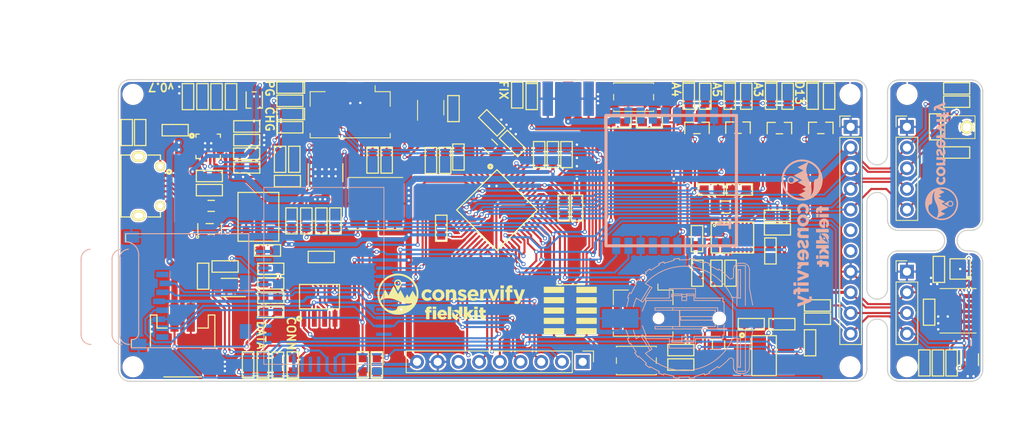
<source format=kicad_pcb>
(kicad_pcb (version 4) (host pcbnew 4.0.7-e2-6376~58~ubuntu16.04.1)
  (title_block (title fk-core) (date 2017-03-05) (rev 0.1) (company Conservify))
  (layers (0 F.Cu signal) (31 B.Cu signal) (34 B.Paste user) (35 F.Paste user) (36 B.SilkS user) (37 F.SilkS user) (38 B.Mask user) (39 F.Mask user) (44 Edge.Cuts user))
  (net 0 "")
  (net 1 GND)
  (net 2 3V3)
  (net 3 AREF)
  (net 4 "Net-(C102-Pad1)")
  (net 5 "Net-(C105-Pad1)")
  (net 6 "Net-(C107-Pad1)")
  (net 7 "Net-(C108-Pad2)")
  (net 8 /SWDIO)
  (net 9 /SWCLK)
  (net 10 /RST)
  (net 11 /SCL)
  (net 12 /SDA)
  (net 13 /RESET)
  (net 14 "Net-(R101-Pad1)")
  (net 15 "Net-(R102-Pad1)")
  (net 16 "Net-(R103-Pad1)")
  (net 17 /A3)
  (net 18 /A4)
  (net 19 /MOSI)
  (net 20 /SCK)
  (net 21 /MISO)
  (net 22 /USB-)
  (net 23 /USB+)
  (net 24 /D30)
  (net 25 /D31)
  (net 26 /USB_ID)
  (net 27 /A5)
  (net 28 "Net-(U101-Pad2)")
  (net 29 "Net-(U101-Pad4)")
  (net 30 "Net-(U102-Pad5)")
  (net 31 "Net-(U102-Pad6)")
  (net 32 "Net-(U103-Pad7)")
  (net 33 "Net-(U103-Pad8)")
  (net 34 "Net-(U103-Pad11)")
  (net 35 "Net-(U103-Pad14)")
  (net 36 "Net-(U104-Pad3)")
  (net 37 "Net-(D1-Pad1)")
  (net 38 "Net-(D2-Pad1)")
  (net 39 "Net-(D3-Pad1)")
  (net 40 "Net-(Q1-Pad3)")
  (net 41 "Net-(Q2-Pad3)")
  (net 42 "Net-(Q3-Pad3)")
  (net 43 5V0)
  (net 44 VUSB)
  (net 45 "Net-(F1-Pad1)")
  (net 46 "Net-(D5-Pad1)")
  (net 47 /D13)
  (net 48 "Net-(Q4-Pad3)")
  (net 49 /SDA2)
  (net 50 /BAT_BACKUP)
  (net 51 "Net-(C3-Pad2)")
  (net 52 "Net-(C4-Pad2)")
  (net 53 "Net-(C6-Pad1)")
  (net 54 "Net-(C7-Pad1)")
  (net 55 VEXT)
  (net 56 "Net-(C14-Pad1)")
  (net 57 VBAT)
  (net 58 VBUS)
  (net 59 "Net-(C22-Pad1)")
  (net 60 "Net-(C26-Pad1)")
  (net 61 /ISL_VIN)
  (net 62 "Net-(C27-Pad1)")
  (net 63 "Net-(C28-Pad2)")
  (net 64 "Net-(C29-Pad1)")
  (net 65 "Net-(C30-Pad1)")
  (net 66 "Net-(D4-Pad1)")
  (net 67 "Net-(D6-Pad1)")
  (net 68 VIN)
  (net 69 "Net-(D9-Pad1)")
  (net 70 "Net-(D10-Pad1)")
  (net 71 /GPS_FIX)
  (net 72 "Net-(D11-Pad1)")
  (net 73 "Net-(J7-Pad8)")
  (net 74 "Net-(J7-Pad7)")
  (net 75 "Net-(J7-Pad6)")
  (net 76 /RADIO_RST)
  (net 77 /RADIO_CS)
  (net 78 /RADIO_D0)
  (net 79 /RADIO_EN)
  (net 80 "Net-(J9-Pad4)")
  (net 81 "Net-(J9-Pad8)")
  (net 82 "Net-(J9-Pad9)")
  (net 83 "Net-(J10-Pad3)")
  (net 84 "Net-(J10-Pad4)")
  (net 85 "Net-(J11-Pad1)")
  (net 86 "Net-(M7-Pad1)")
  (net 87 /SD_CS)
  (net 88 "Net-(M7-Pad8)")
  (net 89 "Net-(M7-PadCD1)")
  (net 90 "Net-(M7-PadCD2)")
  (net 91 /WIFI_RST)
  (net 92 /WIFI_EN)
  (net 93 "Net-(R4-Pad1)")
  (net 94 "Net-(R5-Pad1)")
  (net 95 /USER_SW)
  (net 96 "Net-(R10-Pad2)")
  (net 97 "Net-(R11-Pad2)")
  (net 98 "Net-(R12-Pad1)")
  (net 99 /I2S_DATA)
  (net 100 "Net-(R21-Pad2)")
  (net 101 "Net-(R22-Pad2)")
  (net 102 "Net-(R24-Pad2)")
  (net 103 "Net-(R25-Pad2)")
  (net 104 /SCL2)
  (net 105 /PG)
  (net 106 /CHG)
  (net 107 "Net-(R34-Pad1)")
  (net 108 "Net-(R38-Pad1)")
  (net 109 "Net-(R42-Pad1)")
  (net 110 "Net-(R43-Pad1)")
  (net 111 "Net-(U1-Pad21)")
  (net 112 "Net-(U1-Pad24)")
  (net 113 "Net-(U1-Pad3)")
  (net 114 "Net-(U1-Pad2)")
  (net 115 "Net-(U1-Pad1)")
  (net 116 "Net-(U1-Pad19)")
  (net 117 /WIFI_CS)
  (net 118 "Net-(U1-Pad14)")
  (net 119 /WIFI_IRQ)
  (net 120 /WIFI_WAKE)
  (net 121 "Net-(U2-Pad3)")
  (net 122 /I2S_BCLK)
  (net 123 /I2S_WS)
  (net 124 /FLASH_CS)
  (net 125 "Net-(U2-Pad48)")
  (net 126 "Net-(U4-Pad5)")
  (net 127 "Net-(U7-Pad7)")
  (net 128 "Net-(U7-Pad2)")
  (net 129 "Net-(U7-Pad1)")
  (net 130 "Net-(U9-Pad8)")
  (net 131 "Net-(U10-Pad2)")
  (net 132 "Net-(U10-Pad6)")
  (net 133 "Net-(U10-Pad7)")
  (net 134 "Net-(U10-Pad13)")
  (net 135 "Net-(U10-Pad14)")
  (net 136 "Net-(U10-Pad15)")
  (net 137 "Net-(U10-Pad16)")
  (net 138 "Net-(U10-Pad17)")
  (net 139 "Net-(U10-Pad18)")
  (net 140 "Net-(U10-Pad20)")
  (net 141 /GPS_TX)
  (net 142 /GPS_RX)
  (net 143 "Net-(J9-Pad7)")
  (net 144 "Net-(J1-Pad6)")
  (net 145 "Net-(J1-Pad7)")
  (module conservify:fk_negative_2500 (layer F.Cu) (at 118.6942 138.43)
    (fp_text reference G*** hide)
    (fp_text value LOGO hide)
  )
  (module conservify:conservify_text_negative_4000 (layer F.Cu) (at 118.1862 136.1186)
    (fp_text reference G*** hide)
    (fp_text value LOGO hide)
  )
  (module RocketScreamKicadLibrary:HOLE_NPTH_2.2MM (layer F.Cu) (at 167.1072 145.0266)
    (fp_text reference M1 hide)
    (fp_text value MOUNT_HOLE hide)
    (pad "" np_thru_hole circle (at 0 0) (size 2.2 2.2) (drill 2.2) (layers *.Cu *.Mask F.SilkS))
  )
  (module RocketScreamKicadLibrary:HOLE_NPTH_2.2MM (layer F.Cu) (at 174.10782 111.57928)
    (fp_text reference M4 hide)
    (fp_text value MOUNT_HOLE hide)
    (pad "" np_thru_hole circle (at 0 0) (size 2.2 2.2) (drill 2.2) (layers *.Cu *.Mask F.SilkS))
  )
  (module conservify:FGPMMOPA6H (layer B.Cu) (at 145.17624 122.174 90)
    (fp_text reference U10 hide)
    (fp_text value FGPMMOPA6H)
    (fp_text user 1 (at -5.3848 6.5024 90) (layer B.SilkS) (effects (font (thickness 0.3048)) (justify mirror)))
    (pad 1 smd rect (at -8.001 6.74878 90) (size 1.99898 1.00076) (layers B.Cu B.Paste B.Mask) (net 2 3V3))
    (pad 2 smd rect (at -8.001 5.25018 90) (size 1.99898 1.00076) (layers B.Cu B.Paste B.Mask) (net 131 "Net-(U10-Pad2)"))
    (pad 3 smd rect (at -8.001 3.74904 90) (size 1.99898 1.00076) (layers B.Cu B.Paste B.Mask) (net 1 GND))
    (pad 4 smd rect (at -8.001 2.25044 90) (size 1.99898 1.00076) (layers B.Cu B.Paste B.Mask) (net 50 /BAT_BACKUP))
    (pad 5 smd rect (at -8.001 0.7493 90) (size 1.99898 1.00076) (layers B.Cu B.Paste B.Mask) (net 71 /GPS_FIX))
    (pad 6 smd rect (at -8.001 -0.7493 90) (size 1.99898 1.00076) (layers B.Cu B.Paste B.Mask) (net 132 "Net-(U10-Pad6)"))
    (pad 7 smd rect (at -8.001 -2.25044 90) (size 1.99898 1.00076) (layers B.Cu B.Paste B.Mask) (net 133 "Net-(U10-Pad7)"))
    (pad 8 smd rect (at -8.001 -3.74904 90) (size 1.99898 1.00076) (layers B.Cu B.Paste B.Mask) (net 1 GND))
    (pad 9 smd rect (at -8.001 -5.25018 90) (size 1.99898 1.00076) (layers B.Cu B.Paste B.Mask) (net 141 /GPS_TX))
    (pad 10 smd rect (at -8.001 -6.74878 90) (size 1.99898 1.00076) (layers B.Cu B.Paste B.Mask) (net 142 /GPS_RX))
    (pad 11 smd rect (at 8.001 -6.74878 90) (size 1.99898 1.00076) (layers B.Cu B.Paste B.Mask) (net 85 "Net-(J11-Pad1)"))
    (pad 12 smd rect (at 8.001 -5.25018 90) (size 1.99898 1.00076) (layers B.Cu B.Paste B.Mask) (net 1 GND))
    (pad 13 smd rect (at 8.001 -3.74904 90) (size 1.99898 1.00076) (layers B.Cu B.Paste B.Mask) (net 134 "Net-(U10-Pad13)"))
    (pad 14 smd rect (at 8.001 -2.25044 90) (size 1.99898 1.00076) (layers B.Cu B.Paste B.Mask) (net 135 "Net-(U10-Pad14)"))
    (pad 15 smd rect (at 8.001 -0.7493 90) (size 1.99898 1.00076) (layers B.Cu B.Paste B.Mask) (net 136 "Net-(U10-Pad15)"))
    (pad 16 smd rect (at 8.001 0.7493 90) (size 1.99898 1.00076) (layers B.Cu B.Paste B.Mask) (net 137 "Net-(U10-Pad16)"))
    (pad 17 smd rect (at 8.001 2.25044 90) (size 1.99898 1.00076) (layers B.Cu B.Paste B.Mask) (net 138 "Net-(U10-Pad17)"))
    (pad 18 smd rect (at 8.001 3.74904 90) (size 1.99898 1.00076) (layers B.Cu B.Paste B.Mask) (net 139 "Net-(U10-Pad18)"))
    (pad 19 smd rect (at 8.001 5.25018 90) (size 1.99898 1.00076) (layers B.Cu B.Paste B.Mask) (net 1 GND))
    (pad 20 smd rect (at 8.001 6.74878 90) (size 1.99898 1.00076) (layers B.Cu B.Paste B.Mask) (net 140 "Net-(U10-Pad20)"))
  )
  (module conservify:MICROSD (layer B.Cu) (at 93.39072 142.68958 90)
    (fp_text reference M7 hide)
    (fp_text value MICROSD hide)
    (pad 1 smd rect (at 8.99922 -10.63752 90) (size 0.6985 1.4986) (layers B.Cu B.Paste B.Mask) (net 86 "Net-(M7-Pad1)"))
    (pad 2 smd rect (at 7.8994 -10.23874 90) (size 0.6985 1.4986) (layers B.Cu B.Paste B.Mask) (net 87 /SD_CS))
    (pad 3 smd rect (at 6.79958 -10.63752 90) (size 0.6985 1.4986) (layers B.Cu B.Paste B.Mask) (net 19 /MOSI))
    (pad 4 smd rect (at 5.69976 -11.03884 90) (size 0.6985 1.4986) (layers B.Cu B.Paste B.Mask) (net 2 3V3))
    (pad 5 smd rect (at 4.59994 -10.63752 90) (size 0.6985 1.4986) (layers B.Cu B.Paste B.Mask) (net 20 /SCK))
    (pad 6 smd rect (at 3.49758 -11.03884 90) (size 0.6985 1.4986) (layers B.Cu B.Paste B.Mask) (net 1 GND))
    (pad 7 smd rect (at 2.39776 -10.63752 90) (size 0.6985 1.4986) (layers B.Cu B.Paste B.Mask) (net 21 /MISO))
    (pad 8 smd rect (at 1.29794 -10.63752 90) (size 0.6985 1.4986) (layers B.Cu B.Paste B.Mask) (net 88 "Net-(M7-Pad8)"))
    (pad CD1 smd rect (at 1.99898 -0.43942) (size 1.39954 1.79832) (layers B.Cu B.Paste B.Mask) (net 89 "Net-(M7-PadCD1)"))
    (pad CD2 smd rect (at 7.99846 -0.43942) (size 1.39954 1.79832) (layers B.Cu B.Paste B.Mask) (net 90 "Net-(M7-PadCD2)"))
    (pad MT1 smd rect (at 0.39878 -13.5382 90) (size 1.39954 1.89992) (layers B.Cu B.Paste B.Mask) (net 1 GND))
    (pad MT2 smd rect (at 13.59916 -14.4399 90) (size 1.39954 1.89992) (layers B.Cu B.Paste B.Mask) (net 1 GND))
  )
  (module RocketScreamKicadLibrary:CAP-0603 (layer F.Cu) (at 123.17648 115.075396 135)
    (fp_text reference C3 hide)
    (fp_text value 18pF)
    (pad 1 smd rect (at -0.85 0 135) (size 1.1 1) (layers F.Cu F.Paste F.Mask) (net 1 GND))
    (pad 2 smd rect (at 0.85 0 135) (size 1.1 1) (layers F.Cu F.Paste F.Mask) (net 51 "Net-(C3-Pad2)"))
  )
  (module RocketScreamKicadLibrary:CAP-0603 (layer F.Cu) (at 125.707921 117.606837 315)
    (fp_text reference C4 hide)
    (fp_text value 18pF)
    (pad 1 smd rect (at -0.85 0 315) (size 1.1 1) (layers F.Cu F.Paste F.Mask) (net 1 GND))
    (pad 2 smd rect (at 0.85 0 315) (size 1.1 1) (layers F.Cu F.Paste F.Mask) (net 52 "Net-(C4-Pad2)"))
  )
  (module RocketScreamKicadLibrary:CAP-0603 (layer F.Cu) (at 116.967 128.016 90)
    (fp_text reference C5 hide)
    (fp_text value 100nF)
    (pad 1 smd rect (at -0.85 0 90) (size 1.1 1) (layers F.Cu F.Paste F.Mask) (net 2 3V3))
    (pad 2 smd rect (at 0.85 0 90) (size 1.1 1) (layers F.Cu F.Paste F.Mask) (net 1 GND))
  )
  (module RocketScreamKicadLibrary:CAP-0603 (layer F.Cu) (at 132.334 118.9736 90)
    (fp_text reference C6 hide)
    (fp_text value 1uF)
    (pad 1 smd rect (at -0.85 0 90) (size 1.1 1) (layers F.Cu F.Paste F.Mask) (net 53 "Net-(C6-Pad1)"))
    (pad 2 smd rect (at 0.85 0 90) (size 1.1 1) (layers F.Cu F.Paste F.Mask) (net 1 GND))
  )
  (module RocketScreamKicadLibrary:CAP-0603 (layer F.Cu) (at 117.447592 119.680824 90)
    (fp_text reference C7 hide)
    (fp_text value 100nF)
    (pad 1 smd rect (at -0.85 0 90) (size 1.1 1) (layers F.Cu F.Paste F.Mask) (net 54 "Net-(C7-Pad1)"))
    (pad 2 smd rect (at 0.85 0 90) (size 1.1 1) (layers F.Cu F.Paste F.Mask) (net 1 GND))
  )
  (module RocketScreamKicadLibrary:CAP-0603 (layer F.Cu) (at 128.9812 118.9736 90)
    (fp_text reference C8 hide)
    (fp_text value 100nF)
    (pad 1 smd rect (at -0.85 0 90) (size 1.1 1) (layers F.Cu F.Paste F.Mask) (net 2 3V3))
    (pad 2 smd rect (at 0.85 0 90) (size 1.1 1) (layers F.Cu F.Paste F.Mask) (net 1 GND))
  )
  (module RocketScreamKicadLibrary:CAP-0603 (layer F.Cu) (at 130.6576 118.9736 90)
    (fp_text reference C9 hide)
    (fp_text value 100nF)
    (pad 1 smd rect (at -0.85 0 90) (size 1.1 1) (layers F.Cu F.Paste F.Mask) (net 2 3V3))
    (pad 2 smd rect (at 0.85 0 90) (size 1.1 1) (layers F.Cu F.Paste F.Mask) (net 1 GND))
  )
  (module RocketScreamKicadLibrary:CAP-0603 (layer F.Cu) (at 88.523486 121.608656)
    (fp_text reference C10 hide)
    (fp_text value 4.7uF)
    (pad 1 smd rect (at -0.85 0) (size 1.1 1) (layers F.Cu F.Paste F.Mask) (net 43 5V0))
    (pad 2 smd rect (at 0.85 0) (size 1.1 1) (layers F.Cu F.Paste F.Mask) (net 1 GND))
  )
  (module RocketScreamKicadLibrary:CAP-0603 (layer F.Cu) (at 118.463958 113.329406 270)
    (fp_text reference C11 hide)
    (fp_text value 100nF)
    (pad 1 smd rect (at -0.85 0 270) (size 1.1 1) (layers F.Cu F.Paste F.Mask) (net 2 3V3))
    (pad 2 smd rect (at 0.85 0 270) (size 1.1 1) (layers F.Cu F.Paste F.Mask) (net 1 GND))
  )
  (module RocketScreamKicadLibrary:CAP-0603 (layer F.Cu) (at 93.114447 115.519059 180)
    (fp_text reference C12 hide)
    (fp_text value 1uF)
    (pad 1 smd rect (at -0.85 0 180) (size 1.1 1) (layers F.Cu F.Paste F.Mask) (net 1 GND))
    (pad 2 smd rect (at 0.85 0 180) (size 1.1 1) (layers F.Cu F.Paste F.Mask) (net 55 VEXT))
  )
  (module RocketScreamKicadLibrary:CAP-0603 (layer F.Cu) (at 80.037658 116.264695 90)
    (fp_text reference C14 hide)
    (fp_text value 4.7nF)
    (pad 1 smd rect (at -0.85 0 90) (size 1.1 1) (layers F.Cu F.Paste F.Mask) (net 56 "Net-(C14-Pad1)"))
    (pad 2 smd rect (at 0.85 0 90) (size 1.1 1) (layers F.Cu F.Paste F.Mask) (net 1 GND))
  )
  (module RocketScreamKicadLibrary:CAP-0603 (layer F.Cu) (at 102.2477 131.5466)
    (fp_text reference C18 hide)
    (fp_text value 100nF)
    (pad 1 smd rect (at -0.85 0) (size 1.1 1) (layers F.Cu F.Paste F.Mask) (net 2 3V3))
    (pad 2 smd rect (at 0.85 0) (size 1.1 1) (layers F.Cu F.Paste F.Mask) (net 1 GND))
  )
  (module RocketScreamKicadLibrary:CAP-0603 (layer F.Cu) (at 84.328 115.9764 180)
    (fp_text reference C19 hide)
    (fp_text value 4.7uF)
    (pad 1 smd rect (at -0.85 0 180) (size 1.1 1) (layers F.Cu F.Paste F.Mask) (net 57 VBAT))
    (pad 2 smd rect (at 0.85 0 180) (size 1.1 1) (layers F.Cu F.Paste F.Mask) (net 1 GND))
  )
  (module RocketScreamKicadLibrary:CAP-0603 (layer F.Cu) (at 93.100847 118.871859)
    (fp_text reference C20 hide)
    (fp_text value 4.7uF)
    (pad 1 smd rect (at -0.85 0) (size 1.1 1) (layers F.Cu F.Paste F.Mask) (net 58 VBUS))
    (pad 2 smd rect (at 0.85 0) (size 1.1 1) (layers F.Cu F.Paste F.Mask) (net 1 GND))
  )
  (module RocketScreamKicadLibrary:CAP-0603 (layer F.Cu) (at 93.114447 120.548259)
    (fp_text reference C21 hide)
    (fp_text value 1uF)
    (pad 1 smd rect (at -0.85 0) (size 1.1 1) (layers F.Cu F.Paste F.Mask) (net 58 VBUS))
    (pad 2 smd rect (at 0.85 0) (size 1.1 1) (layers F.Cu F.Paste F.Mask) (net 1 GND))
  )
  (module RocketScreamKicadLibrary:CAP-0603 (layer F.Cu) (at 102.2604 127.120777 270)
    (fp_text reference C25 hide)
    (fp_text value 4.7uF)
    (pad 1 smd rect (at -0.85 0 270) (size 1.1 1) (layers F.Cu F.Paste F.Mask) (net 58 VBUS))
    (pad 2 smd rect (at 0.85 0 270) (size 1.1 1) (layers F.Cu F.Paste F.Mask) (net 1 GND))
  )
  (module RocketScreamKicadLibrary:CAP-0603 (layer F.Cu) (at 100.416019 127.120777 270)
    (fp_text reference C26 hide)
    (fp_text value 100nF)
    (pad 1 smd rect (at -0.85 0 270) (size 1.1 1) (layers F.Cu F.Paste F.Mask) (net 60 "Net-(C26-Pad1)"))
    (pad 2 smd rect (at 0.85 0 270) (size 1.1 1) (layers F.Cu F.Paste F.Mask) (net 61 /ISL_VIN))
  )
  (module RocketScreamKicadLibrary:CAP-0603 (layer F.Cu) (at 96.05669 136.562314)
    (fp_text reference C27 hide)
    (fp_text value 1uF)
    (pad 1 smd rect (at -0.85 0) (size 1.1 1) (layers F.Cu F.Paste F.Mask) (net 62 "Net-(C27-Pad1)"))
    (pad 2 smd rect (at 0.85 0) (size 1.1 1) (layers F.Cu F.Paste F.Mask) (net 1 GND))
  )
  (module RocketScreamKicadLibrary:CAP-0603 (layer F.Cu) (at 96.05669 133.006314 180)
    (fp_text reference C28 hide)
    (fp_text value 10nF)
    (pad 1 smd rect (at -0.85 0 180) (size 1.1 1) (layers F.Cu F.Paste F.Mask) (net 1 GND))
    (pad 2 smd rect (at 0.85 0 180) (size 1.1 1) (layers F.Cu F.Paste F.Mask) (net 63 "Net-(C28-Pad2)"))
  )
  (module RocketScreamKicadLibrary:CAP-0603 (layer F.Cu) (at 98.6028 127.1134 270)
    (fp_text reference C29 hide)
    (fp_text value 1uF)
    (pad 1 smd rect (at -0.85 0 270) (size 1.1 1) (layers F.Cu F.Paste F.Mask) (net 64 "Net-(C29-Pad1)"))
    (pad 2 smd rect (at 0.85 0 270) (size 1.1 1) (layers F.Cu F.Paste F.Mask) (net 1 GND))
  )
  (module RocketScreamKicadLibrary:CAP-0603 (layer F.Cu) (at 97.197786 119.557156 90)
    (fp_text reference C30 hide)
    (fp_text value 100pF)
    (pad 1 smd rect (at -0.85 0 90) (size 1.1 1) (layers F.Cu F.Paste F.Mask) (net 65 "Net-(C30-Pad1)"))
    (pad 2 smd rect (at 0.85 0 90) (size 1.1 1) (layers F.Cu F.Paste F.Mask) (net 2 3V3))
  )
  (module RocketScreamKicadLibrary:CAP-0603 (layer F.Cu) (at 110.271219 119.653177 90)
    (fp_text reference C31 hide)
    (fp_text value 10uF)
    (pad 1 smd rect (at -0.85 0 90) (size 1.1 1) (layers F.Cu F.Paste F.Mask) (net 2 3V3))
    (pad 2 smd rect (at 0.85 0 90) (size 1.1 1) (layers F.Cu F.Paste F.Mask) (net 1 GND))
  )
  (module RocketScreamKicadLibrary:CAP-0603 (layer F.Cu) (at 108.544019 119.653177 90)
    (fp_text reference C32 hide)
    (fp_text value 10uF)
    (pad 1 smd rect (at -0.85 0 90) (size 1.1 1) (layers F.Cu F.Paste F.Mask) (net 2 3V3))
    (pad 2 smd rect (at 0.85 0 90) (size 1.1 1) (layers F.Cu F.Paste F.Mask) (net 1 GND))
  )
  (module RocketScreamKicadLibrary:LED-0603 (layer F.Cu) (at 162.5092 111.8108 270)
    (fp_text reference D1 hide)
    (fp_text value Orange)
    (pad 2 smd rect (at 0.85 0 90) (size 1.1 1) (layers F.Cu F.Paste F.Mask) (net 2 3V3))
    (pad 1 smd rect (at -0.85 0 90) (size 1.1 1) (layers F.Cu F.Paste F.Mask) (net 37 "Net-(D1-Pad1)"))
  )
  (module RocketScreamKicadLibrary:LED-0603 (layer F.Cu) (at 95.0976 144.78 90)
    (fp_text reference D2 hide)
    (fp_text value Green)
    (pad 2 smd rect (at 0.85 0 270) (size 1.1 1) (layers F.Cu F.Paste F.Mask) (net 2 3V3))
    (pad 1 smd rect (at -0.85 0 270) (size 1.1 1) (layers F.Cu F.Paste F.Mask) (net 38 "Net-(D2-Pad1)"))
  )
  (module RocketScreamKicadLibrary:LED-0603 (layer F.Cu) (at 98.76327 144.79983 90)
    (fp_text reference D3 hide)
    (fp_text value Yellow)
    (pad 2 smd rect (at 0.85 0 270) (size 1.1 1) (layers F.Cu F.Paste F.Mask) (net 2 3V3))
    (pad 1 smd rect (at -0.85 0 270) (size 1.1 1) (layers F.Cu F.Paste F.Mask) (net 39 "Net-(D3-Pad1)"))
  )
  (module RocketScreamKicadLibrary:LED-0603 (layer F.Cu) (at 157.4292 111.8108 270)
    (fp_text reference D4 hide)
    (fp_text value Orange)
    (pad 2 smd rect (at 0.85 0 90) (size 1.1 1) (layers F.Cu F.Paste F.Mask) (net 2 3V3))
    (pad 1 smd rect (at -0.85 0 90) (size 1.1 1) (layers F.Cu F.Paste F.Mask) (net 66 "Net-(D4-Pad1)"))
  )
  (module RocketScreamKicadLibrary:LED-0603 (layer F.Cu) (at 147.32 111.8108 270)
    (fp_text reference D5 hide)
    (fp_text value Yellow)
    (pad 2 smd rect (at 0.85 0 90) (size 1.1 1) (layers F.Cu F.Paste F.Mask) (net 2 3V3))
    (pad 1 smd rect (at -0.85 0 90) (size 1.1 1) (layers F.Cu F.Paste F.Mask) (net 46 "Net-(D5-Pad1)"))
  )
  (module RocketScreamKicadLibrary:LED-0603 (layer F.Cu) (at 152.3492 111.8108 270)
    (fp_text reference D6 hide)
    (fp_text value Blue)
    (pad 2 smd rect (at 0.85 0 90) (size 1.1 1) (layers F.Cu F.Paste F.Mask) (net 2 3V3))
    (pad 1 smd rect (at -0.85 0 90) (size 1.1 1) (layers F.Cu F.Paste F.Mask) (net 67 "Net-(D6-Pad1)"))
  )
  (module RocketScreamKicadLibrary:SOT-1016 (layer F.Cu) (at 94.0308 112.272 180)
    (fp_text reference D7 hide)
    (fp_text value PMEG3020CPA hide)
    (pad 1 smd rect (at -0.65 0.8 180) (size 0.4 0.5) (layers F.Cu F.Paste F.Mask) (net 43 5V0))
    (pad 2 smd rect (at 0.65 0.8 180) (size 0.4 0.5) (layers F.Cu F.Paste F.Mask) (net 68 VIN))
    (pad 3 smd rect (at 0 -0.25 180) (size 1.6 1.1) (layers F.Cu F.Paste F.Mask) (net 55 VEXT))
    (pad 3 smd rect (at 0 -0.925 180) (size 0.4 0.25) (layers F.Cu F.Paste F.Mask) (net 55 VEXT))
  )
  (module RocketScreamKicadLibrary:SOT-143B (layer F.Cu) (at 88.5596 128.1016)
    (fp_text reference D8 hide)
    (fp_text value PRTR5V0U2X hide)
    (pad 1 smd rect (at -0.75 1) (size 1 0.7) (layers F.Cu F.Paste F.Mask) (net 1 GND))
    (pad 2 smd rect (at 0.95 1) (size 0.6 0.7) (layers F.Cu F.Paste F.Mask) (net 23 /USB+))
    (pad 3 smd rect (at 0.95 -1) (size 0.6 0.7) (layers F.Cu F.Paste F.Mask) (net 22 /USB-))
    (pad 4 smd rect (at -0.95 -1) (size 0.6 0.7) (layers F.Cu F.Paste F.Mask) (net 44 VUSB))
  )
  (module RocketScreamKicadLibrary:LED-0603 (layer F.Cu) (at 98.3996 110.744 180)
    (fp_text reference D9 hide)
    (fp_text value Green)
    (pad 2 smd rect (at 0.85 0) (size 1.1 1) (layers F.Cu F.Paste F.Mask) (net 58 VBUS))
    (pad 1 smd rect (at -0.85 0) (size 1.1 1) (layers F.Cu F.Paste F.Mask) (net 69 "Net-(D9-Pad1)"))
  )
  (module RocketScreamKicadLibrary:LED-0603 (layer F.Cu) (at 98.3996 113.9952 180)
    (fp_text reference D10 hide)
    (fp_text value Red)
    (pad 2 smd rect (at 0.85 0) (size 1.1 1) (layers F.Cu F.Paste F.Mask) (net 58 VBUS))
    (pad 1 smd rect (at -0.85 0) (size 1.1 1) (layers F.Cu F.Paste F.Mask) (net 70 "Net-(D10-Pad1)"))
  )
  (module RocketScreamKicadLibrary:LED-0603 (layer F.Cu) (at 128.0668 111.848 270)
    (fp_text reference D11 hide)
    (fp_text value Red)
    (pad 2 smd rect (at 0.85 0 90) (size 1.1 1) (layers F.Cu F.Paste F.Mask) (net 71 /GPS_FIX))
    (pad 1 smd rect (at -0.85 0 90) (size 1.1 1) (layers F.Cu F.Paste F.Mask) (net 72 "Net-(D11-Pad1)"))
  )
  (module RocketScreamKicadLibrary:MF-PSMF020X (layer F.Cu) (at 88.7476 125.2728 180)
    (fp_text reference F1 hide)
    (fp_text value MF-PSMF050X-2)
    (pad 1 smd rect (at -1.1 0 180) (size 1 1.5) (layers F.Cu F.Paste F.Mask) (net 45 "Net-(F1-Pad1)"))
    (pad 2 smd rect (at 1.1 0 180) (size 1 1.5) (layers F.Cu F.Paste F.Mask) (net 44 VUSB))
  )
  (module conservify:Molex_CLIK-Mate_502382-0370_1x03_P1.25mm_Vertical (layer F.Cu) (at 141.732 137.668 180)
    (fp_text reference J5 hide)
    (fp_text value Conn_01x03 hide)
    (pad 1 smd rect (at -1.25 1.95 180) (size 0.6 1.7) (layers F.Cu F.Paste F.Mask) (net 1 GND))
    (pad 2 smd rect (at 0 1.95 180) (size 0.6 1.7) (layers F.Cu F.Paste F.Mask) (net 25 /D31))
    (pad 3 smd rect (at 1.25 1.95 180) (size 0.6 1.7) (layers F.Cu F.Paste F.Mask) (net 24 /D30))
    (pad "" smd rect (at -3.1 -1.4 180) (size 1 2.8) (layers F.Cu F.Paste F.Mask))
    (pad "" smd rect (at 3.1 -1.4 180) (size 1 2.8) (layers F.Cu F.Paste F.Mask))
  )
  (module conservify:Molex_CLIK-Mate_502382-0570_1x05_P1.25mm_Vertical (layer F.Cu) (at 105.7976 113.3064 180)
    (fp_text reference J6 hide)
    (fp_text value Conn_01x05 hide)
    (pad 1 smd rect (at -2.5 1.95 180) (size 0.6 1.7) (layers F.Cu F.Paste F.Mask) (net 2 3V3))
    (pad 2 smd rect (at -1.25 1.95 180) (size 0.6 1.7) (layers F.Cu F.Paste F.Mask) (net 1 GND))
    (pad 3 smd rect (at 0 1.95 180) (size 0.6 1.7) (layers F.Cu F.Paste F.Mask) (net 1 GND))
    (pad 4 smd rect (at 1.25 1.95 180) (size 0.6 1.7) (layers F.Cu F.Paste F.Mask) (net 11 /SCL))
    (pad 5 smd rect (at 2.5 1.95 180) (size 0.6 1.7) (layers F.Cu F.Paste F.Mask) (net 12 /SDA))
    (pad "" smd rect (at -4.35 -1.4 180) (size 1 2.8) (layers F.Cu F.Paste F.Mask))
    (pad "" smd rect (at 4.35 -1.4 180) (size 1 2.8) (layers F.Cu F.Paste F.Mask))
  )
  (module conservify:HDR_2x5_Pitch1.27mm_SMD_JTAG_SWD (layer F.Cu) (at 132.7912 138.1252 270)
    (fp_text reference J7 hide)
    (fp_text value CONN-HDR-2x5 hide)
    (pad 10 smd rect (at 2.54 -2 270) (size 0.75 2.5) (layers F.Cu F.Paste F.SilkS F.Mask) (net 10 /RST))
    (pad 9 smd rect (at 2.54 2 270) (size 0.75 2.5) (layers F.Cu F.Paste F.SilkS F.Mask) (net 1 GND))
    (pad 8 smd rect (at 1.27 -2 270) (size 0.75 2.5) (layers F.Cu F.Paste F.SilkS F.Mask) (net 73 "Net-(J7-Pad8)"))
    (pad 7 smd rect (at 1.27 2 270) (size 0.75 2.5) (layers F.Cu F.Paste F.SilkS F.Mask) (net 74 "Net-(J7-Pad7)"))
    (pad 6 smd rect (at 0 -2 270) (size 0.75 2.5) (layers F.Cu F.Paste F.SilkS F.Mask) (net 75 "Net-(J7-Pad6)"))
    (pad 5 smd rect (at 0 2 270) (size 0.75 2.5) (layers F.Cu F.Paste F.SilkS F.Mask) (net 1 GND))
    (pad 4 smd rect (at -1.27 -2 270) (size 0.75 2.5) (layers F.Cu F.Paste F.SilkS F.Mask) (net 9 /SWCLK))
    (pad 3 smd rect (at -1.27 2 270) (size 0.75 2.5) (layers F.Cu F.Paste F.SilkS F.Mask) (net 1 GND))
    (pad 2 smd rect (at -2.54 -2 270) (size 0.75 2.5) (layers F.Cu F.Paste F.SilkS F.Mask) (net 8 /SWDIO))
    (pad 1 smd rect (at -2.54 2 270) (size 0.75 2.5) (layers F.Cu F.Paste F.SilkS F.Mask) (net 2 3V3))
  )
  (module Socket_Strips:Socket_Strip_Straight_1x09_Pitch2.54mm (layer F.Cu) (at 134.3152 144.4244 270)
    (fp_text reference J8 hide)
    (fp_text value Conn_01x09 hide)
    (pad 1 thru_hole rect (at 0 0 270) (size 1.7 1.7) (drill 1) (layers *.Cu *.Mask) (net 76 /RADIO_RST))
    (pad 2 thru_hole oval (at 0 2.54 270) (size 1.7 1.7) (drill 1) (layers *.Cu *.Mask) (net 77 /RADIO_CS))
    (pad 3 thru_hole oval (at 0 5.08 270) (size 1.7 1.7) (drill 1) (layers *.Cu *.Mask) (net 19 /MOSI))
    (pad 4 thru_hole oval (at 0 7.62 270) (size 1.7 1.7) (drill 1) (layers *.Cu *.Mask) (net 21 /MISO))
    (pad 5 thru_hole oval (at 0 10.16 270) (size 1.7 1.7) (drill 1) (layers *.Cu *.Mask) (net 20 /SCK))
    (pad 6 thru_hole oval (at 0 12.7 270) (size 1.7 1.7) (drill 1) (layers *.Cu *.Mask) (net 78 /RADIO_D0))
    (pad 7 thru_hole oval (at 0 15.24 270) (size 1.7 1.7) (drill 1) (layers *.Cu *.Mask) (net 79 /RADIO_EN))
    (pad 8 thru_hole oval (at 0 17.78 270) (size 1.7 1.7) (drill 1) (layers *.Cu *.Mask) (net 1 GND))
    (pad 9 thru_hole oval (at 0 20.32 270) (size 1.7 1.7) (drill 1) (layers *.Cu *.Mask) (net 2 3V3))
  )
  (module RocketScreamKicadLibrary:MICRO-USB (layer F.Cu) (at 80.9752 122.8344 270)
    (fp_text reference J9 hide)
    (fp_text value MICRO-USB hide)
    (pad 1 smd rect (at -1.3 -1.45 270) (size 0.4 1.35) (layers F.Cu F.Paste F.Mask) (net 44 VUSB))
    (pad 2 smd rect (at -0.65 -1.45 270) (size 0.4 1.35) (layers F.Cu F.Paste F.Mask) (net 22 /USB-))
    (pad 3 smd rect (at 0 -1.45 270) (size 0.4 1.35) (layers F.Cu F.Paste F.Mask) (net 23 /USB+))
    (pad 4 smd rect (at 0.65 -1.45 270) (size 0.4 1.35) (layers F.Cu F.Paste F.Mask) (net 80 "Net-(J9-Pad4)"))
    (pad 5 smd rect (at 1.3 -1.45 270) (size 0.4 1.35) (layers F.Cu F.Paste F.Mask) (net 1 GND))
    (pad 6 thru_hole circle (at -2.425 -1.525 270) (size 1.2 1.2) (drill 0.7) (layers *.Cu *.Mask F.SilkS) (net 56 "Net-(C14-Pad1)"))
    (pad 7 thru_hole circle (at 2.425 -1.525 270) (size 1.2 1.2) (drill 0.7) (layers *.Cu *.Mask F.SilkS) (net 143 "Net-(J9-Pad7)"))
    (pad 8 thru_hole oval (at -3.625 1.125 270) (size 1.3 1.7) (drill oval 0.7 1.1) (layers *.Cu *.Mask F.SilkS) (net 81 "Net-(J9-Pad8)"))
    (pad 9 thru_hole oval (at 3.625 1.125 270) (size 1.3 1.7) (drill oval 0.7 1.1) (layers *.Cu *.Mask F.SilkS) (net 82 "Net-(J9-Pad9)"))
  )
  (module RocketScreamKicadLibrary:S2B-PH-SM4-TB (layer F.Cu) (at 85.2452 141.726)
    (fp_text reference J10 hide)
    (fp_text value S2B-PH-SM4-TB hide)
    (pad 1 smd rect (at -1 -2.75) (size 1 3.5) (layers F.Cu F.Paste F.Mask) (net 57 VBAT))
    (pad 2 smd rect (at 1 -2.75) (size 1 3.5) (layers F.Cu F.Paste F.Mask) (net 1 GND))
    (pad 3 smd rect (at -3.35 2.8) (size 1.5 3.4) (layers F.Cu F.Paste F.Mask) (net 83 "Net-(J10-Pad3)"))
    (pad 4 smd rect (at 3.35 2.8) (size 1.5 3.4) (layers F.Cu F.Paste F.Mask) (net 84 "Net-(J10-Pad4)"))
  )
  (module RocketScreamKicadLibrary:RF-SMA-EDGE (layer F.Cu) (at 132.5372 112.1156 90)
    (fp_text reference J11 hide)
    (fp_text value RF-SMA-EDGE hide)
    (pad 1 smd rect (at 0 0 90) (size 4.2 1.27) (layers F.Cu F.Paste F.Mask) (net 85 "Net-(J11-Pad1)"))
    (pad 2 smd rect (at 0 2.5 90) (size 4.2 1.27) (layers F.Cu F.Paste F.Mask) (net 1 GND))
    (pad 3 smd rect (at 0 -2.5 90) (size 4.2 1.27) (layers F.Cu F.Paste F.Mask) (net 1 GND))
    (pad 5 smd rect (at 0 -2.5 90) (size 4.2 1.27) (layers B.Cu B.Paste B.Mask) (net 1 GND))
    (pad 4 smd rect (at 0 2.5 90) (size 4.2 1.27) (layers B.Cu B.Paste B.Mask) (net 1 GND))
  )
  (module RocketScreamKicadLibrary:IND-0603 (layer F.Cu) (at 115.704792 119.696024 90)
    (fp_text reference L1 hide)
    (fp_text value BLM18KG221SN1D)
    (pad 1 smd rect (at -0.85 0 90) (size 1.1 1) (layers F.Cu F.Paste F.Mask) (net 54 "Net-(C7-Pad1)"))
    (pad 2 smd rect (at 0.85 0 90) (size 1.1 1) (layers F.Cu F.Paste F.Mask) (net 2 3V3))
  )
  (module RocketScreamKicadLibrary:IND-0603 (layer F.Cu) (at 88.523486 123.335856)
    (fp_text reference L2 hide)
    (fp_text value BLM18KG221SN1D)
    (pad 1 smd rect (at -0.85 0) (size 1.1 1) (layers F.Cu F.Paste F.Mask) (net 43 5V0))
    (pad 2 smd rect (at 0.85 0) (size 1.1 1) (layers F.Cu F.Paste F.Mask) (net 45 "Net-(F1-Pad1)"))
  )
  (module conservify:WURTH_L_6.0x6.0 (layer F.Cu) (at 108.950419 124.987177)
    (fp_text reference L5 hide)
    (fp_text value 22uH)
    (pad 1 smd rect (at -2.2352 0) (size 1.8 5.7) (layers F.Cu F.Paste F.Mask) (net 61 /ISL_VIN))
    (pad 2 smd rect (at 2.3368 0) (size 1.8 5.7) (layers F.Cu F.Paste F.Mask) (net 2 3V3))
  )
  (module RocketScreamKicadLibrary:HOLE_NPTH_2.2MM (layer F.Cu) (at 174.1072 145.0266)
    (fp_text reference M1 hide)
    (fp_text value MOUNT_HOLE hide)
    (pad "" np_thru_hole circle (at 0 0) (size 2.2 2.2) (drill 2.2) (layers *.Cu *.Mask F.SilkS))
  )
  (module RocketScreamKicadLibrary:HOLE_NPTH_2.2MM (layer F.Cu) (at 79.16026 145.02714)
    (fp_text reference M3 hide)
    (fp_text value MOUNT_HOLE hide)
    (pad "" np_thru_hole circle (at 0 0) (size 2.2 2.2) (drill 2.2) (layers *.Cu *.Mask F.SilkS))
  )
  (module RocketScreamKicadLibrary:HOLE_NPTH_2.2MM (layer F.Cu) (at 167.10782 111.57928)
    (fp_text reference M4 hide)
    (fp_text value MOUNT_HOLE hide)
    (pad "" np_thru_hole circle (at 0 0) (size 2.2 2.2) (drill 2.2) (layers *.Cu *.Mask F.SilkS))
  )
  (module RocketScreamKicadLibrary:HOLE_NPTH_2.2MM (layer F.Cu) (at 79.16056 111.57912)
    (fp_text reference M6 hide)
    (fp_text value MOUNT_HOLE hide)
    (pad "" np_thru_hole circle (at 0 0) (size 2.2 2.2) (drill 2.2) (layers *.Cu *.Mask F.SilkS))
  )
  (module RocketScreamKicadLibrary:SOT-23 (layer F.Cu) (at 163.5252 115.6024)
    (fp_text reference Q1 hide)
    (fp_text value 2N7002LT1G hide)
    (pad 1 smd rect (at -0.95 1.15) (size 0.65 1.05) (layers F.Cu F.Paste F.Mask) (net 47 /D13))
    (pad 2 smd rect (at 0.95 1.15) (size 0.65 1.05) (layers F.Cu F.Paste F.Mask) (net 1 GND))
    (pad 3 smd rect (at 0 -1.15) (size 0.65 1.05) (layers F.Cu F.Paste F.Mask) (net 40 "Net-(Q1-Pad3)"))
  )
  (module RocketScreamKicadLibrary:SOT-23 (layer F.Cu) (at 158.4452 115.6208)
    (fp_text reference Q2 hide)
    (fp_text value 2N7002LT1G hide)
    (pad 1 smd rect (at -0.95 1.15) (size 0.65 1.05) (layers F.Cu F.Paste F.Mask) (net 17 /A3))
    (pad 2 smd rect (at 0.95 1.15) (size 0.65 1.05) (layers F.Cu F.Paste F.Mask) (net 1 GND))
    (pad 3 smd rect (at 0 -1.15) (size 0.65 1.05) (layers F.Cu F.Paste F.Mask) (net 41 "Net-(Q2-Pad3)"))
  )
  (module RocketScreamKicadLibrary:SOT-23 (layer F.Cu) (at 148.336 115.6024)
    (fp_text reference Q3 hide)
    (fp_text value 2N7002LT1G hide)
    (pad 1 smd rect (at -0.95 1.15) (size 0.65 1.05) (layers F.Cu F.Paste F.Mask) (net 18 /A4))
    (pad 2 smd rect (at 0.95 1.15) (size 0.65 1.05) (layers F.Cu F.Paste F.Mask) (net 1 GND))
    (pad 3 smd rect (at 0 -1.15) (size 0.65 1.05) (layers F.Cu F.Paste F.Mask) (net 42 "Net-(Q3-Pad3)"))
  )
  (module RocketScreamKicadLibrary:SOT-23 (layer F.Cu) (at 153.3652 115.57)
    (fp_text reference Q4 hide)
    (fp_text value 2N7002LT1G hide)
    (pad 1 smd rect (at -0.95 1.15) (size 0.65 1.05) (layers F.Cu F.Paste F.Mask) (net 27 /A5))
    (pad 2 smd rect (at 0.95 1.15) (size 0.65 1.05) (layers F.Cu F.Paste F.Mask) (net 1 GND))
    (pad 3 smd rect (at 0 -1.15) (size 0.65 1.05) (layers F.Cu F.Paste F.Mask) (net 48 "Net-(Q4-Pad3)"))
  )
  (module RocketScreamKicadLibrary:RES-0603 (layer F.Cu) (at 107.3404 144.78 270)
    (fp_text reference R1 hide)
    (fp_text value 100k)
    (pad 1 smd rect (at -0.85 0 270) (size 1.1 1) (layers F.Cu F.Paste F.Mask) (net 91 /WIFI_RST))
    (pad 2 smd rect (at 0.85 0 270) (size 1.1 1) (layers F.Cu F.Paste F.Mask) (net 1 GND))
  )
  (module RocketScreamKicadLibrary:RES-0603 (layer F.Cu) (at 109.0676 144.78 270)
    (fp_text reference R2 hide)
    (fp_text value 100k)
    (pad 1 smd rect (at -0.85 0 270) (size 1.1 1) (layers F.Cu F.Paste F.Mask) (net 92 /WIFI_EN))
    (pad 2 smd rect (at 0.85 0 270) (size 1.1 1) (layers F.Cu F.Paste F.Mask) (net 1 GND))
  )
  (module RocketScreamKicadLibrary:RES-0603 (layer F.Cu) (at 164.5412 111.8108 270)
    (fp_text reference R3 hide)
    (fp_text value 2K2)
    (pad 1 smd rect (at -0.85 0 270) (size 1.1 1) (layers F.Cu F.Paste F.Mask) (net 37 "Net-(D1-Pad1)"))
    (pad 2 smd rect (at 0.85 0 270) (size 1.1 1) (layers F.Cu F.Paste F.Mask) (net 40 "Net-(Q1-Pad3)"))
  )
  (module RocketScreamKicadLibrary:RES-0603 (layer F.Cu) (at 93.2688 144.78 270)
    (fp_text reference R4 hide)
    (fp_text value 1k)
    (pad 1 smd rect (at -0.85 0 270) (size 1.1 1) (layers F.Cu F.Paste F.Mask) (net 93 "Net-(R4-Pad1)"))
    (pad 2 smd rect (at 0.85 0 270) (size 1.1 1) (layers F.Cu F.Paste F.Mask) (net 38 "Net-(D2-Pad1)"))
  )
  (module RocketScreamKicadLibrary:RES-0603 (layer F.Cu) (at 96.9264 144.8308 270)
    (fp_text reference R5 hide)
    (fp_text value 1k)
    (pad 1 smd rect (at -0.85 0 270) (size 1.1 1) (layers F.Cu F.Paste F.Mask) (net 94 "Net-(R5-Pad1)"))
    (pad 2 smd rect (at 0.85 0 270) (size 1.1 1) (layers F.Cu F.Paste F.Mask) (net 39 "Net-(D3-Pad1)"))
  )
  (module RocketScreamKicadLibrary:RES-0603 (layer F.Cu) (at 146.3548 144.7546 180)
    (fp_text reference R8 hide)
    (fp_text value 10K)
    (pad 1 smd rect (at -0.85 0 180) (size 1.1 1) (layers F.Cu F.Paste F.Mask) (net 2 3V3))
    (pad 2 smd rect (at 0.85 0 180) (size 1.1 1) (layers F.Cu F.Paste F.Mask) (net 10 /RST))
  )
  (module RocketScreamKicadLibrary:RES-0603 (layer F.Cu) (at 146.3548 142.9766 180)
    (fp_text reference R9 hide)
    (fp_text value 330R)
    (pad 1 smd rect (at -0.85 0 180) (size 1.1 1) (layers F.Cu F.Paste F.Mask) (net 13 /RESET))
    (pad 2 smd rect (at 0.85 0 180) (size 1.1 1) (layers F.Cu F.Paste F.Mask) (net 10 /RST))
  )
  (module RocketScreamKicadLibrary:RES-0603 (layer F.Cu) (at 138.6332 115.0112)
    (fp_text reference R10 hide)
    (fp_text value 330R)
    (pad 1 smd rect (at -0.85 0) (size 1.1 1) (layers F.Cu F.Paste F.Mask) (net 95 /USER_SW))
    (pad 2 smd rect (at 0.85 0) (size 1.1 1) (layers F.Cu F.Paste F.Mask) (net 96 "Net-(R10-Pad2)"))
  )
  (module RocketScreamKicadLibrary:RES-0603 (layer F.Cu) (at 142.494 115.0112 180)
    (fp_text reference R17 hide)
    (fp_text value 10K)
    (pad 1 smd rect (at -0.85 0 180) (size 1.1 1) (layers F.Cu F.Paste F.Mask) (net 2 3V3))
    (pad 2 smd rect (at 0.85 0 180) (size 1.1 1) (layers F.Cu F.Paste F.Mask) (net 96 "Net-(R10-Pad2)"))
  )
  (module RocketScreamKicadLibrary:RES-0603 (layer F.Cu) (at 159.4612 111.8108 270)
    (fp_text reference R18 hide)
    (fp_text value 2K2)
    (pad 1 smd rect (at -0.85 0 270) (size 1.1 1) (layers F.Cu F.Paste F.Mask) (net 66 "Net-(D4-Pad1)"))
    (pad 2 smd rect (at 0.85 0 270) (size 1.1 1) (layers F.Cu F.Paste F.Mask) (net 41 "Net-(Q2-Pad3)"))
  )
  (module RocketScreamKicadLibrary:RES-0603 (layer F.Cu) (at 149.352 111.8108 270)
    (fp_text reference R19 hide)
    (fp_text value 2K2)
    (pad 1 smd rect (at -0.85 0 270) (size 1.1 1) (layers F.Cu F.Paste F.Mask) (net 46 "Net-(D5-Pad1)"))
    (pad 2 smd rect (at 0.85 0 270) (size 1.1 1) (layers F.Cu F.Paste F.Mask) (net 42 "Net-(Q3-Pad3)"))
  )
  (module RocketScreamKicadLibrary:RES-0603 (layer F.Cu) (at 154.3812 111.8108 270)
    (fp_text reference R20 hide)
    (fp_text value 2K2)
    (pad 1 smd rect (at -0.85 0 270) (size 1.1 1) (layers F.Cu F.Paste F.Mask) (net 67 "Net-(D6-Pad1)"))
    (pad 2 smd rect (at 0.85 0 270) (size 1.1 1) (layers F.Cu F.Paste F.Mask) (net 48 "Net-(Q4-Pad3)"))
  )
  (module RocketScreamKicadLibrary:RES-0603 (layer F.Cu) (at 93.114447 117.195459 180)
    (fp_text reference R21 hide)
    (fp_text value 1K18)
    (pad 1 smd rect (at -0.85 0 180) (size 1.1 1) (layers F.Cu F.Paste F.Mask) (net 1 GND))
    (pad 2 smd rect (at 0.85 0 180) (size 1.1 1) (layers F.Cu F.Paste F.Mask) (net 100 "Net-(R21-Pad2)"))
  )
  (module RocketScreamKicadLibrary:RES-0603 (layer F.Cu) (at 91.184047 111.861459 270)
    (fp_text reference R22 hide)
    (fp_text value 46K4)
    (pad 1 smd rect (at -0.85 0 270) (size 1.1 1) (layers F.Cu F.Paste F.Mask) (net 1 GND))
    (pad 2 smd rect (at 0.85 0 270) (size 1.1 1) (layers F.Cu F.Paste F.Mask) (net 101 "Net-(R22-Pad2)"))
  )
  (module RocketScreamKicadLibrary:RES-0603 (layer F.Cu) (at 133.611642 125.533026 90)
    (fp_text reference R23 hide)
    (fp_text value 100K)
    (pad 1 smd rect (at -0.85 0 90) (size 1.1 1) (layers F.Cu F.Paste F.Mask) (net 80 "Net-(J9-Pad4)"))
    (pad 2 smd rect (at 0.85 0 90) (size 1.1 1) (layers F.Cu F.Paste F.Mask) (net 2 3V3))
  )
  (module RocketScreamKicadLibrary:RES-0603 (layer F.Cu) (at 89.406047 111.861459 270)
    (fp_text reference R24 hide)
    (fp_text value 2K94)
    (pad 1 smd rect (at -0.85 0 270) (size 1.1 1) (layers F.Cu F.Paste F.Mask) (net 1 GND))
    (pad 2 smd rect (at 0.85 0 270) (size 1.1 1) (layers F.Cu F.Paste F.Mask) (net 102 "Net-(R24-Pad2)"))
  )
  (module RocketScreamKicadLibrary:RES-0603 (layer F.Cu) (at 87.678847 111.861459 270)
    (fp_text reference R25 hide)
    (fp_text value 2K2)
    (pad 1 smd rect (at -0.85 0 270) (size 1.1 1) (layers F.Cu F.Paste F.Mask) (net 1 GND))
    (pad 2 smd rect (at 0.85 0 270) (size 1.1 1) (layers F.Cu F.Paste F.Mask) (net 103 "Net-(R25-Pad2)"))
  )
  (module RocketScreamKicadLibrary:RES-0603 (layer F.Cu) (at 131.986042 125.533026 90)
    (fp_text reference R30 hide)
    (fp_text value 330R)
    (pad 1 smd rect (at -0.85 0 90) (size 1.1 1) (layers F.Cu F.Paste F.Mask) (net 80 "Net-(J9-Pad4)"))
    (pad 2 smd rect (at 0.85 0 90) (size 1.1 1) (layers F.Cu F.Paste F.Mask) (net 26 /USB_ID))
  )
  (module RocketScreamKicadLibrary:RES-0603 (layer F.Cu) (at 78.386658 116.264695 90)
    (fp_text reference R31 hide)
    (fp_text value 1M)
    (pad 1 smd rect (at -0.85 0 90) (size 1.1 1) (layers F.Cu F.Paste F.Mask) (net 56 "Net-(C14-Pad1)"))
    (pad 2 smd rect (at 0.85 0 90) (size 1.1 1) (layers F.Cu F.Paste F.Mask) (net 1 GND))
  )
  (module RocketScreamKicadLibrary:RES-0603 (layer F.Cu) (at 98.3996 112.3696)
    (fp_text reference R32 hide)
    (fp_text value 10K)
    (pad 1 smd rect (at -0.85 0) (size 1.1 1) (layers F.Cu F.Paste F.Mask) (net 105 /PG))
    (pad 2 smd rect (at 0.85 0) (size 1.1 1) (layers F.Cu F.Paste F.Mask) (net 69 "Net-(D9-Pad1)"))
  )
  (module RocketScreamKicadLibrary:RES-0603 (layer F.Cu) (at 98.3996 115.6208)
    (fp_text reference R33 hide)
    (fp_text value 2K2)
    (pad 1 smd rect (at -0.85 0) (size 1.1 1) (layers F.Cu F.Paste F.Mask) (net 106 /CHG))
    (pad 2 smd rect (at 0.85 0) (size 1.1 1) (layers F.Cu F.Paste F.Mask) (net 70 "Net-(D10-Pad1)"))
  )
  (module RocketScreamKicadLibrary:RES-0603 (layer F.Cu) (at 85.900847 111.861459 90)
    (fp_text reference R34 hide)
    (fp_text value 10K)
    (pad 1 smd rect (at -0.85 0 90) (size 1.1 1) (layers F.Cu F.Paste F.Mask) (net 107 "Net-(R34-Pad1)"))
    (pad 2 smd rect (at 0.85 0 90) (size 1.1 1) (layers F.Cu F.Paste F.Mask) (net 1 GND))
  )
  (module RocketScreamKicadLibrary:RES-0603 (layer F.Cu) (at 163.109711 137.504605)
    (fp_text reference R35 hide)
    (fp_text value 4.7K)
    (pad 1 smd rect (at -0.85 0) (size 1.1 1) (layers F.Cu F.Paste F.Mask) (net 2 3V3))
    (pad 2 smd rect (at 0.85 0) (size 1.1 1) (layers F.Cu F.Paste F.Mask) (net 12 /SDA))
  )
  (module RocketScreamKicadLibrary:RES-0603 (layer F.Cu) (at 163.109711 139.130205)
    (fp_text reference R36 hide)
    (fp_text value 4.7K)
    (pad 1 smd rect (at -0.85 0) (size 1.1 1) (layers F.Cu F.Paste F.Mask) (net 2 3V3))
    (pad 2 smd rect (at 0.85 0) (size 1.1 1) (layers F.Cu F.Paste F.Mask) (net 11 /SCL))
  )
  (module RocketScreamKicadLibrary:RES-0603 (layer F.Cu) (at 103.9876 127.120777 90)
    (fp_text reference R38 hide)
    (fp_text value 100k)
    (pad 1 smd rect (at -0.85 0 90) (size 1.1 1) (layers F.Cu F.Paste F.Mask) (net 108 "Net-(R38-Pad1)"))
    (pad 2 smd rect (at 0.85 0 90) (size 1.1 1) (layers F.Cu F.Paste F.Mask) (net 58 VBUS))
  )
  (module RocketScreamKicadLibrary:RES-0603 (layer F.Cu) (at 126.2888 111.6584 90)
    (fp_text reference R39 hide)
    (fp_text value 1k)
    (pad 1 smd rect (at -0.85 0 90) (size 1.1 1) (layers F.Cu F.Paste F.Mask) (net 1 GND))
    (pad 2 smd rect (at 0.85 0 90) (size 1.1 1) (layers F.Cu F.Paste F.Mask) (net 72 "Net-(D11-Pad1)"))
  )
  (module RocketScreamKicadLibrary:RES-0603 (layer F.Cu) (at 96.05669 138.289514 180)
    (fp_text reference R40 hide)
    (fp_text value 1k)
    (pad 1 smd rect (at -0.85 0 180) (size 1.1 1) (layers F.Cu F.Paste F.Mask) (net 57 VBAT))
    (pad 2 smd rect (at 0.85 0 180) (size 1.1 1) (layers F.Cu F.Paste F.Mask) (net 62 "Net-(C27-Pad1)"))
  )
  (module RocketScreamKicadLibrary:RES-0603 (layer F.Cu) (at 96.05669 134.784314 180)
    (fp_text reference R41 hide)
    (fp_text value 180R)
    (pad 1 smd rect (at -0.85 0 180) (size 1.1 1) (layers F.Cu F.Paste F.Mask) (net 2 3V3))
    (pad 2 smd rect (at 0.85 0 180) (size 1.1 1) (layers F.Cu F.Paste F.Mask) (net 63 "Net-(C28-Pad2)"))
  )
  (module RocketScreamKicadLibrary:RES-0603 (layer F.Cu) (at 90.4494 132.715)
    (fp_text reference R42 hide)
    (fp_text value 4.7K)
    (pad 1 smd rect (at -0.85 0) (size 1.1 1) (layers F.Cu F.Paste F.Mask) (net 109 "Net-(R42-Pad1)"))
    (pad 2 smd rect (at 0.85 0) (size 1.1 1) (layers F.Cu F.Paste F.Mask) (net 2 3V3))
  )
  (module RocketScreamKicadLibrary:RES-0603 (layer F.Cu) (at 87.757 133.9088 90)
    (fp_text reference R43 hide)
    (fp_text value 4.7K)
    (pad 1 smd rect (at -0.85 0 90) (size 1.1 1) (layers F.Cu F.Paste F.Mask) (net 110 "Net-(R43-Pad1)"))
    (pad 2 smd rect (at 0.85 0 90) (size 1.1 1) (layers F.Cu F.Paste F.Mask) (net 1 GND))
  )
  (module RocketScreamKicadLibrary:RES-0603 (layer F.Cu) (at 98.942819 119.551577 90)
    (fp_text reference R44 hide)
    (fp_text value 100k)
    (pad 1 smd rect (at -0.85 0 90) (size 1.1 1) (layers F.Cu F.Paste F.Mask) (net 65 "Net-(C30-Pad1)"))
    (pad 2 smd rect (at 0.85 0 90) (size 1.1 1) (layers F.Cu F.Paste F.Mask) (net 2 3V3))
  )
  (module RocketScreamKicadLibrary:RES-0603 (layer F.Cu) (at 98.0948 122.2248)
    (fp_text reference R45 hide)
    (fp_text value 22K1)
    (pad 1 smd rect (at -0.85 0) (size 1.1 1) (layers F.Cu F.Paste F.Mask) (net 1 GND))
    (pad 2 smd rect (at 0.85 0) (size 1.1 1) (layers F.Cu F.Paste F.Mask) (net 65 "Net-(C30-Pad1)"))
  )
  (module conservify:SW_SPST_WURTH_1 (layer F.Cu) (at 140.896469 144.271829 180)
    (fp_text reference SW1 hide)
    (fp_text value SPNO hide)
    (pad 1 smd rect (at 2.58 -1 180) (size 1.45 0.7) (layers F.Cu F.Paste F.Mask) (net 1 GND))
    (pad 1 smd rect (at -2.58 -1 180) (size 1.45 0.7) (layers F.Cu F.Paste F.Mask) (net 1 GND))
    (pad 2 smd rect (at -2.58 1 180) (size 1.45 0.7) (layers F.Cu F.Paste F.Mask) (net 10 /RST))
    (pad 2 smd rect (at 2.58 1 180) (size 1.45 0.7) (layers F.Cu F.Paste F.Mask) (net 10 /RST))
  )
  (module conservify:SW_SPST_WURTH_1 (layer F.Cu) (at 140.5636 111.927)
    (fp_text reference SW2 hide)
    (fp_text value SPNO hide)
    (pad 1 smd rect (at 2.58 -1) (size 1.45 0.7) (layers F.Cu F.Paste F.Mask) (net 1 GND))
    (pad 1 smd rect (at -2.58 -1) (size 1.45 0.7) (layers F.Cu F.Paste F.Mask) (net 1 GND))
    (pad 2 smd rect (at -2.58 1) (size 1.45 0.7) (layers F.Cu F.Paste F.Mask) (net 96 "Net-(R10-Pad2)"))
    (pad 2 smd rect (at 2.58 1) (size 1.45 0.7) (layers F.Cu F.Paste F.Mask) (net 96 "Net-(R10-Pad2)"))
  )
  (module conservify:ATMEL_ATWINC1500-MR210PA (layer B.Cu) (at 102.5652 133.8683 90)
    (fp_text reference U1 hide)
    (fp_text value ATWINC1500-MR210PA hide)
    (pad 21 smd rect (at -10.8609 2.41427 90) (size 1.9 0.4) (layers B.Cu B.Paste B.Mask) (net 111 "Net-(U1-Pad21)"))
    (pad 22 smd rect (at -10.8609 1.39827 90) (size 1.9 0.4) (layers B.Cu B.Paste B.Mask) (net 92 /WIFI_EN))
    (pad 23 smd rect (at -10.8609 0.382269 90) (size 1.9 0.4) (layers B.Cu B.Paste B.Mask) (net 2 3V3))
    (pad 24 smd rect (at -10.8609 -0.633731 90) (size 1.9 0.4) (layers B.Cu B.Paste B.Mask) (net 112 "Net-(U1-Pad24)"))
    (pad 25 smd rect (at -10.8609 -1.64973 90) (size 1.9 0.4) (layers B.Cu B.Paste B.Mask))
    (pad 26 smd rect (at -10.8609 -2.66573 90) (size 1.9 0.4) (layers B.Cu B.Paste B.Mask) (net 93 "Net-(R4-Pad1)"))
    (pad 27 smd rect (at -10.8609 -3.68173 90) (size 1.9 0.4) (layers B.Cu B.Paste B.Mask) (net 94 "Net-(R5-Pad1)"))
    (pad 28 smd rect (at -10.8609 -4.69773 90) (size 1.9 0.4) (layers B.Cu B.Paste B.Mask) (net 1 GND))
    (pad 20 smd rect (at -10.8609 5.46227 90) (size 1.9 0.4) (layers B.Cu B.Paste B.Mask) (net 2 3V3))
    (pad 4 smd rect (at -5.14145 -7.36813) (size 1.9 0.4) (layers B.Cu B.Paste B.Mask) (net 91 /WIFI_RST))
    (pad 3 smd rect (at -6.15745 -7.36813) (size 1.9 0.4) (layers B.Cu B.Paste B.Mask) (net 113 "Net-(U1-Pad3)"))
    (pad 2 smd rect (at -7.17345 -7.36813) (size 1.9 0.4) (layers B.Cu B.Paste B.Mask) (net 114 "Net-(U1-Pad2)"))
    (pad 1 smd rect (at -8.18945 -7.36813) (size 1.9 0.4) (layers B.Cu B.Paste B.Mask) (net 115 "Net-(U1-Pad1)"))
    (pad 5 smd rect (at -1.07745 -7.36813) (size 1.9 0.4) (layers B.Cu B.Paste B.Mask))
    (pad 6 smd rect (at 0.954553 -7.36813) (size 1.9 0.4) (layers B.Cu B.Paste B.Mask))
    (pad 7 smd rect (at 1.97055 -7.36813) (size 1.9 0.4) (layers B.Cu B.Paste B.Mask))
    (pad 8 smd rect (at 2.98655 -7.36813) (size 1.9 0.4) (layers B.Cu B.Paste B.Mask))
    (pad 9 smd rect (at 4.00255 -7.36813) (size 1.9 0.4) (layers B.Cu B.Paste B.Mask) (net 1 GND))
    (pad 19 smd rect (at -7.18167 7.36214) (size 1.9 0.4) (layers B.Cu B.Paste B.Mask) (net 116 "Net-(U1-Pad19)"))
    (pad 18 smd rect (at -6.16567 7.36214) (size 1.9 0.4) (layers B.Cu B.Paste B.Mask) (net 20 /SCK))
    (pad 17 smd rect (at -5.14967 7.36214) (size 1.9 0.4) (layers B.Cu B.Paste B.Mask) (net 21 /MISO))
    (pad 16 smd rect (at -4.13367 7.36214) (size 1.9 0.4) (layers B.Cu B.Paste B.Mask) (net 117 /WIFI_CS))
    (pad 15 smd rect (at -3.11767 7.36214) (size 1.9 0.4) (layers B.Cu B.Paste B.Mask) (net 19 /MOSI))
    (pad 14 smd rect (at -2.10167 7.36214) (size 1.9 0.4) (layers B.Cu B.Paste B.Mask) (net 118 "Net-(U1-Pad14)"))
    (pad 13 smd rect (at -1.08567 7.36214) (size 1.9 0.4) (layers B.Cu B.Paste B.Mask) (net 119 /WIFI_IRQ))
    (pad 12 smd rect (at -0.069666 7.36214) (size 1.9 0.4) (layers B.Cu B.Paste B.Mask) (net 1 GND))
    (pad 11 smd rect (at 0.946334 7.36214) (size 1.9 0.4) (layers B.Cu B.Paste B.Mask) (net 120 /WIFI_WAKE))
    (pad 10 smd rect (at 1.96233 7.36214) (size 1.9 0.4) (layers B.Cu B.Paste B.Mask) (net 2 3V3))
  )
  (module RocketScreamKicadLibrary:TQFP-48_7x7mm_Pitch0.5mm (layer F.Cu) (at 123.7996 125.7808 315)
    (fp_text reference U2 hide)
    (fp_text value ATSAMD21G18A-AU hide)
    (pad 1 smd rect (at -4.35 -2.75 315) (size 1.3 0.25) (layers F.Cu F.Paste F.Mask) (net 52 "Net-(C4-Pad2)"))
    (pad 2 smd rect (at -4.35 -2.25 315) (size 1.3 0.25) (layers F.Cu F.Paste F.Mask) (net 51 "Net-(C3-Pad2)"))
    (pad 3 smd rect (at -4.35 -1.75 315) (size 1.3 0.25) (layers F.Cu F.Paste F.Mask) (net 121 "Net-(U2-Pad3)"))
    (pad 4 smd rect (at -4.35 -1.25 315) (size 1.3 0.25) (layers F.Cu F.Paste F.Mask) (net 3 AREF))
    (pad 5 smd rect (at -4.35 -0.75 315) (size 1.3 0.25) (layers F.Cu F.Paste F.Mask) (net 1 GND))
    (pad 6 smd rect (at -4.35 -0.25 315) (size 1.3 0.25) (layers F.Cu F.Paste F.Mask) (net 54 "Net-(C7-Pad1)"))
    (pad 7 smd rect (at -4.35 0.25 315) (size 1.3 0.25) (layers F.Cu F.Paste F.Mask) (net 91 /WIFI_RST))
    (pad 8 smd rect (at -4.35 0.75 315) (size 1.3 0.25) (layers F.Cu F.Paste F.Mask) (net 119 /WIFI_IRQ))
    (pad 9 smd rect (at -4.35 1.25 315) (size 1.3 0.25) (layers F.Cu F.Paste F.Mask) (net 17 /A3))
    (pad 10 smd rect (at -4.35 1.75 315) (size 1.3 0.25) (layers F.Cu F.Paste F.Mask) (net 18 /A4))
    (pad 11 smd rect (at -4.35 2.25 315) (size 1.3 0.25) (layers F.Cu F.Paste F.Mask) (net 120 /WIFI_WAKE))
    (pad 12 smd rect (at -4.35 2.75 315) (size 1.3 0.25) (layers F.Cu F.Paste F.Mask) (net 99 /I2S_DATA))
    (pad 13 smd rect (at -2.75 4.35 45) (size 1.3 0.25) (layers F.Cu F.Paste F.Mask) (net 49 /SDA2))
    (pad 14 smd rect (at -2.25 4.35 45) (size 1.3 0.25) (layers F.Cu F.Paste F.Mask) (net 104 /SCL2))
    (pad 15 smd rect (at -1.75 4.35 45) (size 1.3 0.25) (layers F.Cu F.Paste F.Mask) (net 122 /I2S_BCLK))
    (pad 16 smd rect (at -1.25 4.35 45) (size 1.3 0.25) (layers F.Cu F.Paste F.Mask) (net 123 /I2S_WS))
    (pad 17 smd rect (at -0.75 4.35 45) (size 1.3 0.25) (layers F.Cu F.Paste F.Mask) (net 2 3V3))
    (pad 18 smd rect (at -0.25 4.35 45) (size 1.3 0.25) (layers F.Cu F.Paste F.Mask) (net 1 GND))
    (pad 19 smd rect (at 0.25 4.35 45) (size 1.3 0.25) (layers F.Cu F.Paste F.Mask) (net 19 /MOSI))
    (pad 20 smd rect (at 0.75 4.35 45) (size 1.3 0.25) (layers F.Cu F.Paste F.Mask) (net 20 /SCK))
    (pad 21 smd rect (at 1.25 4.35 45) (size 1.3 0.25) (layers F.Cu F.Paste F.Mask) (net 21 /MISO))
    (pad 22 smd rect (at 1.75 4.35 45) (size 1.3 0.25) (layers F.Cu F.Paste F.Mask) (net 92 /WIFI_EN))
    (pad 23 smd rect (at 2.25 4.35 45) (size 1.3 0.25) (layers F.Cu F.Paste F.Mask) (net 78 /RADIO_D0))
    (pad 24 smd rect (at 2.75 4.35 45) (size 1.3 0.25) (layers F.Cu F.Paste F.Mask) (net 77 /RADIO_CS))
    (pad 25 smd rect (at 4.35 2.75 315) (size 1.3 0.25) (layers F.Cu F.Paste F.Mask) (net 141 /GPS_TX))
    (pad 26 smd rect (at 4.35 2.25 315) (size 1.3 0.25) (layers F.Cu F.Paste F.Mask) (net 47 /D13))
    (pad 27 smd rect (at 4.35 1.75 315) (size 1.3 0.25) (layers F.Cu F.Paste F.Mask) (net 142 /GPS_RX))
    (pad 28 smd rect (at 4.35 1.25 315) (size 1.3 0.25) (layers F.Cu F.Paste F.Mask) (net 87 /SD_CS))
    (pad 29 smd rect (at 4.35 0.75 315) (size 1.3 0.25) (layers F.Cu F.Paste F.Mask) (net 95 /USER_SW))
    (pad 30 smd rect (at 4.35 0.25 315) (size 1.3 0.25) (layers F.Cu F.Paste F.Mask) (net 117 /WIFI_CS))
    (pad 31 smd rect (at 4.35 -0.25 315) (size 1.3 0.25) (layers F.Cu F.Paste F.Mask) (net 12 /SDA))
    (pad 32 smd rect (at 4.35 -0.75 315) (size 1.3 0.25) (layers F.Cu F.Paste F.Mask) (net 11 /SCL))
    (pad 33 smd rect (at 4.35 -1.25 315) (size 1.3 0.25) (layers F.Cu F.Paste F.Mask) (net 22 /USB-))
    (pad 34 smd rect (at 4.35 -1.75 315) (size 1.3 0.25) (layers F.Cu F.Paste F.Mask) (net 23 /USB+))
    (pad 35 smd rect (at 4.35 -2.25 315) (size 1.3 0.25) (layers F.Cu F.Paste F.Mask) (net 1 GND))
    (pad 36 smd rect (at 4.35 -2.75 315) (size 1.3 0.25) (layers F.Cu F.Paste F.Mask) (net 2 3V3))
    (pad 37 smd rect (at 2.75 -4.35 45) (size 1.3 0.25) (layers F.Cu F.Paste F.Mask) (net 24 /D30))
    (pad 38 smd rect (at 2.25 -4.35 45) (size 1.3 0.25) (layers F.Cu F.Paste F.Mask) (net 25 /D31))
    (pad 39 smd rect (at 1.75 -4.35 45) (size 1.3 0.25) (layers F.Cu F.Paste F.Mask) (net 124 /FLASH_CS))
    (pad 40 smd rect (at 1.25 -4.35 45) (size 1.3 0.25) (layers F.Cu F.Paste F.Mask) (net 13 /RESET))
    (pad 41 smd rect (at 0.75 -4.35 45) (size 1.3 0.25) (layers F.Cu F.Paste F.Mask) (net 26 /USB_ID))
    (pad 42 smd rect (at 0.25 -4.35 45) (size 1.3 0.25) (layers F.Cu F.Paste F.Mask) (net 1 GND))
    (pad 43 smd rect (at -0.25 -4.35 45) (size 1.3 0.25) (layers F.Cu F.Paste F.Mask) (net 53 "Net-(C6-Pad1)"))
    (pad 44 smd rect (at -0.75 -4.35 45) (size 1.3 0.25) (layers F.Cu F.Paste F.Mask) (net 2 3V3))
    (pad 45 smd rect (at -1.25 -4.35 45) (size 1.3 0.25) (layers F.Cu F.Paste F.Mask) (net 9 /SWCLK))
    (pad 46 smd rect (at -1.75 -4.35 45) (size 1.3 0.25) (layers F.Cu F.Paste F.Mask) (net 8 /SWDIO))
    (pad 47 smd rect (at -2.25 -4.35 45) (size 1.3 0.25) (layers F.Cu F.Paste F.Mask) (net 27 /A5))
    (pad 48 smd rect (at -2.75 -4.35 45) (size 1.3 0.25) (layers F.Cu F.Paste F.Mask) (net 125 "Net-(U2-Pad48)"))
  )
  (module conservify:SPH0645LM4H-B (layer F.Cu) (at 181.4396 115.6064 90)
    (fp_text reference U3 hide)
    (fp_text value SPH0645)
    (pad 4 smd rect (at 0.9 -1.252 90) (size 0.6 0.522) (layers F.Cu F.Paste F.Mask) (net 122 /I2S_BCLK))
    (pad 5 smd rect (at 0.9 -2.335 90) (size 0.6 0.522) (layers F.Cu F.Paste F.Mask) (net 2 3V3))
    (pad 2 smd rect (at -0.9 -1.252 90) (size 0.6 0.522) (layers F.Cu F.Paste F.Mask) (net 97 "Net-(R11-Pad2)"))
    (pad 1 smd rect (at -0.9 -2.335 90) (size 0.6 0.522) (layers F.Cu F.Paste F.Mask) (net 123 /I2S_WS))
    (pad 3 thru_hole circle (at 0 0 90) (size 1.624 1.624) (drill 1.024) (layers *.Cu *.Mask F.SilkS) (net 1 GND))
    (pad 6 smd rect (at 0 -2.335 90) (size 0.6 0.522) (layers F.Cu F.Paste F.Mask) (net 98 "Net-(R12-Pad1)"))
  )
  (module TO_SOT_Packages_SMD:SOT-23-5_HandSoldering (layer F.Cu) (at 115.671358 113.213792 90)
    (fp_text reference U4 hide)
    (fp_text value 24AA02E64 hide)
    (pad 1 smd rect (at -1.35 -0.95 90) (size 1.56 0.65) (layers F.Cu F.Paste F.Mask) (net 11 /SCL))
    (pad 2 smd rect (at -1.35 0 90) (size 1.56 0.65) (layers F.Cu F.Paste F.Mask) (net 1 GND))
    (pad 3 smd rect (at -1.35 0.95 90) (size 1.56 0.65) (layers F.Cu F.Paste F.Mask) (net 12 /SDA))
    (pad 4 smd rect (at 1.35 0.95 90) (size 1.56 0.65) (layers F.Cu F.Paste F.Mask) (net 2 3V3))
    (pad 5 smd rect (at 1.35 -0.95 90) (size 1.56 0.65) (layers F.Cu F.Paste F.Mask) (net 126 "Net-(U4-Pad5)"))
  )
  (module RocketScreamKicadLibrary:SOIC-8-N (layer F.Cu) (at 102.0318 136.4234 90)
    (fp_text reference U5 hide)
    (fp_text value S25FL116K0XMFI041 hide)
    (pad 8 smd rect (at 2.7 -1.905 90) (size 2 0.6) (layers F.Cu F.Paste F.Mask) (net 2 3V3))
    (pad 7 smd rect (at 2.7 -0.635 90) (size 2 0.6) (layers F.Cu F.Paste F.Mask) (net 2 3V3))
    (pad 6 smd rect (at 2.7 0.635 90) (size 2 0.6) (layers F.Cu F.Paste F.Mask) (net 20 /SCK))
    (pad 5 smd rect (at 2.7 1.905 90) (size 2 0.6) (layers F.Cu F.Paste F.Mask) (net 19 /MOSI))
    (pad 4 smd rect (at -2.7 1.905 90) (size 2 0.6) (layers F.Cu F.Paste F.Mask) (net 1 GND))
    (pad 3 smd rect (at -2.7 0.635 90) (size 2 0.6) (layers F.Cu F.Paste F.Mask) (net 2 3V3))
    (pad 2 smd rect (at -2.7 -0.635 90) (size 2 0.6) (layers F.Cu F.Paste F.Mask) (net 21 /MISO))
    (pad 1 smd rect (at -2.7 -1.905 90) (size 2 0.6) (layers F.Cu F.Paste F.Mask) (net 124 /FLASH_CS))
  )
  (module RocketScreamKicadLibrary:QFN-16_3x3mm (layer F.Cu) (at 88.377717 117.959267)
    (fp_text reference U6 hide)
    (fp_text value BQ24074RGTT hide)
    (pad 17 smd rect (at 0.375 0.375) (size 0.75 0.75) (layers F.Cu F.Paste F.Mask) (net 1 GND))
    (pad 17 smd rect (at 0.375 -0.375) (size 0.75 0.75) (layers F.Cu F.Paste F.Mask) (net 1 GND))
    (pad 17 smd rect (at -0.375 -0.375) (size 0.75 0.75) (layers F.Cu F.Paste F.Mask) (net 1 GND))
    (pad 17 smd rect (at -0.375 0.375) (size 0.75 0.75) (layers F.Cu F.Paste F.Mask) (net 1 GND))
    (pad 1 smd rect (at -1.475 -0.75) (size 0.85 0.28) (layers F.Cu F.Paste F.Mask) (net 107 "Net-(R34-Pad1)"))
    (pad 2 smd rect (at -1.475 -0.25) (size 0.85 0.28) (layers F.Cu F.Paste F.Mask) (net 57 VBAT))
    (pad 3 smd rect (at -1.475 0.25) (size 0.85 0.28) (layers F.Cu F.Paste F.Mask) (net 57 VBAT))
    (pad 4 smd rect (at -1.475 0.75) (size 0.85 0.28) (layers F.Cu F.Paste F.Mask) (net 1 GND))
    (pad 5 smd rect (at -0.75 1.475 90) (size 0.85 0.28) (layers F.Cu F.Paste F.Mask) (net 58 VBUS))
    (pad 6 smd rect (at -0.25 1.475 90) (size 0.85 0.28) (layers F.Cu F.Paste F.Mask) (net 1 GND))
    (pad 7 smd rect (at 0.25 1.475 90) (size 0.85 0.3) (layers F.Cu F.Paste F.Mask) (net 105 /PG))
    (pad 8 smd rect (at 0.75 1.475 90) (size 0.85 0.28) (layers F.Cu F.Paste F.Mask) (net 1 GND))
    (pad 9 smd rect (at 1.475 0.75) (size 0.85 0.28) (layers F.Cu F.Paste F.Mask) (net 106 /CHG))
    (pad 10 smd rect (at 1.475 0.25) (size 0.85 0.28) (layers F.Cu F.Paste F.Mask) (net 58 VBUS))
    (pad 11 smd rect (at 1.475 -0.25) (size 0.85 0.28) (layers F.Cu F.Paste F.Mask) (net 58 VBUS))
    (pad 12 smd rect (at 1.475 -0.75) (size 0.85 0.28) (layers F.Cu F.Paste F.Mask) (net 100 "Net-(R21-Pad2)"))
    (pad 13 smd rect (at 0.75 -1.475 90) (size 0.85 0.28) (layers F.Cu F.Paste F.Mask) (net 55 VEXT))
    (pad 14 smd rect (at 0.25 -1.475 90) (size 0.85 0.28) (layers F.Cu F.Paste F.Mask) (net 101 "Net-(R22-Pad2)"))
    (pad 15 smd rect (at -0.25 -1.475 90) (size 0.85 0.28) (layers F.Cu F.Paste F.Mask) (net 102 "Net-(R24-Pad2)"))
    (pad 16 smd rect (at -0.75 -1.475 90) (size 0.85 0.3) (layers F.Cu F.Paste F.Mask) (net 103 "Net-(R25-Pad2)"))
  )
  (module RocketScreamKicadLibrary:SOIC-8-N (layer F.Cu) (at 156.5656 143.6624)
    (fp_text reference U7 hide)
    (fp_text value PCF8523)
    (pad 8 smd rect (at 2.7 -1.905) (size 2 0.6) (layers F.Cu F.Paste F.Mask) (net 59 "Net-(C22-Pad1)"))
    (pad 7 smd rect (at 2.7 -0.635) (size 2 0.6) (layers F.Cu F.Paste F.Mask) (net 127 "Net-(U7-Pad7)"))
    (pad 6 smd rect (at 2.7 0.635) (size 2 0.6) (layers F.Cu F.Paste F.Mask) (net 11 /SCL))
    (pad 5 smd rect (at 2.7 1.905) (size 2 0.6) (layers F.Cu F.Paste F.Mask) (net 12 /SDA))
    (pad 4 smd rect (at -2.7 1.905) (size 2 0.6) (layers F.Cu F.Paste F.Mask) (net 1 GND))
    (pad 3 smd rect (at -2.7 0.635) (size 2 0.6) (layers F.Cu F.Paste F.Mask) (net 50 /BAT_BACKUP))
    (pad 2 smd rect (at -2.7 -0.635) (size 2 0.6) (layers F.Cu F.Paste F.Mask) (net 128 "Net-(U7-Pad2)"))
    (pad 1 smd rect (at -2.7 -1.905) (size 2 0.6) (layers F.Cu F.Paste F.Mask) (net 129 "Net-(U7-Pad1)"))
  )
  (module Housings_DFN_QFN:DFN-12-1EP_3x4mm_Pitch0.5mm (layer F.Cu) (at 102.772819 121.204777 90)
    (fp_text reference U9 hide)
    (fp_text value ISL8541x hide)
    (pad 1 smd rect (at -1.45 -1.25 90) (size 0.7 0.25) (layers F.Cu F.Paste F.Mask) (net 64 "Net-(C29-Pad1)"))
    (pad 2 smd rect (at -1.45 -0.75 90) (size 0.7 0.25) (layers F.Cu F.Paste F.Mask) (net 1 GND))
    (pad 3 smd rect (at -1.45 -0.25 90) (size 0.7 0.25) (layers F.Cu F.Paste F.Mask) (net 60 "Net-(C26-Pad1)"))
    (pad 4 smd rect (at -1.45 0.25 90) (size 0.7 0.25) (layers F.Cu F.Paste F.Mask) (net 58 VBUS))
    (pad 5 smd rect (at -1.45 0.75 90) (size 0.7 0.25) (layers F.Cu F.Paste F.Mask) (net 61 /ISL_VIN))
    (pad 6 smd rect (at -1.45 1.25 90) (size 0.7 0.25) (layers F.Cu F.Paste F.Mask) (net 1 GND))
    (pad 7 smd rect (at 1.45 1.25 90) (size 0.7 0.25) (layers F.Cu F.Paste F.Mask) (net 108 "Net-(R38-Pad1)"))
    (pad 8 smd rect (at 1.45 0.75 90) (size 0.7 0.25) (layers F.Cu F.Paste F.Mask) (net 130 "Net-(U9-Pad8)"))
    (pad 9 smd rect (at 1.45 0.25 90) (size 0.7 0.25) (layers F.Cu F.Paste F.Mask) (net 64 "Net-(C29-Pad1)"))
    (pad 10 smd rect (at 1.45 -0.25 90) (size 0.7 0.25) (layers F.Cu F.Paste F.Mask) (net 65 "Net-(C30-Pad1)"))
    (pad 11 smd rect (at 1.45 -0.75 90) (size 0.7 0.25) (layers F.Cu F.Paste F.Mask) (net 64 "Net-(C29-Pad1)"))
    (pad 12 smd rect (at 1.45 -1.25 90) (size 0.7 0.25) (layers F.Cu F.Paste F.Mask) (net 64 "Net-(C29-Pad1)"))
    (pad 13 smd rect (at 0.425 1.2375 90) (size 0.85 0.825) (layers F.Cu F.Paste F.Mask) (net 1 GND))
    (pad 13 smd rect (at 0.425 0.4125 90) (size 0.85 0.825) (layers F.Cu F.Paste F.Mask) (net 1 GND))
    (pad 13 smd rect (at 0.425 -0.4125 90) (size 0.85 0.825) (layers F.Cu F.Paste F.Mask) (net 1 GND))
    (pad 13 smd rect (at 0.425 -1.2375 90) (size 0.85 0.825) (layers F.Cu F.Paste F.Mask) (net 1 GND))
    (pad 13 smd rect (at -0.425 1.2375 90) (size 0.85 0.825) (layers F.Cu F.Paste F.Mask) (net 1 GND))
    (pad 13 smd rect (at -0.425 0.4125 90) (size 0.85 0.825) (layers F.Cu F.Paste F.Mask) (net 1 GND))
    (pad 13 smd rect (at -0.425 -0.4125 90) (size 0.85 0.825) (layers F.Cu F.Paste F.Mask) (net 1 GND))
    (pad 13 smd rect (at -0.425 -1.2375 90) (size 0.85 0.825) (layers F.Cu F.Paste F.Mask) (net 1 GND))
  )
  (module Housings_DFN_QFN:DFN-8-1EP_3x2mm_Pitch0.5mm (layer F.Cu) (at 91.04719 135.299214 180)
    (fp_text reference U11 hide)
    (fp_text value MAX1704XX hide)
    (pad 1 smd rect (at -1.45 -0.75 180) (size 0.75 0.3) (layers F.Cu F.Paste F.Mask) (net 1 GND))
    (pad 2 smd rect (at -1.45 -0.25 180) (size 0.75 0.3) (layers F.Cu F.Paste F.Mask) (net 62 "Net-(C27-Pad1)"))
    (pad 3 smd rect (at -1.45 0.25 180) (size 0.75 0.3) (layers F.Cu F.Paste F.Mask) (net 63 "Net-(C28-Pad2)"))
    (pad 4 smd rect (at -1.45 0.75 180) (size 0.75 0.3) (layers F.Cu F.Paste F.Mask) (net 1 GND))
    (pad 5 smd rect (at 1.45 0.75 180) (size 0.75 0.3) (layers F.Cu F.Paste F.Mask) (net 109 "Net-(R42-Pad1)"))
    (pad 6 smd rect (at 1.45 0.25 180) (size 0.75 0.3) (layers F.Cu F.Paste F.Mask) (net 110 "Net-(R43-Pad1)"))
    (pad 7 smd rect (at 1.45 -0.25 180) (size 0.75 0.3) (layers F.Cu F.Paste F.Mask) (net 11 /SCL))
    (pad 8 smd rect (at 1.45 -0.75 180) (size 0.75 0.3) (layers F.Cu F.Paste F.Mask) (net 12 /SDA))
    (pad 9 smd rect (at 0.4375 0.3625 180) (size 0.875 0.725) (layers F.Cu F.Paste F.Mask) (net 1 GND))
    (pad 9 smd rect (at 0.4375 -0.3625 180) (size 0.875 0.725) (layers F.Cu F.Paste F.Mask) (net 1 GND))
    (pad 9 smd rect (at -0.4375 0.3625 180) (size 0.875 0.725) (layers F.Cu F.Paste F.Mask) (net 1 GND))
    (pad 9 smd rect (at -0.4375 -0.3625 180) (size 0.875 0.725) (layers F.Cu F.Paste F.Mask) (net 1 GND))
  )
  (module conservify:DFN-8-1EP_5x2.55mm_Pitch1.25mm_98ASA002260D (layer F.Cu) (at 180.6709 138.2214)
    (fp_text reference U102 hide)
    (fp_text value MPL3115A2 hide)
    (pad 1 smd rect (at -1.5755 -1.865 270) (size 0.5 1.1) (layers F.Cu F.Paste F.Mask) (net 2 3V3) (clearance 0.1))
    (pad 2 smd rect (at -1.5755 -0.615 270) (size 0.5 1.1) (layers F.Cu F.Paste F.Mask) (net 4 "Net-(C102-Pad1)") (clearance 0.1))
    (pad 3 smd rect (at -1.5755 0.635 270) (size 0.5 1.1) (layers F.Cu F.Paste F.Mask) (net 1 GND) (clearance 0.1))
    (pad 4 smd rect (at -1.5755 1.885 270) (size 0.5 1.1) (layers F.Cu F.Paste F.Mask) (net 2 3V3) (clearance 0.1))
    (pad 5 smd rect (at 0.9245 1.885 270) (size 0.5 1.1) (layers F.Cu F.Paste F.Mask) (net 30 "Net-(U102-Pad5)") (clearance 0.1))
    (pad 6 smd rect (at 0.9245 0.635 270) (size 0.5 1.1) (layers F.Cu F.Paste F.Mask) (net 31 "Net-(U102-Pad6)") (clearance 0.1))
    (pad 7 smd rect (at 0.9245 -0.615 270) (size 0.5 1.1) (layers F.Cu F.Paste F.Mask) (net 12 /SDA) (clearance 0.1))
    (pad 8 smd rect (at 0.9245 -1.865 270) (size 0.5 1.1) (layers F.Cu F.Paste F.Mask) (net 11 /SCL) (clearance 0.1))
  )
  (module conservify:BNO055 (layer F.Cu) (at 152.686372 129.163001)
    (fp_text reference U103 hide)
    (fp_text value BNO055 hide)
    (pad 1 smd rect (at -2.25 -1.5625) (size 0.25 0.675) (layers F.Cu F.Paste F.Mask))
    (pad 28 smd rect (at -1.75 -1.5625) (size 0.25 0.675) (layers F.Cu F.Paste F.Mask) (net 2 3V3))
    (pad 27 smd rect (at -1.25 -1.5625) (size 0.25 0.675) (layers F.Cu F.Paste F.Mask) (net 5 "Net-(C105-Pad1)"))
    (pad 26 smd rect (at -0.75 -1.5625) (size 0.25 0.675) (layers F.Cu F.Paste F.Mask) (net 6 "Net-(C107-Pad1)"))
    (pad 25 smd rect (at -0.25 -1.5625) (size 0.25 0.675) (layers F.Cu F.Paste F.Mask) (net 1 GND))
    (pad 24 smd rect (at 0.25 -1.5625) (size 0.25 0.675) (layers F.Cu F.Paste F.Mask))
    (pad 23 smd rect (at 0.75 -1.5625) (size 0.25 0.675) (layers F.Cu F.Paste F.Mask))
    (pad 22 smd rect (at 1.25 -1.5625) (size 0.25 0.675) (layers F.Cu F.Paste F.Mask))
    (pad 21 smd rect (at 1.75 -1.5625) (size 0.25 0.675) (layers F.Cu F.Paste F.Mask))
    (pad 20 smd rect (at 2.25 -1.5625) (size 0.25 0.675) (layers F.Cu F.Paste F.Mask) (net 49 /SDA2))
    (pad 6 smd rect (at -2.25 1.5625) (size 0.25 0.675) (layers F.Cu F.Paste F.Mask) (net 15 "Net-(R102-Pad1)"))
    (pad 7 smd rect (at -1.75 1.5625) (size 0.25 0.675) (layers F.Cu F.Paste F.Mask) (net 32 "Net-(U103-Pad7)"))
    (pad 8 smd rect (at -1.25 1.5625) (size 0.25 0.675) (layers F.Cu F.Paste F.Mask) (net 33 "Net-(U103-Pad8)"))
    (pad 9 smd rect (at -0.75 1.5625) (size 0.25 0.675) (layers F.Cu F.Paste F.Mask) (net 7 "Net-(C108-Pad2)"))
    (pad 10 smd rect (at -0.25 1.5625) (size 0.25 0.675) (layers F.Cu F.Paste F.Mask) (net 1 GND))
    (pad 11 smd rect (at 0.25 1.5625) (size 0.25 0.675) (layers F.Cu F.Paste F.Mask) (net 34 "Net-(U103-Pad11)"))
    (pad 12 smd rect (at 0.75 1.5625) (size 0.25 0.675) (layers F.Cu F.Paste F.Mask))
    (pad 13 smd rect (at 1.25 1.5625) (size 0.25 0.675) (layers F.Cu F.Paste F.Mask))
    (pad 14 smd rect (at 1.75 1.5625) (size 0.25 0.675) (layers F.Cu F.Paste F.Mask) (net 35 "Net-(U103-Pad14)"))
    (pad 15 smd rect (at 2.25 1.5625) (size 0.25 0.675) (layers F.Cu F.Paste F.Mask) (net 1 GND))
    (pad 2 smd rect (at -2.3125 -0.75) (size 0.575 0.25) (layers F.Cu F.Paste F.Mask) (net 1 GND))
    (pad 3 smd rect (at -2.3125 -0.25) (size 0.575 0.25) (layers F.Cu F.Paste F.Mask) (net 2 3V3))
    (pad 4 smd rect (at -2.3125 0.25) (size 0.575 0.25) (layers F.Cu F.Paste F.Mask) (net 2 3V3))
    (pad 5 smd rect (at -2.3125 0.75) (size 0.575 0.25) (layers F.Cu F.Paste F.Mask) (net 16 "Net-(R103-Pad1)"))
    (pad 19 smd rect (at 2.3125 -0.75) (size 0.575 0.25) (layers F.Cu F.Paste F.Mask) (net 104 /SCL2))
    (pad 18 smd rect (at 2.3125 -0.25) (size 0.575 0.25) (layers F.Cu F.Paste F.Mask) (net 1 GND))
    (pad 17 smd rect (at 2.3125 0.25) (size 0.575 0.25) (layers F.Cu F.Paste F.Mask) (net 14 "Net-(R101-Pad1)"))
    (pad 16 smd rect (at 2.3125 0.75) (size 0.575 0.25) (layers F.Cu F.Paste F.Mask) (net 1 GND))
  )
  (module conservify:SHT3x (layer F.Cu) (at 180.6194 133.0198 180)
    (fp_text reference U104 hide)
    (fp_text value SHT31)
    (pad 1 smd rect (at -1.175 -0.75 180) (size 0.55 0.25) (layers F.Cu F.Paste F.Mask) (net 12 /SDA))
    (pad 2 smd rect (at -1.175 -0.25 180) (size 0.55 0.25) (layers F.Cu F.Paste F.Mask) (net 1 GND))
    (pad 3 smd rect (at -1.175 0.25 180) (size 0.55 0.25) (layers F.Cu F.Paste F.Mask) (net 36 "Net-(U104-Pad3)"))
    (pad 4 smd rect (at -1.175 0.75 180) (size 0.55 0.25) (layers F.Cu F.Paste F.Mask) (net 11 /SCL))
    (pad 5 smd rect (at 1.175 0.75 180) (size 0.55 0.25) (layers F.Cu F.Paste F.Mask) (net 2 3V3))
    (pad 6 smd rect (at 1.175 0.25 180) (size 0.55 0.25) (layers F.Cu F.Paste F.Mask) (net 2 3V3))
    (pad 7 smd rect (at 1.175 -0.25 180) (size 0.55 0.25) (layers F.Cu F.Paste F.Mask) (net 1 GND))
    (pad 8 smd rect (at 1.175 -0.75 180) (size 0.55 0.25) (layers F.Cu F.Paste F.Mask) (net 1 GND))
    (pad PAD smd rect (at 0 0 180) (size 1 1.7) (layers F.Cu F.Paste F.Mask) (net 1 GND))
  )
  (module RocketScreamKicadLibrary:ABS07 (layer F.Cu) (at 122.9868 117.9576 315)
    (fp_text reference Y1 hide)
    (fp_text value FC-135)
    (pad 1 smd rect (at -1.25 0 315) (size 1.1 1.9) (layers F.Cu F.Paste F.Mask) (net 51 "Net-(C3-Pad2)"))
    (pad 2 smd rect (at 1.25 0 315) (size 1.1 1.9) (layers F.Cu F.Paste F.Mask) (net 52 "Net-(C4-Pad2)"))
  )
  (module RocketScreamKicadLibrary:ABS07 (layer F.Cu) (at 150.9776 142.3416 90)
    (fp_text reference Y2 hide)
    (fp_text value FC-135)
    (pad 1 smd rect (at -1.25 0 90) (size 1.1 1.9) (layers F.Cu F.Paste F.Mask) (net 128 "Net-(U7-Pad2)"))
    (pad 2 smd rect (at 1.25 0 90) (size 1.1 1.9) (layers F.Cu F.Paste F.Mask) (net 129 "Net-(U7-Pad1)"))
  )
  (module RocketScreamKicadLibrary:ABS07 (layer F.Cu) (at 151.8158 125.4252)
    (fp_text reference Y101 hide)
    (fp_text value FC-135)
    (pad 1 smd rect (at -1.25 0) (size 1.1 1.9) (layers F.Cu F.Paste F.Mask) (net 5 "Net-(C105-Pad1)"))
    (pad 2 smd rect (at 1.25 0) (size 1.1 1.9) (layers F.Cu F.Paste F.Mask) (net 6 "Net-(C107-Pad1)"))
  )
  (module conservify:BAT_CR1210 (layer B.Cu) (at 147.1168 139.0904 270)
    (fp_text reference BT1 hide)
    (fp_text value Battery_Cell)
    (pad 1 smd rect (at 0 -8.2 270) (size 2.3 4.5) (layers B.Cu B.Paste B.Mask) (net 50 /BAT_BACKUP))
    (pad 2 smd rect (at 0 8.2 270) (size 2.3 4.5) (layers B.Cu B.Paste B.Mask) (net 1 GND))
    (pad "" np_thru_hole circle (at 0 3.5 270) (size 1.05 1.05) (drill 1.05) (layers *.Cu *.Mask B.SilkS))
    (pad "" np_thru_hole circle (at 0 -3.95 270) (size 1.3 1.3) (drill 1.3) (layers *.Cu *.Mask B.SilkS))
  )
  (module RocketScreamKicadLibrary:CAP-0603 (layer F.Cu) (at 119.0752 119.274424 90)
    (fp_text reference C1 hide)
    (fp_text value 1uF)
    (pad 1 smd rect (at -0.85 0 90) (size 1.1 1) (layers F.Cu F.Paste F.Mask) (net 3 AREF))
    (pad 2 smd rect (at 0.85 0 90) (size 1.1 1) (layers F.Cu F.Paste F.Mask) (net 1 GND))
  )
  (module RocketScreamKicadLibrary:CAP-0603 (layer F.Cu) (at 180.1876 112.4712)
    (fp_text reference C13 hide)
    (fp_text value 1uF)
    (pad 1 smd rect (at -0.85 0) (size 1.1 1) (layers F.Cu F.Paste F.Mask) (net 2 3V3))
    (pad 2 smd rect (at 0.85 0) (size 1.1 1) (layers F.Cu F.Paste F.Mask) (net 1 GND))
  )
  (module RocketScreamKicadLibrary:CAP-0603 (layer F.Cu) (at 180.1876 110.8456)
    (fp_text reference C15 hide)
    (fp_text value 220pF)
    (pad 1 smd rect (at -0.85 0) (size 1.1 1) (layers F.Cu F.Paste F.Mask) (net 2 3V3))
    (pad 2 smd rect (at 0.85 0) (size 1.1 1) (layers F.Cu F.Paste F.Mask) (net 1 GND))
  )
  (module RocketScreamKicadLibrary:CAP-0603 (layer F.Cu) (at 154.9908 139.8016 180)
    (fp_text reference C22 hide)
    (fp_text value 10uF)
    (pad 1 smd rect (at -0.85 0 180) (size 1.1 1) (layers F.Cu F.Paste F.Mask) (net 59 "Net-(C22-Pad1)"))
    (pad 2 smd rect (at 0.85 0 180) (size 1.1 1) (layers F.Cu F.Paste F.Mask) (net 1 GND))
  )
  (module RocketScreamKicadLibrary:CAP-0603 (layer F.Cu) (at 162.2044 142.0876 270)
    (fp_text reference C24 hide)
    (fp_text value 10uF)
    (pad 1 smd rect (at -0.85 0 270) (size 1.1 1) (layers F.Cu F.Paste F.Mask) (net 2 3V3))
    (pad 2 smd rect (at 0.85 0 270) (size 1.1 1) (layers F.Cu F.Paste F.Mask) (net 1 GND))
  )
  (module RocketScreamKicadLibrary:CAP-0603 (layer F.Cu) (at 176.226271 144.560263 270)
    (fp_text reference C101 hide)
    (fp_text value 1uF)
    (pad 1 smd rect (at -0.85 0 270) (size 1.1 1) (layers F.Cu F.Paste F.Mask) (net 2 3V3))
    (pad 2 smd rect (at 0.85 0 270) (size 1.1 1) (layers F.Cu F.Paste F.Mask) (net 1 GND))
  )
  (module RocketScreamKicadLibrary:CAP-0603 (layer F.Cu) (at 176.8094 138.3284 270)
    (fp_text reference C102 hide)
    (fp_text value 100nF)
    (pad 1 smd rect (at -0.85 0 270) (size 1.1 1) (layers F.Cu F.Paste F.Mask) (net 4 "Net-(C102-Pad1)"))
    (pad 2 smd rect (at 0.85 0 270) (size 1.1 1) (layers F.Cu F.Paste F.Mask) (net 1 GND))
  )
  (module RocketScreamKicadLibrary:CAP-0603 (layer F.Cu) (at 179.567982 144.560263 270)
    (fp_text reference C103 hide)
    (fp_text value 100nF)
    (pad 1 smd rect (at -0.85 0 270) (size 1.1 1) (layers F.Cu F.Paste F.Mask) (net 2 3V3))
    (pad 2 smd rect (at 0.85 0 270) (size 1.1 1) (layers F.Cu F.Paste F.Mask) (net 1 GND))
  )
  (module RocketScreamKicadLibrary:CAP-0603 (layer F.Cu) (at 177.891582 144.560263 270)
    (fp_text reference C104 hide)
    (fp_text value 10uF)
    (pad 1 smd rect (at -0.85 0 270) (size 1.1 1) (layers F.Cu F.Paste F.Mask) (net 2 3V3))
    (pad 2 smd rect (at 0.85 0 270) (size 1.1 1) (layers F.Cu F.Paste F.Mask) (net 1 GND))
  )
  (module RocketScreamKicadLibrary:CAP-0603 (layer F.Cu) (at 150.0632 123.2662)
    (fp_text reference C105 hide)
    (fp_text value 22pF)
    (pad 1 smd rect (at -0.85 0) (size 1.1 1) (layers F.Cu F.Paste F.Mask) (net 5 "Net-(C105-Pad1)"))
    (pad 2 smd rect (at 0.85 0) (size 1.1 1) (layers F.Cu F.Paste F.Mask) (net 1 GND))
  )
  (module RocketScreamKicadLibrary:CAP-0603 (layer F.Cu) (at 148.336 129.2996 270)
    (fp_text reference C106 hide)
    (fp_text value 100nF)
    (pad 1 smd rect (at -0.85 0 270) (size 1.1 1) (layers F.Cu F.Paste F.Mask) (net 1 GND))
    (pad 2 smd rect (at 0.85 0 270) (size 1.1 1) (layers F.Cu F.Paste F.Mask) (net 2 3V3))
  )
  (module RocketScreamKicadLibrary:CAP-0603 (layer F.Cu) (at 153.543 123.2662 180)
    (fp_text reference C107 hide)
    (fp_text value 22pF)
    (pad 1 smd rect (at -0.85 0 180) (size 1.1 1) (layers F.Cu F.Paste F.Mask) (net 6 "Net-(C107-Pad1)"))
    (pad 2 smd rect (at 0.85 0 180) (size 1.1 1) (layers F.Cu F.Paste F.Mask) (net 1 GND))
  )
  (module RocketScreamKicadLibrary:CAP-0603 (layer F.Cu) (at 152.4508 133.5396 90)
    (fp_text reference C108 hide)
    (fp_text value 100nF)
    (pad 1 smd rect (at -0.85 0 90) (size 1.1 1) (layers F.Cu F.Paste F.Mask) (net 1 GND))
    (pad 2 smd rect (at 0.85 0 90) (size 1.1 1) (layers F.Cu F.Paste F.Mask) (net 7 "Net-(C108-Pad2)"))
  )
  (module RocketScreamKicadLibrary:CAP-0603 (layer F.Cu) (at 178.0032 133.0706 270)
    (fp_text reference C109 hide)
    (fp_text value 100nF)
    (pad 1 smd rect (at -0.85 0 270) (size 1.1 1) (layers F.Cu F.Paste F.Mask) (net 2 3V3))
    (pad 2 smd rect (at 0.85 0 270) (size 1.1 1) (layers F.Cu F.Paste F.Mask) (net 1 GND))
  )
  (module RocketScreamKicadLibrary:RES-0603 (layer F.Cu) (at 180.1876 118.7196 180)
    (fp_text reference R11 hide)
    (fp_text value 10K)
    (pad 1 smd rect (at -0.85 0 180) (size 1.1 1) (layers F.Cu F.Paste F.Mask) (net 1 GND))
    (pad 2 smd rect (at 0.85 0 180) (size 1.1 1) (layers F.Cu F.Paste F.Mask) (net 97 "Net-(R11-Pad2)"))
  )
  (module RocketScreamKicadLibrary:RES-0603 (layer F.Cu) (at 177.546 115.57 270)
    (fp_text reference R12 hide)
    (fp_text value 68R)
    (pad 1 smd rect (at -0.85 0 270) (size 1.1 1) (layers F.Cu F.Paste F.Mask) (net 98 "Net-(R12-Pad1)"))
    (pad 2 smd rect (at 0.85 0 270) (size 1.1 1) (layers F.Cu F.Paste F.Mask) (net 99 /I2S_DATA))
  )
  (module RocketScreamKicadLibrary:RES-0603 (layer F.Cu) (at 158.1912 126.492)
    (fp_text reference R26 hide)
    (fp_text value 4.7K)
    (pad 1 smd rect (at -0.85 0) (size 1.1 1) (layers F.Cu F.Paste F.Mask) (net 49 /SDA2))
    (pad 2 smd rect (at 0.85 0) (size 1.1 1) (layers F.Cu F.Paste F.Mask) (net 2 3V3))
  )
  (module RocketScreamKicadLibrary:RES-0603 (layer F.Cu) (at 158.20437 128.149402)
    (fp_text reference R27 hide)
    (fp_text value 4.7K)
    (pad 1 smd rect (at -0.85 0) (size 1.1 1) (layers F.Cu F.Paste F.Mask) (net 104 /SCL2))
    (pad 2 smd rect (at 0.85 0) (size 1.1 1) (layers F.Cu F.Paste F.Mask) (net 2 3V3))
  )
  (module RocketScreamKicadLibrary:RES-0603 (layer F.Cu) (at 158.75 139.8016 180)
    (fp_text reference R37 hide)
    (fp_text value 1k)
    (pad 1 smd rect (at -0.85 0 180) (size 1.1 1) (layers F.Cu F.Paste F.Mask) (net 2 3V3))
    (pad 2 smd rect (at 0.85 0 180) (size 1.1 1) (layers F.Cu F.Paste F.Mask) (net 59 "Net-(C22-Pad1)"))
  )
  (module RocketScreamKicadLibrary:RES-0603 (layer F.Cu) (at 150.7236 133.5396 270)
    (fp_text reference R102 hide)
    (fp_text value 10K)
    (pad 1 smd rect (at -0.85 0 270) (size 1.1 1) (layers F.Cu F.Paste F.Mask) (net 15 "Net-(R102-Pad1)"))
    (pad 2 smd rect (at 0.85 0 270) (size 1.1 1) (layers F.Cu F.Paste F.Mask) (net 1 GND))
  )
  (module RocketScreamKicadLibrary:RES-0603 (layer F.Cu) (at 148.3868 133.5396 270)
    (fp_text reference R103 hide)
    (fp_text value 10K)
    (pad 1 smd rect (at -0.85 0 270) (size 1.1 1) (layers F.Cu F.Paste F.Mask) (net 16 "Net-(R103-Pad1)"))
    (pad 2 smd rect (at 0.85 0 270) (size 1.1 1) (layers F.Cu F.Paste F.Mask) (net 1 GND))
  )
  (module conservify:conservify_text_negative_4000 (layer B.Cu) (at 161.2392 128.6256 270)
    (fp_text reference G*** hide)
    (fp_text value LOGO hide)
  )
  (module conservify:fk_negative_2500 (layer B.Cu) (at 163.7284 129.032 270)
    (fp_text reference G*** hide)
    (fp_text value LOGO hide)
  )
  (module Socket_Strips:Socket_Strip_Straight_1x11_Pitch2.54mm (layer F.Cu) (at 167.1828 115.57)
    (fp_text reference J1 hide)
    (fp_text value Conn_01x11 hide)
    (pad 1 thru_hole rect (at 0 0) (size 1.7 1.7) (drill 1) (layers *.Cu *.Mask) (net 1 GND))
    (pad 2 thru_hole oval (at 0 2.54) (size 1.7 1.7) (drill 1) (layers *.Cu *.Mask) (net 2 3V3))
    (pad 3 thru_hole oval (at 0 5.08) (size 1.7 1.7) (drill 1) (layers *.Cu *.Mask) (net 99 /I2S_DATA))
    (pad 4 thru_hole oval (at 0 7.62) (size 1.7 1.7) (drill 1) (layers *.Cu *.Mask) (net 122 /I2S_BCLK))
    (pad 5 thru_hole oval (at 0 10.16) (size 1.7 1.7) (drill 1) (layers *.Cu *.Mask) (net 123 /I2S_WS))
    (pad 6 thru_hole oval (at 0 12.7) (size 1.7 1.7) (drill 1) (layers *.Cu *.Mask) (net 144 "Net-(J1-Pad6)"))
    (pad 7 thru_hole oval (at 0 15.24) (size 1.7 1.7) (drill 1) (layers *.Cu *.Mask) (net 145 "Net-(J1-Pad7)"))
    (pad 8 thru_hole oval (at 0 17.78) (size 1.7 1.7) (drill 1) (layers *.Cu *.Mask) (net 1 GND))
    (pad 9 thru_hole oval (at 0 20.32) (size 1.7 1.7) (drill 1) (layers *.Cu *.Mask) (net 2 3V3))
    (pad 10 thru_hole oval (at 0 22.86) (size 1.7 1.7) (drill 1) (layers *.Cu *.Mask) (net 12 /SDA))
    (pad 11 thru_hole oval (at 0 25.4) (size 1.7 1.7) (drill 1) (layers *.Cu *.Mask) (net 11 /SCL))
  )
  (module Socket_Strips:Socket_Strip_Straight_1x05_Pitch2.54mm (layer F.Cu) (at 174.0828 115.57)
    (fp_text reference J2 hide)
    (fp_text value Conn_01x05 hide)
    (pad 1 thru_hole rect (at 0 0) (size 1.7 1.7) (drill 1) (layers *.Cu *.Mask) (net 1 GND))
    (pad 2 thru_hole oval (at 0 2.54) (size 1.7 1.7) (drill 1) (layers *.Cu *.Mask) (net 2 3V3))
    (pad 3 thru_hole oval (at 0 5.08) (size 1.7 1.7) (drill 1) (layers *.Cu *.Mask) (net 99 /I2S_DATA))
    (pad 4 thru_hole oval (at 0 7.62) (size 1.7 1.7) (drill 1) (layers *.Cu *.Mask) (net 122 /I2S_BCLK))
    (pad 5 thru_hole oval (at 0 10.16) (size 1.7 1.7) (drill 1) (layers *.Cu *.Mask) (net 123 /I2S_WS))
  )
  (module Socket_Strips:Socket_Strip_Straight_1x04_Pitch2.54mm (layer F.Cu) (at 174.0828 133.35)
    (fp_text reference J3 hide)
    (fp_text value Conn_01x04 hide)
    (pad 1 thru_hole rect (at 0 0) (size 1.7 1.7) (drill 1) (layers *.Cu *.Mask) (net 1 GND))
    (pad 2 thru_hole oval (at 0 2.54) (size 1.7 1.7) (drill 1) (layers *.Cu *.Mask) (net 2 3V3))
    (pad 3 thru_hole oval (at 0 5.08) (size 1.7 1.7) (drill 1) (layers *.Cu *.Mask) (net 12 /SDA))
    (pad 4 thru_hole oval (at 0 7.62) (size 1.7 1.7) (drill 1) (layers *.Cu *.Mask) (net 11 /SCL))
  )
  (module conservify:conservify_text_negative_5000 (layer B.Cu) (at 178.3334 119.7864 90)
    (fp_text reference G*** hide)
    (fp_text value LOGO hide)
  )
  (module RocketScreamKicadLibrary:CAP-0603 (layer F.Cu) (at 95.6564 130.7465 180)
    (fp_text reference C23 hide)
    (fp_text value 1uF)
    (pad 1 smd rect (at -0.85 0 180) (size 1.1 1) (layers F.Cu F.Paste F.Mask) (net 2 3V3))
    (pad 2 smd rect (at 0.85 0 180) (size 1.1 1) (layers F.Cu F.Paste F.Mask) (net 1 GND))
  )
  (module RocketScreamKicadLibrary:RES-0603 (layer F.Cu) (at 157.3403 130.81 270)
    (fp_text reference R101 hide)
    (fp_text value 10K)
    (pad 1 smd rect (at -0.85 0 270) (size 1.1 1) (layers F.Cu F.Paste F.Mask) (net 14 "Net-(R101-Pad1)"))
    (pad 2 smd rect (at 0.85 0 270) (size 1.1 1) (layers F.Cu F.Paste F.Mask) (net 1 GND))
  )
  (module RocketScreamKicadLibrary:SOT-89 (layer F.Cu) (at 94.5388 126.619)
    (fp_text reference U8 hide)
    (fp_text value MCP1700T-3302E/MB hide)
    (pad 1 smd rect (at -1.5 1.75) (size 0.8 1.2) (layers F.Cu F.Paste F.Mask) (net 1 GND))
    (pad 2 smd rect (at 0 1.1) (size 0.8 2.2) (drill (offset 0 0.15)) (layers F.Cu F.Paste F.Mask) (net 58 VBUS))
    (pad 3 smd rect (at 1.5 1.75) (size 0.8 1.2) (layers F.Cu F.Paste F.Mask) (net 2 3V3))
    (pad 2 smd rect (at 0 0) (size 2 2.5) (drill (offset 0 -1.1)) (layers F.Cu F.Paste F.Mask) (net 58 VBUS))
  )
  (module conservify:TSL2591 (layer F.Cu) (at 181.7624 144.1618 90)
    (fp_text reference U101 hide)
    (fp_text value TSL2591)
    (pad 1 smd rect (at -0.7634 -0.65 90) (size 1.2 0.35) (layers F.Cu F.Paste F.Mask) (net 11 /SCL))
    (pad 2 smd rect (at -0.7634 0 90) (size 1.2 0.35) (layers F.Cu F.Paste F.Mask) (net 28 "Net-(U101-Pad2)"))
    (pad 3 smd rect (at -0.7634 0.65 90) (size 1.2 0.35) (layers F.Cu F.Paste F.Mask) (net 1 GND))
    (pad 4 smd rect (at 0.7366 0.65 90) (size 1.2 0.35) (layers F.Cu F.Paste F.Mask) (net 29 "Net-(U101-Pad4)"))
    (pad 5 smd rect (at 0.7366 0 90) (size 1.2 0.35) (layers F.Cu F.Paste F.Mask) (net 2 3V3))
    (pad 6 smd rect (at 0.7366 -0.65 90) (size 1.2 0.35) (layers F.Cu F.Paste F.Mask) (net 12 /SDA))
  )
  (gr_text DATA (at 94.8817 141.1351 270) (layer F.SilkS) (effects (font (size 1 1) (thickness 0.2))))
  (gr_text CONN (at 98.552 140.9573 270) (layer F.SilkS) (effects (font (size 1 1) (thickness 0.2))))
  (gr_arc (start 181.9656 126.8476) (end 183.388 126.8476) (angle 90) (layer Edge.Cuts) (width 0.15))
  (gr_arc (start 181.9656 132.2324) (end 181.9656 130.81) (angle 90) (layer Edge.Cuts) (width 0.15))
  (gr_arc (start 167.7416 111.2266) (end 167.7416 109.8042) (angle 90) (layer Edge.Cuts) (width 0.15))
  (gr_arc (start 173.1264 111.2266) (end 171.704 111.2266) (angle 90) (layer Edge.Cuts) (width 0.15))
  (gr_arc (start 78.7908 111.2012) (end 77.3684 111.2012) (angle 90) (layer Edge.Cuts) (width 0.15))
  (gr_arc (start 78.7908 145.3896) (end 78.7908 146.812) (angle 90) (layer Edge.Cuts) (width 0.15))
  (gr_arc (start 173.1264 145.3896) (end 173.1264 146.812) (angle 90) (layer Edge.Cuts) (width 0.15))
  (gr_arc (start 167.7416 145.3896) (end 169.164 145.3896) (angle 90) (layer Edge.Cuts) (width 0.15))
  (gr_arc (start 181.9656 145.3896) (end 183.388 145.3896) (angle 90) (layer Edge.Cuts) (width 0.15))
  (gr_arc (start 181.9656 111.2266) (end 181.9656 109.8042) (angle 90) (layer Edge.Cuts) (width 0.15))
  (gr_line (start 181.5084 130.81) (end 181.9656 130.81) (layer Edge.Cuts) (width 0.15))
  (gr_line (start 181.5084 128.27) (end 181.9656 128.27) (layer Edge.Cuts) (width 0.15))
  (gr_arc (start 181.5084 129.54) (end 181.5084 130.81) (angle 180) (layer Edge.Cuts) (width 0.15))
  (gr_arc (start 177.4444 129.54) (end 177.4444 128.27) (angle 180) (layer Edge.Cuts) (width 0.15))
  (gr_arc (start 170.434 135.4582) (end 171.704 135.4582) (angle 180) (layer Edge.Cuts) (width 0.15))
  (gr_arc (start 170.434 124.8918) (end 169.164 124.8918) (angle 180) (layer Edge.Cuts) (width 0.15))
  (gr_line (start 183.388 132.2324) (end 183.388 145.3896) (layer Edge.Cuts) (width 0.15))
  (gr_arc (start 172.974 132.08) (end 171.704 132.08) (angle 90) (layer Edge.Cuts) (width 0.15))
  (gr_line (start 172.974 128.27) (end 177.4444 128.27) (layer Edge.Cuts) (width 0.15))
  (gr_arc (start 172.974 127) (end 172.974 128.27) (angle 90) (layer Edge.Cuts) (width 0.15))
  (gr_line (start 177.4444 130.81) (end 172.974 130.81) (layer Edge.Cuts) (width 0.15))
  (gr_line (start 169.164 135.4582) (end 169.164 132.4864) (layer Edge.Cuts) (width 0.15))
  (gr_line (start 171.704 132.08) (end 171.704 135.4582) (layer Edge.Cuts) (width 0.15))
  (gr_line (start 171.704 127) (end 171.704 124.8918) (layer Edge.Cuts) (width 0.15))
  (gr_line (start 169.164 124.8918) (end 169.164 132.4864) (layer Edge.Cuts) (width 0.15))
  (gr_line (start 171.704 118.9228) (end 171.704 111.2266) (layer Edge.Cuts) (width 0.15))
  (gr_line (start 169.164 118.9482) (end 169.164 111.2266) (layer Edge.Cuts) (width 0.15))
  (gr_line (start 171.704 140.462) (end 171.704 145.3896) (layer Edge.Cuts) (width 0.15))
  (gr_line (start 169.164 140.462) (end 169.164 145.3896) (layer Edge.Cuts) (width 0.15))
  (gr_arc (start 170.434 140.4446) (end 169.164 140.462) (angle 181.5698964) (layer Edge.Cuts) (width 0.15))
  (gr_arc (start 170.434 118.9482) (end 171.704 118.9228) (angle 181.1457628) (layer Edge.Cuts) (width 0.15))
  (gr_line (start 173.1264 109.8042) (end 181.9656 109.8042) (layer Edge.Cuts) (width 0.15))
  (gr_line (start 173.1264 146.812) (end 181.9656 146.812) (layer Edge.Cuts) (width 0.15))
  (gr_text FIX (at 124.6124 111.0488 270) (layer F.SilkS) (effects (font (size 1 1) (thickness 0.2))))
  (gr_text v0.7 (at 82.6008 110.6932 180) (layer F.SilkS) (effects (font (size 1 1) (thickness 0.2))))
  (gr_text CHG (at 95.9104 114.6048 270) (layer F.SilkS) (effects (font (size 1 1) (thickness 0.2))))
  (gr_text PG (at 95.9104 110.8456 270) (layer F.SilkS) (effects (font (size 1 1) (thickness 0.2))))
  (gr_text A4 (at 145.7706 110.9853 270) (layer F.SilkS) (effects (font (size 1 1) (thickness 0.2))))
  (gr_text A5 (at 150.7871 110.998 270) (layer F.SilkS) (effects (font (size 1 1) (thickness 0.2))))
  (gr_text A3 (at 155.8544 110.998 270) (layer F.SilkS) (effects (font (size 1 1) (thickness 0.2))))
  (gr_text D13 (at 160.909 111.379 270) (layer F.SilkS) (effects (font (size 1 1) (thickness 0.2))))
  (gr_line (start 78.7908 146.812) (end 167.7416 146.812) (layer Edge.Cuts) (width 0.15))
  (gr_line (start 167.7416 109.8042) (end 78.7908 109.7788) (layer Edge.Cuts) (width 0.15))
  (gr_line (start 77.3684 111.2012) (end 77.3684 145.3896) (layer Edge.Cuts) (width 0.15))
  (gr_line (start 183.388 126.8476) (end 183.388 111.2266) (layer Edge.Cuts) (width 0.15))
  (segment (start 182.2577 146.1897) (end 181.5465 146.1897) (width 0.254) (layer B.Cu) (net 1))
  (via (at 181.5465 146.1897) (size 0.5) (drill 0.3) (layers F.Cu B.Cu) (net 1))
  (segment (start 182.4124 144.9252) (end 182.4124 146.035) (width 0.254) (layer F.Cu) (net 1))
  (segment (start 182.4124 146.035) (end 182.2577 146.1897) (width 0.254) (layer F.Cu) (net 1))
  (via (at 182.2577 146.1897) (size 0.5) (drill 0.3) (layers F.Cu B.Cu) (net 1))
  (segment (start 176.226271 145.410263) (end 177.891582 145.410263) (width 0.254) (layer F.Cu) (net 1))
  (segment (start 179.567982 145.410263) (end 177.891582 145.410263) (width 0.254) (layer F.Cu) (net 1))
  (segment (start 101.535319 121.629777) (end 102.360319 121.629777) (width 0.254) (layer F.Cu) (net 1))
  (via (at 102.360319 121.629777) (size 0.5) (drill 0.3) (layers F.Cu B.Cu) (net 1))
  (segment (start 104.010319 121.629777) (end 103.185319 121.629777) (width 0.254) (layer F.Cu) (net 1))
  (via (at 103.185319 121.629777) (size 0.5) (drill 0.3) (layers F.Cu B.Cu) (net 1))
  (segment (start 104.010319 120.779777) (end 103.185319 120.779777) (width 0.254) (layer F.Cu) (net 1))
  (via (at 103.185319 120.779777) (size 0.5) (drill 0.3) (layers F.Cu B.Cu) (net 1))
  (segment (start 101.535319 120.779777) (end 102.360319 120.779777) (width 0.254) (layer F.Cu) (net 1))
  (via (at 102.360319 120.779777) (size 0.5) (drill 0.3) (layers F.Cu B.Cu) (net 1))
  (segment (start 177.927 139.7) (end 177.927 140.4366) (width 0.254) (layer F.Cu) (net 1))
  (via (at 177.927 140.4366) (size 0.5) (drill 0.3) (layers F.Cu B.Cu) (net 1))
  (segment (start 177.927 138.8618) (end 177.927 139.7) (width 0.254) (layer B.Cu) (net 1))
  (via (at 177.927 139.7) (size 0.5) (drill 0.3) (layers F.Cu B.Cu) (net 1))
  (segment (start 177.927 138.8618) (end 179.09 138.8618) (width 0.254) (layer B.Cu) (net 1))
  (segment (start 179.09 138.8618) (end 179.0954 138.8564) (width 0.254) (layer B.Cu) (net 1))
  (via (at 179.0954 138.8564) (size 0.5) (drill 0.3) (layers F.Cu B.Cu) (net 1))
  (segment (start 176.8094 139.1784) (end 177.6104 139.1784) (width 0.254) (layer F.Cu) (net 1))
  (segment (start 177.6104 139.1784) (end 177.927 138.8618) (width 0.254) (layer F.Cu) (net 1))
  (via (at 177.927 138.8618) (size 0.5) (drill 0.3) (layers F.Cu B.Cu) (net 1))
  (segment (start 177.038 134.874) (end 177.8 134.874) (width 0.254) (layer F.Cu) (net 1))
  (via (at 177.8 134.874) (size 0.5) (drill 0.3) (layers F.Cu B.Cu) (net 1))
  (segment (start 177.038 134.874) (end 177.038 134.112) (width 0.254) (layer B.Cu) (net 1))
  (via (at 177.038 134.112) (size 0.5) (drill 0.3) (layers F.Cu B.Cu) (net 1))
  (segment (start 178.0032 133.9206) (end 177.9914 133.9206) (width 0.254) (layer F.Cu) (net 1))
  (segment (start 177.9914 133.9206) (end 177.038 134.874) (width 0.254) (layer F.Cu) (net 1))
  (via (at 177.038 134.874) (size 0.5) (drill 0.3) (layers F.Cu B.Cu) (net 1))
  (via (at 180.6194 133.0198) (size 0.5) (drill 0.3) (layers F.Cu B.Cu) (net 1))
  (segment (start 181.7944 133.2698) (end 180.8694 133.2698) (width 0.254) (layer F.Cu) (net 1))
  (segment (start 180.8694 133.2698) (end 180.6194 133.0198) (width 0.254) (layer F.Cu) (net 1))
  (segment (start 167.1828 115.57) (end 168.2868 115.57) (width 0.254) (layer F.Cu) (net 1))
  (segment (start 168.2868 115.57) (end 168.4782 115.7614) (width 0.254) (layer F.Cu) (net 1))
  (segment (start 172.9788 115.57) (end 174.0828 115.57) (width 0.254) (layer F.Cu) (net 1))
  (segment (start 168.4782 115.7614) (end 168.4782 119.6848) (width 0.254) (layer F.Cu) (net 1))
  (segment (start 168.4782 119.6848) (end 169.480579 120.687179) (width 0.254) (layer F.Cu) (net 1))
  (segment (start 169.480579 120.687179) (end 171.997021 120.687179) (width 0.254) (layer F.Cu) (net 1))
  (segment (start 171.997021 120.687179) (end 172.546989 120.137211) (width 0.254) (layer F.Cu) (net 1))
  (segment (start 172.546989 120.137211) (end 172.546989 116.001811) (width 0.254) (layer F.Cu) (net 1))
  (segment (start 172.546989 116.001811) (end 172.9788 115.57) (width 0.254) (layer F.Cu) (net 1))
  (segment (start 174.0828 133.35) (end 172.9788 133.35) (width 0.254) (layer F.Cu) (net 1))
  (segment (start 172.9788 133.35) (end 172.593 133.7358) (width 0.254) (layer F.Cu) (net 1))
  (segment (start 172.593 133.7358) (end 172.593 136.80505) (width 0.254) (layer F.Cu) (net 1))
  (segment (start 172.593 136.80505) (end 172.06025 137.3378) (width 0.254) (layer F.Cu) (net 1))
  (segment (start 172.06025 137.3378) (end 169.3164 137.3378) (width 0.254) (layer F.Cu) (net 1))
  (segment (start 169.3164 137.3378) (end 168.5036 136.525) (width 0.254) (layer F.Cu) (net 1))
  (segment (start 168.5036 136.525) (end 168.5036 134.6708) (width 0.254) (layer F.Cu) (net 1))
  (segment (start 168.5036 134.6708) (end 167.1828 133.35) (width 0.254) (layer F.Cu) (net 1))
  (segment (start 90.424 144.9832) (end 90.424 145.542) (width 0.254) (layer B.Cu) (net 1))
  (via (at 90.424 145.542) (size 0.5) (drill 0.3) (layers F.Cu B.Cu) (net 1))
  (segment (start 90.424 144.4244) (end 90.424 144.9832) (width 0.254) (layer F.Cu) (net 1))
  (via (at 90.424 144.9832) (size 0.5) (drill 0.3) (layers F.Cu B.Cu) (net 1))
  (segment (start 97.86747 144.7292) (end 90.7288 144.7292) (width 0.254) (layer B.Cu) (net 1))
  (segment (start 90.7288 144.7292) (end 90.424 144.4244) (width 0.254) (layer B.Cu) (net 1))
  (via (at 90.424 144.4244) (size 0.5) (drill 0.3) (layers F.Cu B.Cu) (net 1))
  (segment (start 127.052291 122.881662) (end 126.521962 123.411991) (width 0.254) (layer F.Cu) (net 1))
  (segment (start 123.998799 123.084399) (end 123.7488 122.8344) (width 0.254) (layer F.Cu) (net 1))
  (segment (start 126.521962 123.411991) (end 124.326391 123.411991) (width 0.254) (layer F.Cu) (net 1))
  (segment (start 124.326391 123.411991) (end 123.998799 123.084399) (width 0.254) (layer F.Cu) (net 1))
  (segment (start 133.604 119.38) (end 133.604 120.396) (width 0.254) (layer F.Cu) (net 1))
  (via (at 133.604 120.396) (size 0.5) (drill 0.3) (layers F.Cu B.Cu) (net 1))
  (via (at 88.002717 118.334267) (size 0.5) (drill 0.3) (layers F.Cu B.Cu) (net 1))
  (via (at 88.752717 118.334267) (size 0.5) (drill 0.3) (layers F.Cu B.Cu) (net 1))
  (via (at 88.752717 117.584267) (size 0.5) (drill 0.3) (layers F.Cu B.Cu) (net 1))
  (segment (start 133.604 117.7544) (end 133.3364 118.022) (width 0.254) (layer F.Cu) (net 1))
  (segment (start 133.3364 118.022) (end 133.3364 118.1236) (width 0.254) (layer F.Cu) (net 1))
  (segment (start 133.604 119.38) (end 133.604 118.3912) (width 0.254) (layer F.Cu) (net 1))
  (segment (start 133.604 118.3912) (end 133.3364 118.1236) (width 0.254) (layer F.Cu) (net 1))
  (via (at 133.604 119.38) (size 0.5) (drill 0.3) (layers F.Cu B.Cu) (net 1))
  (segment (start 132.334 118.1236) (end 133.3364 118.1236) (width 0.254) (layer F.Cu) (net 1))
  (via (at 133.604 117.7544) (size 0.5) (drill 0.3) (layers F.Cu B.Cu) (net 1))
  (segment (start 123.7488 122.8344) (end 122.8344 122.8344) (width 0.254) (layer F.Cu) (net 1))
  (segment (start 121.254016 122.174555) (end 121.913861 122.8344) (width 0.254) (layer F.Cu) (net 1))
  (segment (start 121.913861 122.8344) (end 122.8344 122.8344) (width 0.254) (layer F.Cu) (net 1))
  (via (at 88.002717 117.584267) (size 0.5) (drill 0.3) (layers F.Cu B.Cu) (net 1))
  (via (at 101.535319 121.629777) (size 0.5) (drill 0.3) (layers F.Cu B.Cu) (net 1))
  (via (at 104.010319 121.629777) (size 0.5) (drill 0.3) (layers F.Cu B.Cu) (net 1))
  (via (at 104.010319 120.779777) (size 0.5) (drill 0.3) (layers F.Cu B.Cu) (net 1))
  (via (at 101.535319 120.779777) (size 0.5) (drill 0.3) (layers F.Cu B.Cu) (net 1))
  (segment (start 89.127717 119.434267) (end 89.127717 120.113267) (width 0.254) (layer F.Cu) (net 1))
  (segment (start 89.127717 120.113267) (end 89.46125 120.4468) (width 0.254) (layer F.Cu) (net 1))
  (segment (start 81.4324 140.1064) (end 81.4324 140.716) (width 0.254) (layer B.Cu) (net 1))
  (via (at 81.4324 140.716) (size 0.5) (drill 0.3) (layers F.Cu B.Cu) (net 1))
  (segment (start 81.4324 139.2936) (end 81.534 139.192) (width 0.254) (layer B.Cu) (net 1))
  (segment (start 81.534 139.192) (end 82.35188 139.192) (width 0.254) (layer B.Cu) (net 1))
  (segment (start 81.4324 140.1064) (end 81.4324 139.2936) (width 0.254) (layer B.Cu) (net 1))
  (segment (start 148.336 128.4496) (end 149.1252 128.4496) (width 0.254) (layer F.Cu) (net 1))
  (segment (start 149.1252 128.4496) (end 149.4028 128.7272) (width 0.254) (layer F.Cu) (net 1))
  (segment (start 149.4028 127.8128) (end 149.4028 128.7272) (width 0.254) (layer B.Cu) (net 1))
  (via (at 149.4028 128.7272) (size 0.5) (drill 0.3) (layers F.Cu B.Cu) (net 1))
  (segment (start 148.336 128.4496) (end 148.766 128.4496) (width 0.254) (layer F.Cu) (net 1))
  (segment (start 148.766 128.4496) (end 149.4028 127.8128) (width 0.254) (layer F.Cu) (net 1))
  (via (at 149.4028 127.8128) (size 0.5) (drill 0.3) (layers F.Cu B.Cu) (net 1))
  (segment (start 132.334 118.1236) (end 130.6576 118.1236) (width 0.254) (layer F.Cu) (net 1))
  (segment (start 128.9812 118.1236) (end 130.6576 118.1236) (width 0.254) (layer F.Cu) (net 1))
  (segment (start 95.25 117.1956) (end 95.25 117.8052) (width 0.254) (layer F.Cu) (net 1))
  (via (at 95.25 117.8052) (size 0.5) (drill 0.3) (layers F.Cu B.Cu) (net 1))
  (segment (start 95.25 117.1956) (end 95.25 116.586) (width 0.254) (layer B.Cu) (net 1))
  (via (at 95.25 116.586) (size 0.5) (drill 0.3) (layers F.Cu B.Cu) (net 1))
  (segment (start 93.964447 117.195459) (end 95.249859 117.195459) (width 0.254) (layer F.Cu) (net 1))
  (segment (start 95.249859 117.195459) (end 95.25 117.1956) (width 0.254) (layer F.Cu) (net 1))
  (via (at 95.25 117.1956) (size 0.5) (drill 0.3) (layers F.Cu B.Cu) (net 1))
  (segment (start 84.836 111.4552) (end 84.836 110.6424) (width 0.254) (layer F.Cu) (net 1))
  (segment (start 85.457106 111.4552) (end 85.900847 111.011459) (width 0.254) (layer F.Cu) (net 1))
  (via (at 84.836 111.4552) (size 0.5) (drill 0.3) (layers F.Cu B.Cu) (net 1))
  (segment (start 85.900847 111.011459) (end 85.205059 111.011459) (width 0.254) (layer F.Cu) (net 1))
  (segment (start 85.205059 111.011459) (end 84.836 110.6424) (width 0.254) (layer F.Cu) (net 1))
  (via (at 84.836 110.6424) (size 0.5) (drill 0.3) (layers F.Cu B.Cu) (net 1))
  (segment (start 136.1948 112.1156) (end 136.1948 112.6744) (width 0.254) (layer F.Cu) (net 1))
  (via (at 136.1948 112.6744) (size 0.5) (drill 0.3) (layers F.Cu B.Cu) (net 1))
  (segment (start 136.1948 112.1156) (end 136.1948 111.5568) (width 0.254) (layer F.Cu) (net 1))
  (via (at 136.1948 111.5568) (size 0.5) (drill 0.3) (layers F.Cu B.Cu) (net 1))
  (segment (start 135.0372 112.1156) (end 136.1948 112.1156) (width 0.254) (layer B.Cu) (net 1))
  (via (at 136.1948 112.1156) (size 0.5) (drill 0.3) (layers F.Cu B.Cu) (net 1))
  (segment (start 105.8164 112.6744) (end 105.8164 111.3752) (width 0.254) (layer F.Cu) (net 1))
  (segment (start 105.8164 111.3752) (end 105.7976 111.3564) (width 0.254) (layer F.Cu) (net 1))
  (segment (start 107.0356 112.6236) (end 105.8672 112.6236) (width 0.254) (layer B.Cu) (net 1))
  (segment (start 105.8672 112.6236) (end 105.8164 112.6744) (width 0.254) (layer B.Cu) (net 1))
  (via (at 105.8164 112.6744) (size 0.5) (drill 0.3) (layers F.Cu B.Cu) (net 1))
  (segment (start 107.0476 111.3564) (end 107.0476 112.6116) (width 0.254) (layer F.Cu) (net 1))
  (segment (start 107.0476 112.6116) (end 107.0356 112.6236) (width 0.254) (layer F.Cu) (net 1))
  (via (at 107.0356 112.6236) (size 0.5) (drill 0.3) (layers F.Cu B.Cu) (net 1))
  (via (at 123.7488 122.8344) (size 0.5) (drill 0.3) (layers F.Cu B.Cu) (net 1))
  (via (at 122.8344 122.8344) (size 0.5) (drill 0.3) (layers F.Cu B.Cu) (net 1))
  (segment (start 125.476 115.824) (end 126.111 116.459) (width 0.254) (layer B.Cu) (net 1))
  (via (at 126.111 116.459) (size 0.5) (drill 0.3) (layers F.Cu B.Cu) (net 1))
  (segment (start 124.968 115.316) (end 124.333 114.681) (width 0.254) (layer F.Cu) (net 1))
  (via (at 124.333 114.681) (size 0.5) (drill 0.3) (layers F.Cu B.Cu) (net 1))
  (segment (start 125.10688 117.005796) (end 125.10688 116.19312) (width 0.254) (layer F.Cu) (net 1))
  (segment (start 125.10688 116.19312) (end 125.476 115.824) (width 0.254) (layer F.Cu) (net 1))
  (segment (start 124.968 115.316) (end 125.476 115.824) (width 0.254) (layer B.Cu) (net 1))
  (via (at 125.476 115.824) (size 0.5) (drill 0.3) (layers F.Cu B.Cu) (net 1))
  (segment (start 123.777521 115.676437) (end 124.607563 115.676437) (width 0.254) (layer F.Cu) (net 1))
  (segment (start 124.607563 115.676437) (end 124.968 115.316) (width 0.254) (layer F.Cu) (net 1))
  (via (at 124.968 115.316) (size 0.5) (drill 0.3) (layers F.Cu B.Cu) (net 1))
  (segment (start 123.777521 115.676437) (end 125.10688 117.005796) (width 0.254) (layer F.Cu) (net 1))
  (segment (start 103.185319 121.629777) (end 103.851819 121.629777) (width 0.254) (layer F.Cu) (net 1))
  (segment (start 103.851819 121.629777) (end 104.022819 121.800777) (width 0.254) (layer F.Cu) (net 1))
  (segment (start 104.022819 122.050777) (end 104.022819 122.654777) (width 0.254) (layer F.Cu) (net 1))
  (segment (start 104.022819 121.800777) (end 104.022819 122.050777) (width 0.254) (layer F.Cu) (net 1))
  (segment (start 103.185319 121.629777) (end 102.443819 121.629777) (width 0.254) (layer F.Cu) (net 1))
  (segment (start 102.443819 121.629777) (end 102.022819 122.050777) (width 0.254) (layer F.Cu) (net 1))
  (segment (start 102.022819 122.050777) (end 102.022819 122.654777) (width 0.254) (layer F.Cu) (net 1))
  (segment (start 86.902717 118.709267) (end 87.627717 118.709267) (width 0.254) (layer F.Cu) (net 1))
  (segment (start 87.627717 118.709267) (end 88.002717 118.334267) (width 0.254) (layer F.Cu) (net 1))
  (segment (start 88.127717 119.434267) (end 88.127717 118.459267) (width 0.254) (layer F.Cu) (net 1))
  (segment (start 88.127717 118.459267) (end 88.002717 118.334267) (width 0.254) (layer F.Cu) (net 1))
  (segment (start 89.127717 119.434267) (end 89.127717 118.709267) (width 0.254) (layer F.Cu) (net 1))
  (segment (start 89.127717 118.709267) (end 88.752717 118.334267) (width 0.254) (layer F.Cu) (net 1))
  (segment (start 91.48469 135.661714) (end 91.87219 136.049214) (width 0.254) (layer F.Cu) (net 1))
  (segment (start 91.87219 136.049214) (end 92.49719 136.049214) (width 0.254) (layer F.Cu) (net 1))
  (segment (start 90.60969 134.936714) (end 90.60969 135.661714) (width 0.254) (layer F.Cu) (net 1))
  (segment (start 91.48469 135.661714) (end 90.60969 135.661714) (width 0.254) (layer F.Cu) (net 1))
  (segment (start 91.48469 134.936714) (end 91.48469 135.661714) (width 0.254) (layer F.Cu) (net 1))
  (segment (start 92.49719 134.549214) (end 91.87219 134.549214) (width 0.254) (layer F.Cu) (net 1))
  (segment (start 91.87219 134.549214) (end 91.48469 134.936714) (width 0.254) (layer F.Cu) (net 1))
  (segment (start 107.3404 145.63) (end 109.0676 145.63) (width 0.254) (layer F.Cu) (net 1))
  (segment (start 82.35188 139.192) (end 82.0928 139.192) (width 0.254) (layer B.Cu) (net 1))
  (via (at 81.4324 140.1064) (size 0.5) (drill 0.3) (layers F.Cu B.Cu) (net 1))
  (segment (start 102.244819 127.970777) (end 102.244819 127.920777) (width 0.254) (layer F.Cu) (net 1))
  (segment (start 101.3977 131.5466) (end 101.3977 133.7225) (width 0.254) (layer F.Cu) (net 2))
  (segment (start 101.3977 133.7225) (end 101.3968 133.7234) (width 0.254) (layer F.Cu) (net 2))
  (segment (start 97.917 129.9972) (end 97.2557 129.9972) (width 0.381) (layer F.Cu) (net 2))
  (segment (start 97.2557 129.9972) (end 96.5064 130.7465) (width 0.381) (layer F.Cu) (net 2))
  (segment (start 97.917 129.9972) (end 98.6409 129.9972) (width 0.508) (layer B.Cu) (net 2))
  (segment (start 97.917 129.9972) (end 98.6409 129.9972) (width 0.508) (layer F.Cu) (net 2))
  (segment (start 97.0127 128.369) (end 97.7138 129.0701) (width 0.508) (layer F.Cu) (net 2))
  (segment (start 97.7138 129.0701) (end 97.7138 129.794) (width 0.508) (layer F.Cu) (net 2))
  (segment (start 97.7138 129.794) (end 97.917 129.9972) (width 0.508) (layer F.Cu) (net 2))
  (via (at 97.917 129.9972) (size 0.5) (drill 0.3) (layers F.Cu B.Cu) (net 2))
  (segment (start 96.0388 128.369) (end 97.0127 128.369) (width 0.508) (layer F.Cu) (net 2))
  (via (at 98.6409 129.9972) (size 0.5) (drill 0.3) (layers F.Cu B.Cu) (net 2))
  (segment (start 112.9792 128.8288) (end 112.416401 129.391599) (width 0.508) (layer B.Cu) (net 2))
  (segment (start 106.533874 129.9972) (end 98.6409 129.9972) (width 0.508) (layer B.Cu) (net 2))
  (segment (start 112.416401 129.391599) (end 107.139475 129.391599) (width 0.508) (layer B.Cu) (net 2))
  (segment (start 107.139475 129.391599) (end 106.533874 129.9972) (width 0.508) (layer B.Cu) (net 2))
  (segment (start 181.7624 141.8082) (end 181.7624 143.4252) (width 0.254) (layer F.Cu) (net 2))
  (segment (start 159.0548 121.9454) (end 163.3474 121.9454) (width 0.762) (layer B.Cu) (net 2))
  (segment (start 163.3474 121.9454) (end 167.1828 118.11) (width 0.762) (layer B.Cu) (net 2))
  (segment (start 148.6408 142.5956) (end 156.848886 142.5956) (width 0.254) (layer B.Cu) (net 2))
  (segment (start 156.848886 142.5956) (end 157.429087 143.175801) (width 0.254) (layer B.Cu) (net 2))
  (segment (start 157.429087 143.175801) (end 160.963799 143.175801) (width 0.254) (layer B.Cu) (net 2))
  (segment (start 160.963799 143.175801) (end 161.036 143.1036) (width 0.254) (layer B.Cu) (net 2))
  (segment (start 176.226271 143.710263) (end 177.891582 143.710263) (width 0.254) (layer F.Cu) (net 2))
  (segment (start 179.567982 143.710263) (end 177.891582 143.710263) (width 0.254) (layer F.Cu) (net 2))
  (segment (start 179.567982 143.710263) (end 179.567982 142.499863) (width 0.254) (layer F.Cu) (net 2))
  (segment (start 179.567982 142.499863) (end 180.1368 141.931045) (width 0.254) (layer F.Cu) (net 2))
  (segment (start 180.1368 141.931045) (end 180.1368 141.5542) (width 0.254) (layer F.Cu) (net 2))
  (segment (start 167.1828 118.11) (end 168.032799 118.959999) (width 0.254) (layer F.Cu) (net 2))
  (segment (start 168.032799 118.959999) (end 168.032799 119.828485) (width 0.254) (layer F.Cu) (net 2))
  (segment (start 168.032799 119.828485) (end 169.297903 121.093589) (width 0.254) (layer F.Cu) (net 2))
  (segment (start 169.297903 121.093589) (end 172.174811 121.093589) (width 0.254) (layer F.Cu) (net 2))
  (segment (start 172.174811 121.093589) (end 172.953399 120.315001) (width 0.254) (layer F.Cu) (net 2))
  (segment (start 173.232801 118.959999) (end 174.0828 118.11) (width 0.254) (layer F.Cu) (net 2))
  (segment (start 172.953399 120.315001) (end 172.953399 119.239401) (width 0.254) (layer F.Cu) (net 2))
  (segment (start 172.953399 119.239401) (end 173.232801 118.959999) (width 0.254) (layer F.Cu) (net 2))
  (segment (start 159.6 139.8016) (end 159.6 138.9206) (width 0.381) (layer F.Cu) (net 2))
  (segment (start 159.6 138.9206) (end 159.6 135.89) (width 0.381) (layer F.Cu) (net 2))
  (segment (start 159.6 131.556353) (end 159.6 135.89) (width 0.381) (layer F.Cu) (net 2))
  (segment (start 159.0548 130.6576) (end 159.0548 131.011153) (width 0.381) (layer F.Cu) (net 2))
  (segment (start 159.0548 131.011153) (end 159.6 131.556353) (width 0.381) (layer F.Cu) (net 2))
  (segment (start 167.1828 135.89) (end 159.6 135.89) (width 0.381) (layer F.Cu) (net 2))
  (segment (start 181.229 141.5034) (end 181.4576 141.5034) (width 0.254) (layer F.Cu) (net 2))
  (segment (start 180.564445 141.5034) (end 181.229 141.5034) (width 0.254) (layer F.Cu) (net 2))
  (segment (start 180.1368 139.954) (end 180.1368 141.5542) (width 0.254) (layer F.Cu) (net 2))
  (segment (start 181.229 141.5034) (end 180.1876 141.5034) (width 0.254) (layer F.Cu) (net 2))
  (segment (start 180.1876 141.5034) (end 180.1368 141.5542) (width 0.254) (layer F.Cu) (net 2))
  (segment (start 180.1368 139.0142) (end 180.1368 139.5476) (width 0.254) (layer F.Cu) (net 2))
  (segment (start 179.8994 140.1064) (end 180.1368 139.869) (width 0.254) (layer F.Cu) (net 2))
  (segment (start 180.1368 139.5476) (end 180.1368 139.954) (width 0.254) (layer F.Cu) (net 2))
  (segment (start 179.0954 140.1064) (end 179.8994 140.1064) (width 0.254) (layer F.Cu) (net 2))
  (segment (start 180.1368 139.869) (end 180.1368 139.5476) (width 0.254) (layer F.Cu) (net 2))
  (segment (start 180.1368 139.954) (end 180.1368 140.3438) (width 0.254) (layer F.Cu) (net 2))
  (segment (start 180.1368 139.0142) (end 180.1368 139.365) (width 0.254) (layer F.Cu) (net 2))
  (segment (start 180.1368 137.3886) (end 180.1368 139.0142) (width 0.254) (layer F.Cu) (net 2))
  (segment (start 179.835886 135.89) (end 179.0446 135.89) (width 0.254) (layer F.Cu) (net 2))
  (segment (start 179.0446 135.89) (end 178.629 135.89) (width 0.254) (layer F.Cu) (net 2))
  (segment (start 179.0954 136.3564) (end 179.0954 135.9408) (width 0.254) (layer F.Cu) (net 2))
  (segment (start 179.0954 135.9408) (end 179.0446 135.89) (width 0.254) (layer F.Cu) (net 2))
  (segment (start 180.1368 137.0978) (end 180.1368 137.3886) (width 0.254) (layer F.Cu) (net 2))
  (segment (start 180.1368 137.3886) (end 180.1368 136.190914) (width 0.254) (layer F.Cu) (net 2))
  (segment (start 180.1368 136.190914) (end 179.835886 135.89) (width 0.254) (layer F.Cu) (net 2))
  (segment (start 151.8412 128.9304) (end 151.8412 130.09118) (width 0.254) (layer B.Cu) (net 2))
  (segment (start 151.8412 130.09118) (end 151.92502 130.175) (width 0.254) (layer B.Cu) (net 2))
  (segment (start 162.259711 137.504605) (end 162.259711 139.130205) (width 0.254) (layer F.Cu) (net 2))
  (segment (start 161.036 143.1036) (end 161.036 140.1572) (width 0.254) (layer F.Cu) (net 2))
  (segment (start 161.036 140.1572) (end 161.036 140.0192) (width 0.254) (layer F.Cu) (net 2))
  (segment (start 162.259711 139.130205) (end 161.455711 139.130205) (width 0.254) (layer F.Cu) (net 2))
  (segment (start 161.455711 139.130205) (end 161.036 139.549916) (width 0.254) (layer F.Cu) (net 2))
  (segment (start 161.036 139.549916) (end 161.036 140.1572) (width 0.254) (layer F.Cu) (net 2))
  (segment (start 181.4576 141.5034) (end 181.7624 141.8082) (width 0.254) (layer F.Cu) (net 2))
  (segment (start 174.0828 135.89) (end 178.629 135.89) (width 0.254) (layer F.Cu) (net 2))
  (segment (start 178.0032 132.2206) (end 177.0498 132.2206) (width 0.254) (layer F.Cu) (net 2))
  (segment (start 177.0498 132.2206) (end 176.403 132.8674) (width 0.254) (layer F.Cu) (net 2))
  (segment (start 176.403 132.8674) (end 176.403 133.5698) (width 0.254) (layer F.Cu) (net 2))
  (segment (start 176.403 133.5698) (end 174.0828 135.89) (width 0.254) (layer F.Cu) (net 2))
  (segment (start 179.4444 132.2698) (end 178.0524 132.2698) (width 0.254) (layer F.Cu) (net 2))
  (segment (start 178.0524 132.2698) (end 178.0032 132.2206) (width 0.254) (layer F.Cu) (net 2))
  (segment (start 179.4444 132.2698) (end 179.4444 132.7698) (width 0.254) (layer F.Cu) (net 2))
  (segment (start 179.0954 136.3564) (end 179.3954 136.3564) (width 0.254) (layer F.Cu) (net 2))
  (segment (start 179.3954 140.1064) (end 179.0954 140.1064) (width 0.254) (layer F.Cu) (net 2))
  (segment (start 179.110283 136.341517) (end 179.0954 136.3564) (width 0.254) (layer F.Cu) (net 2))
  (segment (start 179.3376 112.4712) (end 179.3376 114.4734) (width 0.254) (layer F.Cu) (net 2))
  (segment (start 179.3376 114.4734) (end 179.1046 114.7064) (width 0.254) (layer F.Cu) (net 2))
  (segment (start 179.3376 110.8456) (end 179.3376 112.4712) (width 0.254) (layer F.Cu) (net 2))
  (segment (start 176.3776 112.776) (end 179.0328 112.776) (width 0.254) (layer F.Cu) (net 2))
  (segment (start 179.0328 112.776) (end 179.3376 112.4712) (width 0.254) (layer F.Cu) (net 2))
  (via (at 176.3776 112.776) (size 0.5) (drill 0.3) (layers F.Cu B.Cu) (net 2))
  (segment (start 174.0828 118.11) (end 176.3776 115.8152) (width 0.254) (layer B.Cu) (net 2))
  (segment (start 176.3776 115.8152) (end 176.3776 112.776) (width 0.254) (layer B.Cu) (net 2))
  (segment (start 174.0828 135.89) (end 172.22859 137.74421) (width 0.254) (layer F.Cu) (net 2))
  (segment (start 172.22859 137.74421) (end 169.03701 137.74421) (width 0.254) (layer F.Cu) (net 2))
  (segment (start 169.03701 137.74421) (end 168.7322 137.4394) (width 0.254) (layer F.Cu) (net 2))
  (segment (start 168.7322 137.4394) (end 167.1828 135.89) (width 0.254) (layer F.Cu) (net 2))
  (segment (start 102.947469 144.7292) (end 102.947469 145.4792) (width 0.254) (layer B.Cu) (net 2))
  (segment (start 102.947469 145.4792) (end 103.42687 145.958601) (width 0.254) (layer B.Cu) (net 2))
  (segment (start 103.42687 145.958601) (end 106.344069 145.958601) (width 0.254) (layer B.Cu) (net 2))
  (segment (start 106.344069 145.958601) (end 107.57347 144.7292) (width 0.254) (layer B.Cu) (net 2))
  (segment (start 107.57347 144.7292) (end 108.02747 144.7292) (width 0.254) (layer B.Cu) (net 2))
  (segment (start 130.7912 135.5852) (end 130.7912 128.861196) (width 0.254) (layer F.Cu) (net 2))
  (segment (start 130.7912 128.861196) (end 130.690667 128.760663) (width 0.254) (layer F.Cu) (net 2))
  (segment (start 151.92502 130.6576) (end 159.0548 130.6576) (width 0.381) (layer B.Cu) (net 2))
  (segment (start 108.02747 144.7292) (end 113.6904 144.7292) (width 0.381) (layer B.Cu) (net 2))
  (segment (start 113.6904 144.7292) (end 113.9952 144.4244) (width 0.381) (layer B.Cu) (net 2))
  (segment (start 128.546261 121.062539) (end 128.5524 121.0564) (width 0.254) (layer F.Cu) (net 2))
  (segment (start 128.5524 121.0564) (end 130.6576 121.0564) (width 0.254) (layer F.Cu) (net 2))
  (segment (start 126.345184 122.174555) (end 127.4572 121.062539) (width 0.254) (layer F.Cu) (net 2))
  (segment (start 128.9812 119.8236) (end 128.9812 120.6276) (width 0.254) (layer F.Cu) (net 2))
  (segment (start 128.9812 120.6276) (end 128.546261 121.062539) (width 0.254) (layer F.Cu) (net 2))
  (segment (start 128.546261 121.062539) (end 127.4572 121.062539) (width 0.254) (layer F.Cu) (net 2))
  (segment (start 99.513797 117.326599) (end 101.4476 117.326599) (width 0.254) (layer F.Cu) (net 2))
  (segment (start 102.535391 118.088599) (end 101.773391 117.326599) (width 0.254) (layer F.Cu) (net 2))
  (segment (start 101.773391 117.326599) (end 101.4476 117.326599) (width 0.254) (layer F.Cu) (net 2))
  (segment (start 105.6132 118.334714) (end 107.781663 120.503177) (width 0.254) (layer F.Cu) (net 2))
  (segment (start 105.6132 118.334714) (end 105.605428 118.334714) (width 0.254) (layer F.Cu) (net 2))
  (segment (start 105.605428 118.334714) (end 105.359313 118.088599) (width 0.254) (layer F.Cu) (net 2))
  (segment (start 105.359313 118.088599) (end 102.535391 118.088599) (width 0.254) (layer F.Cu) (net 2))
  (segment (start 107.188 119.097158) (end 107.188 114.046) (width 0.381) (layer F.Cu) (net 2))
  (segment (start 108.2976 111.3564) (end 108.2976 112.5874) (width 0.381) (layer F.Cu) (net 2))
  (segment (start 108.2976 112.5874) (end 107.188 113.697) (width 0.381) (layer F.Cu) (net 2))
  (segment (start 107.188 113.697) (end 107.188 114.046) (width 0.381) (layer F.Cu) (net 2))
  (segment (start 108.544019 120.503177) (end 107.663019 120.503177) (width 0.381) (layer F.Cu) (net 2))
  (segment (start 107.663019 120.503177) (end 107.188 120.028158) (width 0.381) (layer F.Cu) (net 2))
  (segment (start 107.188 120.028158) (end 107.188 119.097158) (width 0.381) (layer F.Cu) (net 2))
  (segment (start 110.271219 120.503177) (end 111.152219 120.503177) (width 0.381) (layer F.Cu) (net 2))
  (segment (start 111.152219 120.503177) (end 111.339658 120.690616) (width 0.381) (layer F.Cu) (net 2))
  (segment (start 111.339658 120.690616) (end 112.9792 120.690616) (width 0.381) (layer F.Cu) (net 2))
  (segment (start 112.9792 128.8288) (end 118.0592 128.8288) (width 0.381) (layer B.Cu) (net 2))
  (segment (start 118.0592 128.8288) (end 118.309199 129.078799) (width 0.254) (layer F.Cu) (net 2))
  (segment (start 118.309199 129.078799) (end 119.44094 129.078799) (width 0.254) (layer F.Cu) (net 2))
  (segment (start 119.44094 129.078799) (end 119.663026 128.856713) (width 0.254) (layer F.Cu) (net 2))
  (segment (start 119.663026 128.856713) (end 120.193355 128.326384) (width 0.254) (layer F.Cu) (net 2))
  (segment (start 118.0592 128.8288) (end 117.0042 128.8288) (width 0.254) (layer F.Cu) (net 2))
  (segment (start 117.0042 128.8288) (end 116.967 128.866) (width 0.254) (layer F.Cu) (net 2))
  (via (at 118.0592 128.8288) (size 0.5) (drill 0.3) (layers F.Cu B.Cu) (net 2))
  (segment (start 112.9792 122.682) (end 112.9792 123.063) (width 0.762) (layer B.Cu) (net 2))
  (segment (start 112.9792 123.063) (end 112.9792 126.492) (width 0.762) (layer B.Cu) (net 2))
  (segment (start 112.9792 123.698) (end 112.9792 123.063) (width 0.254) (layer B.Cu) (net 2))
  (via (at 112.9792 123.063) (size 0.5) (drill 0.3) (layers F.Cu B.Cu) (net 2))
  (segment (start 112.9792 122.682) (end 112.9792 123.698) (width 0.254) (layer F.Cu) (net 2))
  (segment (start 112.9792 124.333) (end 112.9792 123.698) (width 0.254) (layer F.Cu) (net 2))
  (via (at 112.9792 123.698) (size 0.5) (drill 0.3) (layers F.Cu B.Cu) (net 2))
  (segment (start 112.9792 124.968) (end 112.9792 124.333) (width 0.254) (layer F.Cu) (net 2))
  (segment (start 112.9792 124.333) (end 112.9792 124.449196) (width 0.254) (layer F.Cu) (net 2))
  (via (at 112.9792 124.333) (size 0.5) (drill 0.3) (layers F.Cu B.Cu) (net 2))
  (segment (start 112.9792 122.682) (end 112.9792 124.968) (width 0.762) (layer F.Cu) (net 2))
  (segment (start 112.9792 124.968) (end 112.9792 128.8288) (width 0.762) (layer F.Cu) (net 2))
  (segment (start 111.287219 124.987177) (end 112.960023 124.987177) (width 0.254) (layer F.Cu) (net 2))
  (segment (start 112.960023 124.987177) (end 112.9792 124.968) (width 0.254) (layer F.Cu) (net 2))
  (via (at 112.9792 124.968) (size 0.5) (drill 0.3) (layers F.Cu B.Cu) (net 2))
  (segment (start 145.4912 121.9454) (end 145.4912 115.0112) (width 0.254) (layer F.Cu) (net 2))
  (segment (start 145.4912 115.0112) (end 145.4912 113.4872) (width 0.254) (layer F.Cu) (net 2))
  (segment (start 143.344 115.0112) (end 145.4912 115.0112) (width 0.254) (layer F.Cu) (net 2))
  (segment (start 145.4912 113.4872) (end 145.7746 113.2038) (width 0.254) (layer F.Cu) (net 2))
  (segment (start 148.2598 121.9454) (end 159.0548 121.9454) (width 0.762) (layer B.Cu) (net 2))
  (segment (start 159.0412 126.492) (end 159.0412 121.959) (width 0.381) (layer F.Cu) (net 2))
  (segment (start 159.0412 121.959) (end 159.0548 121.9454) (width 0.381) (layer F.Cu) (net 2))
  (via (at 159.0548 121.9454) (size 0.5) (drill 0.3) (layers F.Cu B.Cu) (net 2))
  (segment (start 159.05437 128.149402) (end 159.05437 130.65717) (width 0.381) (layer F.Cu) (net 2))
  (segment (start 159.05437 130.65717) (end 159.0548 130.6576) (width 0.381) (layer F.Cu) (net 2))
  (via (at 159.0548 130.6576) (size 0.5) (drill 0.3) (layers F.Cu B.Cu) (net 2))
  (segment (start 159.0412 126.492) (end 159.0412 128.136232) (width 0.381) (layer F.Cu) (net 2))
  (segment (start 159.0412 128.136232) (end 159.05437 128.149402) (width 0.381) (layer F.Cu) (net 2))
  (segment (start 101.854 136.482901) (end 102.103999 136.7329) (width 0.254) (layer F.Cu) (net 2))
  (segment (start 102.103999 136.7329) (end 102.103999 137.306599) (width 0.254) (layer F.Cu) (net 2))
  (segment (start 102.6668 137.8694) (end 102.6668 139.1234) (width 0.254) (layer F.Cu) (net 2))
  (segment (start 102.103999 137.306599) (end 102.6668 137.8694) (width 0.254) (layer F.Cu) (net 2))
  (segment (start 95.0976 143.93) (end 95.0976 143.126) (width 0.254) (layer F.Cu) (net 2))
  (segment (start 95.784392 142.439208) (end 99.827324 142.439208) (width 0.254) (layer F.Cu) (net 2))
  (segment (start 99.827324 142.439208) (end 100.427608 143.039492) (width 0.254) (layer F.Cu) (net 2))
  (segment (start 95.0976 143.126) (end 95.784392 142.439208) (width 0.254) (layer F.Cu) (net 2))
  (segment (start 108.544019 120.503177) (end 110.271219 120.503177) (width 0.254) (layer F.Cu) (net 2))
  (segment (start 148.336 130.1496) (end 149.072599 129.413001) (width 0.254) (layer F.Cu) (net 2))
  (segment (start 149.072599 129.413001) (end 150.373872 129.413001) (width 0.254) (layer F.Cu) (net 2))
  (segment (start 98.942819 118.701577) (end 98.942819 117.897577) (width 0.254) (layer F.Cu) (net 2))
  (segment (start 98.942819 117.897577) (end 99.513797 117.326599) (width 0.254) (layer F.Cu) (net 2))
  (segment (start 107.781663 120.503177) (end 108.544019 120.503177) (width 0.254) (layer F.Cu) (net 2))
  (segment (start 98.942819 118.701577) (end 97.203365 118.701577) (width 0.254) (layer F.Cu) (net 2))
  (segment (start 97.203365 118.701577) (end 97.197786 118.707156) (width 0.254) (layer F.Cu) (net 2))
  (segment (start 150.936372 127.600501) (end 150.936372 128.025572) (width 0.254) (layer F.Cu) (net 2))
  (segment (start 150.936372 128.025572) (end 151.8412 128.9304) (width 0.254) (layer F.Cu) (net 2))
  (segment (start 151.8412 128.9304) (end 150.391271 128.9304) (width 0.254) (layer F.Cu) (net 2))
  (segment (start 150.391271 128.9304) (end 150.373872 128.913001) (width 0.254) (layer F.Cu) (net 2))
  (segment (start 150.373872 129.413001) (end 150.373872 128.913001) (width 0.254) (layer F.Cu) (net 2))
  (segment (start 160.8184 139.8016) (end 161.036 140.0192) (width 0.254) (layer F.Cu) (net 2))
  (segment (start 161.036 140.0192) (end 162.2044 141.1876) (width 0.254) (layer F.Cu) (net 2))
  (via (at 161.036 143.1036) (size 0.5) (drill 0.3) (layers F.Cu B.Cu) (net 2))
  (segment (start 147.2548 144.7546) (end 148.6408 143.3686) (width 0.254) (layer F.Cu) (net 2))
  (segment (start 148.6408 143.3686) (end 148.6408 142.5956) (width 0.254) (layer F.Cu) (net 2))
  (via (at 148.6408 142.5956) (size 0.5) (drill 0.3) (layers F.Cu B.Cu) (net 2))
  (segment (start 151.823801 128.913001) (end 151.8412 128.9304) (width 0.254) (layer F.Cu) (net 2))
  (via (at 151.8412 128.9304) (size 0.5) (drill 0.3) (layers F.Cu B.Cu) (net 2))
  (segment (start 101.875401 135.456001) (end 101.854 135.477402) (width 0.254) (layer F.Cu) (net 2))
  (segment (start 101.854 135.477402) (end 101.854 136.482901) (width 0.254) (layer F.Cu) (net 2))
  (segment (start 130.4036 128.4732) (end 130.4036 128.473596) (width 0.254) (layer F.Cu) (net 2))
  (segment (start 130.4036 128.473596) (end 130.690667 128.760663) (width 0.254) (layer F.Cu) (net 2))
  (segment (start 134.5692 128.4732) (end 130.97813 128.4732) (width 0.254) (layer B.Cu) (net 2))
  (segment (start 130.97813 128.4732) (end 130.690667 128.760663) (width 0.254) (layer B.Cu) (net 2))
  (via (at 130.690667 128.760663) (size 0.5) (drill 0.3) (layers F.Cu B.Cu) (net 2))
  (segment (start 133.611642 124.683026) (end 133.611642 124.733026) (width 0.254) (layer F.Cu) (net 2))
  (segment (start 133.611642 124.733026) (end 134.5692 125.690584) (width 0.254) (layer F.Cu) (net 2))
  (via (at 134.5692 128.4732) (size 0.5) (drill 0.3) (layers F.Cu B.Cu) (net 2))
  (segment (start 134.5692 125.690584) (end 134.5692 128.4732) (width 0.254) (layer F.Cu) (net 2))
  (segment (start 129.3729 127.4425) (end 130.4036 128.4732) (width 0.254) (layer F.Cu) (net 2))
  (segment (start 128.820058 126.912171) (end 129.350387 127.4425) (width 0.254) (layer F.Cu) (net 2))
  (segment (start 129.350387 127.4425) (end 129.3729 127.4425) (width 0.254) (layer F.Cu) (net 2))
  (segment (start 112.9792 131.934327) (end 109.955697 131.934327) (width 0.381) (layer B.Cu) (net 2))
  (segment (start 109.955697 131.934327) (end 109.92734 131.90597) (width 0.381) (layer B.Cu) (net 2))
  (segment (start 106.3244 131.9276) (end 109.90571 131.9276) (width 0.381) (layer B.Cu) (net 2))
  (segment (start 109.90571 131.9276) (end 109.92734 131.90597) (width 0.381) (layer B.Cu) (net 2))
  (segment (start 106.3244 131.9276) (end 106.3244 136.466202) (width 0.381) (layer F.Cu) (net 2))
  (segment (start 106.3244 136.466202) (end 106.307701 136.482901) (width 0.381) (layer F.Cu) (net 2))
  (segment (start 100.427608 143.039492) (end 102.007761 143.039492) (width 0.254) (layer B.Cu) (net 2))
  (segment (start 102.007761 143.039492) (end 102.947469 143.9792) (width 0.254) (layer B.Cu) (net 2))
  (segment (start 102.947469 143.9792) (end 102.947469 144.7292) (width 0.254) (layer B.Cu) (net 2))
  (via (at 100.427608 143.039492) (size 0.5) (drill 0.3) (layers F.Cu B.Cu) (net 2))
  (segment (start 100.427608 143.039492) (end 99.51727 143.94983) (width 0.254) (layer F.Cu) (net 2))
  (segment (start 99.51727 143.94983) (end 98.76327 143.94983) (width 0.254) (layer F.Cu) (net 2))
  (segment (start 91.2876 131.7244) (end 91.2876 132.7032) (width 0.254) (layer F.Cu) (net 2))
  (segment (start 91.2876 132.7032) (end 91.2994 132.715) (width 0.254) (layer F.Cu) (net 2))
  (segment (start 96.9264 133.908716) (end 94.539117 133.908716) (width 0.254) (layer B.Cu) (net 2))
  (segment (start 94.539117 133.908716) (end 92.354801 131.7244) (width 0.254) (layer B.Cu) (net 2))
  (segment (start 92.354801 131.7244) (end 91.2876 131.7244) (width 0.254) (layer B.Cu) (net 2))
  (via (at 91.2876 131.7244) (size 0.5) (drill 0.3) (layers F.Cu B.Cu) (net 2))
  (segment (start 96.90669 134.784314) (end 96.90669 133.928426) (width 0.254) (layer F.Cu) (net 2))
  (segment (start 96.90669 133.928426) (end 96.9264 133.908716) (width 0.254) (layer F.Cu) (net 2))
  (via (at 96.9264 133.908716) (size 0.5) (drill 0.3) (layers F.Cu B.Cu) (net 2))
  (segment (start 112.9792 128.8288) (end 112.9792 131.934327) (width 0.762) (layer F.Cu) (net 2))
  (segment (start 112.9792 131.934327) (end 112.9792 143.4084) (width 0.762) (layer F.Cu) (net 2))
  (via (at 112.9792 131.934327) (size 0.5) (drill 0.3) (layers F.Cu B.Cu) (net 2))
  (via (at 106.3244 131.9276) (size 0.5) (drill 0.3) (layers F.Cu B.Cu) (net 2))
  (via (at 106.307701 136.482901) (size 0.5) (drill 0.3) (layers F.Cu B.Cu) (net 2))
  (segment (start 82.35188 136.98982) (end 98.0948 136.98982) (width 0.381) (layer B.Cu) (net 2))
  (segment (start 98.0948 136.98982) (end 100.04298 136.98982) (width 0.381) (layer B.Cu) (net 2))
  (segment (start 96.90669 134.784314) (end 96.95669 134.784314) (width 0.254) (layer F.Cu) (net 2))
  (segment (start 96.95669 134.784314) (end 98.0948 135.922424) (width 0.254) (layer F.Cu) (net 2))
  (segment (start 98.0948 135.922424) (end 98.0948 136.98982) (width 0.254) (layer F.Cu) (net 2))
  (via (at 98.0948 136.98982) (size 0.5) (drill 0.3) (layers F.Cu B.Cu) (net 2))
  (segment (start 101.854 136.482901) (end 106.307701 136.482901) (width 0.381) (layer B.Cu) (net 2))
  (segment (start 100.549899 136.482901) (end 101.854 136.482901) (width 0.381) (layer B.Cu) (net 2))
  (via (at 101.854 136.482901) (size 0.5) (drill 0.3) (layers F.Cu B.Cu) (net 2))
  (segment (start 100.04298 136.98982) (end 100.549899 136.482901) (width 0.381) (layer B.Cu) (net 2))
  (segment (start 150.936372 127.600501) (end 150.936372 127.923972) (width 0.254) (layer F.Cu) (net 2))
  (segment (start 150.936372 127.923972) (end 150.940773 127.928373) (width 0.254) (layer F.Cu) (net 2))
  (segment (start 147.2548 144.7546) (end 147.2048 144.7546) (width 0.254) (layer F.Cu) (net 2))
  (segment (start 159.6 139.8016) (end 160.8184 139.8016) (width 0.254) (layer F.Cu) (net 2))
  (segment (start 162.2044 141.1876) (end 162.2044 141.2376) (width 0.254) (layer F.Cu) (net 2))
  (segment (start 145.796 121.9454) (end 148.2598 121.9454) (width 0.762) (layer B.Cu) (net 2))
  (segment (start 145.7746 113.2038) (end 146.304 112.6744) (width 0.254) (layer F.Cu) (net 2))
  (segment (start 133.604 121.9454) (end 145.796 121.9454) (width 0.762) (layer B.Cu) (net 2))
  (segment (start 145.796 121.9454) (end 145.7746 121.9454) (width 0.254) (layer B.Cu) (net 2))
  (via (at 145.4912 121.9454) (size 0.5) (drill 0.3) (layers F.Cu B.Cu) (net 2))
  (segment (start 161.4932 112.6744) (end 162.4956 112.6744) (width 0.254) (layer F.Cu) (net 2))
  (segment (start 162.4956 112.6744) (end 162.5092 112.6608) (width 0.254) (layer F.Cu) (net 2))
  (segment (start 156.4132 112.6744) (end 161.4932 112.6744) (width 0.254) (layer B.Cu) (net 2))
  (via (at 161.4932 112.6744) (size 0.5) (drill 0.3) (layers F.Cu B.Cu) (net 2))
  (segment (start 156.4132 112.6744) (end 157.4156 112.6744) (width 0.254) (layer F.Cu) (net 2))
  (segment (start 157.4156 112.6744) (end 157.4292 112.6608) (width 0.254) (layer F.Cu) (net 2))
  (segment (start 151.3332 112.6744) (end 156.4132 112.6744) (width 0.254) (layer B.Cu) (net 2))
  (via (at 156.4132 112.6744) (size 0.5) (drill 0.3) (layers F.Cu B.Cu) (net 2))
  (segment (start 151.3332 112.6744) (end 152.3356 112.6744) (width 0.254) (layer F.Cu) (net 2))
  (segment (start 152.3356 112.6744) (end 152.3492 112.6608) (width 0.254) (layer F.Cu) (net 2))
  (segment (start 146.304 112.6744) (end 151.3332 112.6744) (width 0.254) (layer B.Cu) (net 2))
  (via (at 151.3332 112.6744) (size 0.5) (drill 0.3) (layers F.Cu B.Cu) (net 2))
  (segment (start 147.32 112.6608) (end 146.3176 112.6608) (width 0.254) (layer F.Cu) (net 2))
  (segment (start 146.3176 112.6608) (end 146.304 112.6744) (width 0.254) (layer F.Cu) (net 2))
  (via (at 146.304 112.6744) (size 0.5) (drill 0.3) (layers F.Cu B.Cu) (net 2))
  (segment (start 147.32 112.7108) (end 147.32 112.6608) (width 0.254) (layer F.Cu) (net 2))
  (segment (start 117.3988 117.102016) (end 117.3988 113.594564) (width 0.254) (layer F.Cu) (net 2))
  (segment (start 117.3988 113.594564) (end 118.463958 112.529406) (width 0.254) (layer F.Cu) (net 2))
  (segment (start 118.463958 112.529406) (end 118.463958 112.479406) (width 0.254) (layer F.Cu) (net 2))
  (segment (start 115.704792 118.846024) (end 115.704792 118.796024) (width 0.254) (layer F.Cu) (net 2))
  (segment (start 115.704792 118.796024) (end 117.3988 117.102016) (width 0.254) (layer F.Cu) (net 2))
  (segment (start 116.621358 111.863792) (end 117.848344 111.863792) (width 0.254) (layer F.Cu) (net 2))
  (segment (start 117.848344 111.863792) (end 118.463958 112.479406) (width 0.254) (layer F.Cu) (net 2))
  (segment (start 113.7158 121.9454) (end 130.6576 121.9454) (width 0.762) (layer B.Cu) (net 2))
  (segment (start 130.6576 121.9454) (end 133.604 121.9454) (width 0.762) (layer B.Cu) (net 2))
  (segment (start 130.6576 121.409953) (end 130.6576 121.9454) (width 0.381) (layer B.Cu) (net 2))
  (segment (start 130.6576 121.0564) (end 130.6576 121.409953) (width 0.381) (layer B.Cu) (net 2))
  (segment (start 130.6576 119.8236) (end 130.6576 121.0564) (width 0.381) (layer F.Cu) (net 2))
  (via (at 130.6576 121.0564) (size 0.5) (drill 0.3) (layers F.Cu B.Cu) (net 2))
  (segment (start 130.6576 119.8236) (end 128.9812 119.8236) (width 0.381) (layer F.Cu) (net 2))
  (segment (start 133.611642 124.683026) (end 133.611642 121.953042) (width 0.381) (layer F.Cu) (net 2))
  (segment (start 133.611642 121.953042) (end 133.604 121.9454) (width 0.381) (layer F.Cu) (net 2))
  (segment (start 112.9792 143.4084) (end 113.9952 144.4244) (width 0.762) (layer F.Cu) (net 2))
  (segment (start 112.9792 122.682) (end 112.9792 120.690616) (width 0.381) (layer F.Cu) (net 2))
  (segment (start 112.9792 120.690616) (end 114.823792 118.846024) (width 0.381) (layer F.Cu) (net 2))
  (segment (start 114.823792 118.846024) (end 115.704792 118.846024) (width 0.381) (layer F.Cu) (net 2))
  (segment (start 112.9792 122.682) (end 113.7158 121.9454) (width 0.762) (layer B.Cu) (net 2))
  (via (at 112.9792 128.8288) (size 0.5) (drill 0.3) (layers F.Cu B.Cu) (net 2))
  (segment (start 101.875401 135.456001) (end 101.3968 134.9774) (width 0.254) (layer F.Cu) (net 2))
  (segment (start 101.3968 134.9774) (end 101.3968 133.7234) (width 0.254) (layer F.Cu) (net 2))
  (segment (start 107.188 113.57) (end 108.2976 112.4604) (width 0.254) (layer F.Cu) (net 2))
  (segment (start 108.2976 112.4604) (end 108.2976 111.3564) (width 0.254) (layer F.Cu) (net 2))
  (via (at 133.604 121.9454) (size 0.5) (drill 0.3) (layers F.Cu B.Cu) (net 2))
  (segment (start 100.115 133.7116) (end 100.1268 133.7234) (width 0.254) (layer F.Cu) (net 2))
  (segment (start 101.3968 133.7234) (end 100.1268 133.7234) (width 0.254) (layer F.Cu) (net 2))
  (segment (start 119.0752 120.124424) (end 119.910991 120.124424) (width 0.254) (layer F.Cu) (net 3))
  (segment (start 119.910991 120.124424) (end 121.607569 121.821002) (width 0.254) (layer F.Cu) (net 3))
  (segment (start 176.8094 137.4784) (end 178.9674 137.4784) (width 0.254) (layer F.Cu) (net 4))
  (segment (start 178.9674 137.4784) (end 179.0954 137.6064) (width 0.254) (layer F.Cu) (net 4))
  (segment (start 150.5658 125.4252) (end 151.436372 126.295772) (width 0.254) (layer F.Cu) (net 5))
  (segment (start 151.436372 126.295772) (end 151.436372 127.600501) (width 0.254) (layer F.Cu) (net 5))
  (segment (start 150.5658 125.4252) (end 150.5658 124.5688) (width 0.254) (layer F.Cu) (net 5))
  (segment (start 150.5658 124.5688) (end 149.2632 123.2662) (width 0.254) (layer F.Cu) (net 5))
  (segment (start 149.2632 123.2662) (end 149.2132 123.2662) (width 0.254) (layer F.Cu) (net 5))
  (segment (start 148.949 123.2408) (end 148.999 123.2408) (width 0.254) (layer F.Cu) (net 5))
  (segment (start 150.5658 124.8076) (end 150.5658 125.4252) (width 0.254) (layer F.Cu) (net 5))
  (segment (start 153.0658 125.4252) (end 153.0658 125.8252) (width 0.254) (layer F.Cu) (net 6))
  (segment (start 153.0658 125.8252) (end 151.936372 126.954628) (width 0.254) (layer F.Cu) (net 6))
  (segment (start 151.936372 126.954628) (end 151.936372 127.009001) (width 0.254) (layer F.Cu) (net 6))
  (segment (start 151.936372 127.009001) (end 151.936372 127.600501) (width 0.254) (layer F.Cu) (net 6))
  (segment (start 153.0658 125.4252) (end 153.0658 124.5434) (width 0.254) (layer F.Cu) (net 6))
  (segment (start 153.0658 124.5434) (end 154.343 123.2662) (width 0.254) (layer F.Cu) (net 6))
  (segment (start 154.343 123.2662) (end 154.393 123.2662) (width 0.254) (layer F.Cu) (net 6))
  (segment (start 154.6826 123.2408) (end 154.6326 123.2408) (width 0.254) (layer F.Cu) (net 6))
  (segment (start 153.0658 124.8076) (end 153.0658 125.4252) (width 0.254) (layer F.Cu) (net 6))
  (segment (start 152.4508 132.6896) (end 151.936372 132.175172) (width 0.254) (layer F.Cu) (net 7))
  (segment (start 151.936372 132.175172) (end 151.936372 130.725501) (width 0.254) (layer F.Cu) (net 7))
  (segment (start 134.7912 131.16275) (end 134.7912 135.5852) (width 0.254) (layer F.Cu) (net 8))
  (segment (start 125.638078 121.467449) (end 127.4572 119.648327) (width 0.254) (layer F.Cu) (net 8))
  (segment (start 127.4572 119.648327) (end 127.4572 117.094) (width 0.254) (layer F.Cu) (net 8))
  (segment (start 127.4572 117.094) (end 128.21921 116.33199) (width 0.254) (layer F.Cu) (net 8))
  (segment (start 128.21921 116.33199) (end 133.85799 116.33199) (width 0.254) (layer F.Cu) (net 8))
  (segment (start 133.85799 116.33199) (end 135.53439 118.00839) (width 0.254) (layer F.Cu) (net 8))
  (segment (start 135.53439 118.00839) (end 135.534389 130.419561) (width 0.254) (layer F.Cu) (net 8))
  (segment (start 135.534389 130.419561) (end 134.7912 131.16275) (width 0.254) (layer F.Cu) (net 8))
  (segment (start 133.577678 134.6708) (end 133.1468 135.101678) (width 0.254) (layer F.Cu) (net 9))
  (segment (start 133.577678 134.6708) (end 133.577678 134.665112) (width 0.254) (layer F.Cu) (net 9))
  (segment (start 134.38479 130.99441) (end 134.38479 133.858) (width 0.254) (layer F.Cu) (net 9))
  (segment (start 133.577678 134.665112) (end 134.38479 133.858) (width 0.254) (layer F.Cu) (net 9))
  (segment (start 133.1468 135.101678) (end 133.1468 136.0858) (width 0.254) (layer F.Cu) (net 9))
  (segment (start 133.1468 136.0858) (end 133.9162 136.8552) (width 0.254) (layer F.Cu) (net 9))
  (segment (start 133.9162 136.8552) (end 134.7912 136.8552) (width 0.254) (layer F.Cu) (net 9))
  (segment (start 125.991631 121.821002) (end 127.863611 119.949022) (width 0.254) (layer F.Cu) (net 9))
  (segment (start 127.863611 119.949022) (end 127.863611 117.347989) (width 0.254) (layer F.Cu) (net 9))
  (segment (start 127.863611 117.347989) (end 128.4732 116.7384) (width 0.254) (layer F.Cu) (net 9))
  (segment (start 128.4732 116.7384) (end 133.5786 116.7384) (width 0.254) (layer F.Cu) (net 9))
  (segment (start 135.12798 118.28778) (end 135.12798 130.25122) (width 0.254) (layer F.Cu) (net 9))
  (segment (start 135.12798 130.25122) (end 134.38479 130.99441) (width 0.254) (layer F.Cu) (net 9))
  (segment (start 133.5786 116.7384) (end 135.12798 118.28778) (width 0.254) (layer F.Cu) (net 9))
  (segment (start 134.7912 140.6652) (end 134.7912 141.2942) (width 0.254) (layer F.Cu) (net 10))
  (segment (start 134.7912 141.2942) (end 136.768829 143.271829) (width 0.254) (layer F.Cu) (net 10))
  (segment (start 136.768829 143.271829) (end 137.337469 143.271829) (width 0.254) (layer F.Cu) (net 10))
  (segment (start 137.337469 143.271829) (end 138.316469 143.271829) (width 0.254) (layer F.Cu) (net 10))
  (segment (start 138.316469 143.271829) (end 143.476469 143.271829) (width 0.254) (layer F.Cu) (net 10))
  (segment (start 143.476469 143.271829) (end 145.209571 143.271829) (width 0.254) (layer F.Cu) (net 10))
  (segment (start 145.209571 143.271829) (end 145.5048 142.9766) (width 0.254) (layer F.Cu) (net 10))
  (segment (start 145.5048 142.9766) (end 145.5048 144.7546) (width 0.254) (layer F.Cu) (net 10))
  (segment (start 137.941469 143.271829) (end 138.316469 143.271829) (width 0.254) (layer F.Cu) (net 10))
  (segment (start 180.5432 145.2118) (end 180.8258 145.2118) (width 0.254) (layer F.Cu) (net 11))
  (segment (start 180.8258 145.2118) (end 181.1124 144.9252) (width 0.254) (layer F.Cu) (net 11))
  (segment (start 129.239086 131.8768) (end 136.144 131.8768) (width 0.254) (layer B.Cu) (net 11))
  (segment (start 136.144 131.8768) (end 136.2964 132.0292) (width 0.254) (layer B.Cu) (net 11))
  (segment (start 127.5588 142.1892) (end 127.808799 141.939201) (width 0.254) (layer B.Cu) (net 11))
  (segment (start 127.808799 141.939201) (end 156.976001 141.939201) (width 0.254) (layer B.Cu) (net 11))
  (segment (start 156.976001 141.939201) (end 157.6832 142.6464) (width 0.254) (layer B.Cu) (net 11))
  (segment (start 136.2964 132.0292) (end 136.546399 131.779201) (width 0.254) (layer B.Cu) (net 11))
  (segment (start 136.546399 131.779201) (end 136.546399 129.696401) (width 0.254) (layer B.Cu) (net 11))
  (segment (start 136.546399 129.696401) (end 139.090378 127.152422) (width 0.254) (layer B.Cu) (net 11))
  (segment (start 139.090378 127.152422) (end 161.252558 127.152422) (width 0.254) (layer B.Cu) (net 11))
  (segment (start 161.252558 127.152422) (end 161.709736 127.6096) (width 0.254) (layer B.Cu) (net 11))
  (segment (start 161.709736 127.6096) (end 164.7698 127.6096) (width 0.254) (layer B.Cu) (net 11))
  (segment (start 164.7698 127.6096) (end 165.37939 128.21919) (width 0.254) (layer B.Cu) (net 11))
  (segment (start 165.37939 128.21919) (end 165.37939 139.16659) (width 0.254) (layer B.Cu) (net 11))
  (segment (start 165.37939 139.16659) (end 165.4302 139.2174) (width 0.254) (layer B.Cu) (net 11))
  (segment (start 165.4302 139.2174) (end 167.1828 140.97) (width 0.254) (layer B.Cu) (net 11))
  (segment (start 181.3306 142.667914) (end 177.165 142.667914) (width 0.254) (layer B.Cu) (net 11))
  (segment (start 174.96465 140.97) (end 176.662564 142.667914) (width 0.254) (layer B.Cu) (net 11))
  (segment (start 176.662564 142.667914) (end 177.165 142.667914) (width 0.254) (layer B.Cu) (net 11))
  (segment (start 174.0828 140.97) (end 174.96465 140.97) (width 0.254) (layer B.Cu) (net 11))
  (segment (start 181.0004 144.6784) (end 181.0004 142.998114) (width 0.254) (layer B.Cu) (net 11))
  (segment (start 181.0004 144.6784) (end 181.0004 144.7546) (width 0.254) (layer B.Cu) (net 11))
  (segment (start 181.0004 144.7546) (end 180.5432 145.2118) (width 0.254) (layer B.Cu) (net 11))
  (via (at 180.5432 145.2118) (size 0.5) (drill 0.3) (layers F.Cu B.Cu) (net 11))
  (segment (start 181.3306 142.667914) (end 181.6862 142.312314) (width 0.254) (layer B.Cu) (net 11))
  (segment (start 181.0004 142.998114) (end 181.3306 142.667914) (width 0.254) (layer B.Cu) (net 11))
  (segment (start 163.959711 139.130205) (end 165.343005 139.130205) (width 0.254) (layer F.Cu) (net 11))
  (segment (start 165.343005 139.130205) (end 167.1828 140.97) (width 0.254) (layer F.Cu) (net 11))
  (segment (start 181.6862 131.7244) (end 181.6862 132.1616) (width 0.254) (layer F.Cu) (net 11))
  (segment (start 181.6862 132.1616) (end 181.7944 132.2698) (width 0.254) (layer F.Cu) (net 11))
  (segment (start 181.6862 135.6106) (end 181.6862 131.7244) (width 0.254) (layer B.Cu) (net 11))
  (via (at 181.6862 131.7244) (size 0.5) (drill 0.3) (layers F.Cu B.Cu) (net 11))
  (segment (start 181.6862 135.6106) (end 181.6862 136.2656) (width 0.254) (layer F.Cu) (net 11))
  (segment (start 181.6862 136.2656) (end 181.5954 136.3564) (width 0.254) (layer F.Cu) (net 11))
  (segment (start 181.6862 137.668) (end 181.6862 137.3124) (width 0.254) (layer B.Cu) (net 11))
  (segment (start 181.6862 142.312314) (end 181.6862 137.668) (width 0.254) (layer B.Cu) (net 11))
  (segment (start 181.6862 137.668) (end 181.6862 135.6106) (width 0.254) (layer B.Cu) (net 11))
  (via (at 181.6862 135.6106) (size 0.5) (drill 0.3) (layers F.Cu B.Cu) (net 11))
  (segment (start 169.31639 138.83641) (end 171.94921 138.83641) (width 0.254) (layer F.Cu) (net 11))
  (segment (start 171.94921 138.83641) (end 174.0828 140.97) (width 0.254) (layer F.Cu) (net 11))
  (segment (start 167.1828 140.97) (end 169.31639 138.83641) (width 0.254) (layer F.Cu) (net 11))
  (segment (start 112.1156 118.4148) (end 135.89 118.4148) (width 0.254) (layer B.Cu) (net 11))
  (segment (start 135.89 118.4148) (end 136.4488 118.9736) (width 0.254) (layer B.Cu) (net 11))
  (segment (start 112.1156 118.4148) (end 112.3696 118.4148) (width 0.254) (layer B.Cu) (net 11))
  (segment (start 107.442 118.4148) (end 112.1156 118.4148) (width 0.254) (layer B.Cu) (net 11))
  (segment (start 90.424 143.1544) (end 90.424 143.507953) (width 0.254) (layer B.Cu) (net 11))
  (segment (start 90.424 143.507953) (end 90.650648 143.734601) (width 0.254) (layer B.Cu) (net 11))
  (segment (start 90.650648 143.734601) (end 96.142999 143.734601) (width 0.254) (layer B.Cu) (net 11))
  (segment (start 96.142999 143.734601) (end 97.438401 142.439199) (width 0.254) (layer B.Cu) (net 11))
  (segment (start 97.438401 142.439199) (end 127.308801 142.439199) (width 0.254) (layer B.Cu) (net 11))
  (segment (start 127.308801 142.439199) (end 127.5588 142.1892) (width 0.254) (layer B.Cu) (net 11))
  (segment (start 127.5588 142.1892) (end 127.808799 141.939201) (width 0.254) (layer F.Cu) (net 11))
  (segment (start 127.808799 141.939201) (end 127.808799 133.615773) (width 0.254) (layer F.Cu) (net 11))
  (segment (start 127.808799 133.615773) (end 129.239086 132.185486) (width 0.254) (layer F.Cu) (net 11))
  (segment (start 129.239086 132.185486) (end 129.239086 131.8768) (width 0.254) (layer F.Cu) (net 11))
  (segment (start 136.4488 118.9736) (end 136.782773 119.307573) (width 0.254) (layer F.Cu) (net 11))
  (segment (start 136.398 120.3452) (end 136.398 131.3688) (width 0.254) (layer F.Cu) (net 11))
  (segment (start 136.398 131.3688) (end 136.546399 131.517199) (width 0.254) (layer F.Cu) (net 11))
  (segment (start 136.782773 119.307573) (end 136.782773 119.960427) (width 0.254) (layer F.Cu) (net 11))
  (segment (start 136.782773 119.960427) (end 136.398 120.3452) (width 0.254) (layer F.Cu) (net 11))
  (segment (start 136.546399 131.517199) (end 136.546399 131.779201) (width 0.254) (layer F.Cu) (net 11))
  (segment (start 136.546399 131.779201) (end 136.2964 132.0292) (width 0.254) (layer F.Cu) (net 11))
  (segment (start 90.3732 137.853146) (end 88.942789 136.422735) (width 0.254) (layer F.Cu) (net 11))
  (segment (start 90.424 143.1544) (end 90.424 137.903946) (width 0.254) (layer F.Cu) (net 11))
  (segment (start 90.424 137.903946) (end 90.3732 137.853146) (width 0.254) (layer F.Cu) (net 11))
  (segment (start 88.96819 135.549214) (end 89.59719 135.549214) (width 0.254) (layer F.Cu) (net 11))
  (segment (start 88.942789 136.422735) (end 88.942789 135.574615) (width 0.254) (layer F.Cu) (net 11))
  (segment (start 88.942789 135.574615) (end 88.96819 135.549214) (width 0.254) (layer F.Cu) (net 11))
  (segment (start 159.2656 144.2974) (end 158.5656 144.2974) (width 0.254) (layer F.Cu) (net 11))
  (segment (start 157.6832 143.415) (end 157.6832 142.6464) (width 0.254) (layer F.Cu) (net 11))
  (segment (start 158.5656 144.2974) (end 157.6832 143.415) (width 0.254) (layer F.Cu) (net 11))
  (via (at 157.6832 142.6464) (size 0.5) (drill 0.3) (layers F.Cu B.Cu) (net 11))
  (segment (start 136.4488 118.9736) (end 136.398 118.9736) (width 0.254) (layer F.Cu) (net 11))
  (segment (start 136.4488 118.850486) (end 136.4488 118.9736) (width 0.254) (layer B.Cu) (net 11))
  (via (at 136.4488 118.9736) (size 0.5) (drill 0.3) (layers F.Cu B.Cu) (net 11))
  (segment (start 112.4712 117.9576) (end 112.4712 118.3132) (width 0.254) (layer B.Cu) (net 11))
  (segment (start 112.4712 118.3132) (end 112.3696 118.4148) (width 0.254) (layer B.Cu) (net 11))
  (segment (start 114.721358 114.563792) (end 114.721358 115.018792) (width 0.254) (layer F.Cu) (net 11))
  (segment (start 114.721358 115.018792) (end 112.4712 117.26895) (width 0.254) (layer F.Cu) (net 11))
  (segment (start 112.4712 117.26895) (end 112.4712 117.9576) (width 0.254) (layer F.Cu) (net 11))
  (via (at 112.4712 117.9576) (size 0.5) (drill 0.3) (layers F.Cu B.Cu) (net 11))
  (segment (start 104.9528 115.9256) (end 107.442 118.4148) (width 0.254) (layer B.Cu) (net 11))
  (via (at 136.2964 132.0292) (size 0.5) (drill 0.3) (layers F.Cu B.Cu) (net 11))
  (segment (start 129.239086 130.4544) (end 129.239086 131.8768) (width 0.254) (layer F.Cu) (net 11))
  (via (at 129.239086 131.8768) (size 0.5) (drill 0.3) (layers F.Cu B.Cu) (net 11))
  (segment (start 127.405845 128.326384) (end 127.989029 128.909568) (width 0.254) (layer F.Cu) (net 11))
  (segment (start 127.989029 128.909568) (end 127.989029 129.204343) (width 0.254) (layer F.Cu) (net 11))
  (segment (start 127.989029 129.204343) (end 129.239086 130.4544) (width 0.254) (layer F.Cu) (net 11))
  (segment (start 104.5476 111.3564) (end 104.5476 115.5204) (width 0.254) (layer F.Cu) (net 11))
  (segment (start 104.5476 115.5204) (end 104.9528 115.9256) (width 0.254) (layer F.Cu) (net 11))
  (via (at 104.9528 115.9256) (size 0.5) (drill 0.3) (layers F.Cu B.Cu) (net 11))
  (via (at 90.424 143.1544) (size 0.5) (drill 0.3) (layers F.Cu B.Cu) (net 11))
  (via (at 127.5588 142.1892) (size 0.5) (drill 0.3) (layers F.Cu B.Cu) (net 11))
  (segment (start 181.1124 143.4252) (end 181.1124 142.1234) (width 0.254) (layer F.Cu) (net 12))
  (segment (start 181.1124 142.1234) (end 181.102 142.113) (width 0.254) (layer F.Cu) (net 12))
  (segment (start 128.6256 130.9116) (end 135.1788 130.9116) (width 0.254) (layer B.Cu) (net 12))
  (segment (start 135.1788 130.9116) (end 135.5852 131.318) (width 0.254) (layer B.Cu) (net 12))
  (segment (start 127.0508 141.3764) (end 156.6164 141.3764) (width 0.254) (layer B.Cu) (net 12))
  (segment (start 156.6164 141.3764) (end 157.1244 140.8684) (width 0.254) (layer B.Cu) (net 12))
  (segment (start 135.5852 131.318) (end 135.835199 131.068001) (width 0.254) (layer B.Cu) (net 12))
  (segment (start 135.835199 131.068001) (end 135.835199 129.782315) (width 0.254) (layer B.Cu) (net 12))
  (segment (start 165.7858 137.033) (end 167.1828 138.43) (width 0.254) (layer B.Cu) (net 12))
  (segment (start 135.835199 129.782315) (end 138.871503 126.746011) (width 0.254) (layer B.Cu) (net 12))
  (segment (start 161.420897 126.746011) (end 161.747087 127.072201) (width 0.254) (layer B.Cu) (net 12))
  (segment (start 138.871503 126.746011) (end 161.420897 126.746011) (width 0.254) (layer B.Cu) (net 12))
  (segment (start 164.807151 127.072201) (end 165.7858 128.05085) (width 0.254) (layer B.Cu) (net 12))
  (segment (start 161.747087 127.072201) (end 164.807151 127.072201) (width 0.254) (layer B.Cu) (net 12))
  (segment (start 165.7858 128.05085) (end 165.7858 137.033) (width 0.254) (layer B.Cu) (net 12))
  (segment (start 181.7944 134.1054) (end 180.6448 135.255) (width 0.254) (layer F.Cu) (net 12))
  (segment (start 180.6194 135.89) (end 180.6194 135.2804) (width 0.254) (layer F.Cu) (net 12))
  (segment (start 180.6194 135.2804) (end 180.6448 135.255) (width 0.254) (layer F.Cu) (net 12))
  (segment (start 181.102 136.3726) (end 180.6194 135.89) (width 0.254) (layer B.Cu) (net 12))
  (segment (start 180.6194 136.6304) (end 180.6194 135.89) (width 0.254) (layer F.Cu) (net 12))
  (segment (start 181.5954 137.6064) (end 180.6194 136.6304) (width 0.254) (layer F.Cu) (net 12))
  (via (at 180.6194 135.89) (size 0.5) (drill 0.3) (layers F.Cu B.Cu) (net 12))
  (segment (start 181.102 142.113) (end 176.6824 142.113) (width 0.254) (layer B.Cu) (net 12))
  (segment (start 176.6824 142.113) (end 175.3528 140.7834) (width 0.254) (layer B.Cu) (net 12))
  (segment (start 175.3528 140.7834) (end 175.3528 139.7) (width 0.254) (layer B.Cu) (net 12))
  (segment (start 175.3528 139.7) (end 174.0828 138.43) (width 0.254) (layer B.Cu) (net 12))
  (segment (start 163.959711 137.504605) (end 166.257405 137.504605) (width 0.254) (layer F.Cu) (net 12))
  (segment (start 166.257405 137.504605) (end 167.1828 138.43) (width 0.254) (layer F.Cu) (net 12))
  (segment (start 181.7944 133.7698) (end 181.7944 134.1054) (width 0.254) (layer F.Cu) (net 12))
  (segment (start 181.102 142.113) (end 181.102 136.3726) (width 0.254) (layer B.Cu) (net 12))
  (segment (start 181.5954 137.6064) (end 181.2954 137.6064) (width 0.254) (layer F.Cu) (net 12))
  (segment (start 181.6062 137.6172) (end 181.5954 137.6064) (width 0.254) (layer F.Cu) (net 12))
  (via (at 181.102 142.113) (size 0.5) (drill 0.3) (layers F.Cu B.Cu) (net 12))
  (segment (start 167.1828 138.43) (end 168.384881 138.43) (width 0.254) (layer F.Cu) (net 12))
  (segment (start 168.384881 138.43) (end 174.0828 138.43) (width 0.254) (layer F.Cu) (net 12))
  (segment (start 104.0384 115.9764) (end 104.8004 116.7384) (width 0.254) (layer F.Cu) (net 12))
  (segment (start 103.2976 111.3564) (end 103.2976 112.5728) (width 0.254) (layer F.Cu) (net 12))
  (segment (start 104.0384 115.9764) (end 104.0384 113.3136) (width 0.254) (layer F.Cu) (net 12))
  (segment (start 104.0384 113.3136) (end 103.2976 112.5728) (width 0.254) (layer F.Cu) (net 12))
  (segment (start 127.0508 141.3764) (end 127.0508 141.729953) (width 0.254) (layer B.Cu) (net 12))
  (segment (start 127.0508 141.729953) (end 126.844971 141.935782) (width 0.254) (layer B.Cu) (net 12))
  (segment (start 126.844971 141.935782) (end 97.312267 141.935782) (width 0.254) (layer B.Cu) (net 12))
  (segment (start 97.312267 141.935782) (end 96.042849 143.2052) (width 0.254) (layer B.Cu) (net 12))
  (segment (start 96.042849 143.2052) (end 91.2368 143.2052) (width 0.254) (layer B.Cu) (net 12))
  (segment (start 135.9408 119.97582) (end 135.9408 130.0988) (width 0.254) (layer F.Cu) (net 12))
  (segment (start 135.5852 131.318) (end 135.5852 130.964447) (width 0.254) (layer F.Cu) (net 12))
  (segment (start 135.5852 130.964447) (end 135.9408 130.608847) (width 0.254) (layer F.Cu) (net 12))
  (segment (start 135.9408 130.608847) (end 135.9408 130.0988) (width 0.254) (layer F.Cu) (net 12))
  (via (at 135.5852 131.318) (size 0.5) (drill 0.3) (layers F.Cu B.Cu) (net 12))
  (segment (start 136.253372 119.663248) (end 135.9408 119.97582) (width 0.254) (layer F.Cu) (net 12))
  (segment (start 135.231657 118.82121) (end 135.411334 118.82121) (width 0.254) (layer B.Cu) (net 12))
  (segment (start 135.411334 118.82121) (end 136.253372 119.663248) (width 0.254) (layer B.Cu) (net 12))
  (via (at 136.253372 119.663248) (size 0.5) (drill 0.3) (layers F.Cu B.Cu) (net 12))
  (segment (start 135.231657 118.82121) (end 135.06373 118.82121) (width 0.254) (layer B.Cu) (net 12))
  (segment (start 90.961976 137.414) (end 89.59719 136.049214) (width 0.254) (layer F.Cu) (net 12))
  (via (at 91.2368 143.2052) (size 0.5) (drill 0.3) (layers F.Cu B.Cu) (net 12))
  (segment (start 90.961976 137.414) (end 90.961976 142.930376) (width 0.254) (layer F.Cu) (net 12))
  (segment (start 90.961976 142.930376) (end 91.2368 143.2052) (width 0.254) (layer F.Cu) (net 12))
  (segment (start 127.0508 141.3764) (end 127.0508 133.57702) (width 0.254) (layer F.Cu) (net 12))
  (segment (start 127.0508 133.57702) (end 128.6256 132.00222) (width 0.254) (layer F.Cu) (net 12))
  (segment (start 128.6256 132.00222) (end 128.6256 130.9116) (width 0.254) (layer F.Cu) (net 12))
  (segment (start 159.2656 145.5674) (end 158.5656 145.5674) (width 0.254) (layer F.Cu) (net 12))
  (segment (start 158.5656 145.5674) (end 157.1244 144.1262) (width 0.254) (layer F.Cu) (net 12))
  (via (at 157.1244 140.8684) (size 0.5) (drill 0.3) (layers F.Cu B.Cu) (net 12))
  (segment (start 157.1244 144.1262) (end 157.1244 140.8684) (width 0.254) (layer F.Cu) (net 12))
  (segment (start 135.06373 118.82121) (end 134.06121 118.82121) (width 0.254) (layer B.Cu) (net 12))
  (segment (start 108.15319 118.82121) (end 112.4712 118.82121) (width 0.254) (layer B.Cu) (net 12))
  (segment (start 112.4712 118.82121) (end 134.06121 118.82121) (width 0.254) (layer B.Cu) (net 12))
  (segment (start 112.4712 119.2784) (end 112.4712 118.82121) (width 0.254) (layer B.Cu) (net 12))
  (segment (start 116.621358 114.563792) (end 116.621358 115.597792) (width 0.254) (layer F.Cu) (net 12))
  (segment (start 116.621358 115.597792) (end 112.94075 119.2784) (width 0.254) (layer F.Cu) (net 12))
  (segment (start 112.94075 119.2784) (end 112.4712 119.2784) (width 0.254) (layer F.Cu) (net 12))
  (via (at 112.4712 119.2784) (size 0.5) (drill 0.3) (layers F.Cu B.Cu) (net 12))
  (segment (start 105.19085 116.7384) (end 107.2896 118.83715) (width 0.254) (layer B.Cu) (net 12))
  (segment (start 108.13725 118.83715) (end 108.15319 118.82121) (width 0.254) (layer B.Cu) (net 12))
  (segment (start 107.2896 118.83715) (end 108.13725 118.83715) (width 0.254) (layer B.Cu) (net 12))
  (segment (start 127.58262 129.210267) (end 127.58262 129.86862) (width 0.254) (layer F.Cu) (net 12))
  (segment (start 127.58262 129.86862) (end 128.6256 130.9116) (width 0.254) (layer F.Cu) (net 12))
  (via (at 128.6256 130.9116) (size 0.5) (drill 0.3) (layers F.Cu B.Cu) (net 12))
  (segment (start 104.8004 116.7384) (end 105.19085 116.7384) (width 0.254) (layer B.Cu) (net 12))
  (via (at 104.8004 116.7384) (size 0.5) (drill 0.3) (layers F.Cu B.Cu) (net 12))
  (segment (start 127.58262 129.210267) (end 127.052291 128.679938) (width 0.254) (layer F.Cu) (net 12))
  (via (at 127.0508 141.3764) (size 0.5) (drill 0.3) (layers F.Cu B.Cu) (net 12))
  (segment (start 129.6416 122.7328) (end 147.1168 122.7328) (width 0.254) (layer B.Cu) (net 13))
  (segment (start 147.1168 122.7328) (end 147.1676 122.7836) (width 0.254) (layer B.Cu) (net 13))
  (segment (start 127.759398 123.588769) (end 128.615367 122.7328) (width 0.254) (layer F.Cu) (net 13))
  (segment (start 128.615367 122.7328) (end 129.6416 122.7328) (width 0.254) (layer F.Cu) (net 13))
  (via (at 129.6416 122.7328) (size 0.5) (drill 0.3) (layers F.Cu B.Cu) (net 13))
  (segment (start 147.1676 122.7836) (end 147.1676 142.9394) (width 0.254) (layer F.Cu) (net 13))
  (segment (start 147.1676 142.9394) (end 147.2048 142.9766) (width 0.254) (layer F.Cu) (net 13))
  (via (at 147.1676 122.7836) (size 0.5) (drill 0.3) (layers F.Cu B.Cu) (net 13))
  (segment (start 154.998872 129.413001) (end 156.793301 129.413001) (width 0.254) (layer F.Cu) (net 14))
  (segment (start 156.793301 129.413001) (end 157.3403 129.96) (width 0.254) (layer F.Cu) (net 14))
  (segment (start 150.7236 132.6896) (end 150.436372 132.402372) (width 0.254) (layer F.Cu) (net 15))
  (segment (start 150.436372 132.402372) (end 150.436372 130.725501) (width 0.254) (layer F.Cu) (net 15))
  (segment (start 149.352 130.393373) (end 149.352 132.4784) (width 0.254) (layer F.Cu) (net 16))
  (segment (start 150.373872 129.913001) (end 149.832372 129.913001) (width 0.254) (layer F.Cu) (net 16))
  (segment (start 149.832372 129.913001) (end 149.352 130.393373) (width 0.254) (layer F.Cu) (net 16))
  (segment (start 148.3868 132.6896) (end 149.1408 132.6896) (width 0.254) (layer F.Cu) (net 16))
  (segment (start 149.1408 132.6896) (end 149.352 132.4784) (width 0.254) (layer F.Cu) (net 16))
  (segment (start 122.0216 123.444) (end 122.2248 123.444) (width 0.254) (layer B.Cu) (net 17))
  (segment (start 134.9248 123.393126) (end 147.445117 123.393126) (width 0.254) (layer B.Cu) (net 17))
  (segment (start 122.2248 123.444) (end 122.2756 123.3932) (width 0.254) (layer B.Cu) (net 17))
  (segment (start 122.2756 123.3932) (end 134.924726 123.3932) (width 0.254) (layer B.Cu) (net 17))
  (segment (start 134.924726 123.3932) (end 134.9248 123.393126) (width 0.254) (layer B.Cu) (net 17))
  (segment (start 147.445117 123.393126) (end 147.74187 123.096373) (width 0.254) (layer B.Cu) (net 17))
  (segment (start 147.74187 123.096373) (end 148.250096 123.096373) (width 0.254) (layer B.Cu) (net 17))
  (segment (start 148.250096 123.096373) (end 148.648523 123.4948) (width 0.254) (layer B.Cu) (net 17))
  (segment (start 148.648523 123.4948) (end 156.0576 123.4948) (width 0.254) (layer B.Cu) (net 17))
  (segment (start 156.0576 123.4948) (end 156.4132 123.1392) (width 0.254) (layer B.Cu) (net 17))
  (segment (start 119.839802 123.588769) (end 120.313667 124.062634) (width 0.254) (layer F.Cu) (net 17))
  (segment (start 120.313667 124.062634) (end 120.680323 124.062634) (width 0.254) (layer F.Cu) (net 17))
  (segment (start 121.298957 123.444) (end 122.0216 123.444) (width 0.254) (layer F.Cu) (net 17))
  (segment (start 120.680323 124.062634) (end 121.298957 123.444) (width 0.254) (layer F.Cu) (net 17))
  (via (at 122.0216 123.444) (size 0.5) (drill 0.3) (layers F.Cu B.Cu) (net 17))
  (segment (start 156.4132 117.094) (end 156.4132 122.8852) (width 0.254) (layer F.Cu) (net 17))
  (segment (start 156.4132 123.1392) (end 156.4132 122.8852) (width 0.254) (layer F.Cu) (net 17))
  (via (at 156.4132 123.1392) (size 0.5) (drill 0.3) (layers F.Cu B.Cu) (net 17))
  (segment (start 157.4952 116.7708) (end 156.7364 116.7708) (width 0.254) (layer F.Cu) (net 17))
  (via (at 156.4132 117.094) (size 0.5) (drill 0.3) (layers F.Cu B.Cu) (net 17))
  (segment (start 156.7364 116.7708) (end 156.4132 117.094) (width 0.254) (layer F.Cu) (net 17))
  (segment (start 121.5644 124.0536) (end 135.638919 124.0536) (width 0.254) (layer B.Cu) (net 18))
  (segment (start 135.638919 124.0536) (end 135.892983 123.799536) (width 0.254) (layer B.Cu) (net 18))
  (segment (start 135.892983 123.799536) (end 147.783159 123.799536) (width 0.254) (layer B.Cu) (net 18))
  (segment (start 147.783159 123.799536) (end 147.956921 123.625774) (width 0.254) (layer B.Cu) (net 18))
  (segment (start 147.956921 123.625774) (end 147.995983 123.625774) (width 0.254) (layer B.Cu) (net 18))
  (segment (start 121.123905 124.472651) (end 121.145349 124.472651) (width 0.254) (layer F.Cu) (net 18))
  (segment (start 121.145349 124.472651) (end 121.5644 124.0536) (width 0.254) (layer F.Cu) (net 18))
  (via (at 121.5644 124.0536) (size 0.5) (drill 0.3) (layers F.Cu B.Cu) (net 18))
  (segment (start 148.082 123.539757) (end 147.995983 123.625774) (width 0.254) (layer F.Cu) (net 18))
  (via (at 147.995983 123.625774) (size 0.5) (drill 0.3) (layers F.Cu B.Cu) (net 18))
  (segment (start 148.082 117.094) (end 148.082 123.539757) (width 0.254) (layer F.Cu) (net 18))
  (segment (start 119.486249 123.942322) (end 120.016578 124.472651) (width 0.254) (layer F.Cu) (net 18))
  (segment (start 120.016578 124.472651) (end 121.123905 124.472651) (width 0.254) (layer F.Cu) (net 18))
  (segment (start 147.386 116.7524) (end 147.7404 116.7524) (width 0.254) (layer F.Cu) (net 18))
  (segment (start 147.7404 116.7524) (end 148.082 117.094) (width 0.254) (layer F.Cu) (net 18))
  (via (at 148.082 117.094) (size 0.5) (drill 0.3) (layers F.Cu B.Cu) (net 18))
  (segment (start 120.900462 129.033491) (end 119.126 130.807953) (width 0.254) (layer F.Cu) (net 19))
  (segment (start 128.397 136.9822) (end 118.5164 136.9822) (width 0.254) (layer B.Cu) (net 19))
  (segment (start 118.5164 136.9822) (end 116.84 136.9822) (width 0.254) (layer B.Cu) (net 19))
  (segment (start 119.126 130.807953) (end 118.5164 131.417553) (width 0.254) (layer F.Cu) (net 19))
  (segment (start 118.5164 131.417553) (end 118.5164 136.9822) (width 0.254) (layer F.Cu) (net 19))
  (via (at 118.5164 136.9822) (size 0.5) (drill 0.3) (layers F.Cu B.Cu) (net 19))
  (segment (start 128.397 136.9822) (end 128.397 140.81604) (width 0.254) (layer F.Cu) (net 19))
  (segment (start 128.397 140.81604) (end 128.39544 140.8176) (width 0.254) (layer F.Cu) (net 19))
  (segment (start 128.39544 140.8176) (end 128.39544 141.92731) (width 0.254) (layer F.Cu) (net 19))
  (segment (start 128.39544 141.92731) (end 128.385201 141.937549) (width 0.254) (layer F.Cu) (net 19))
  (segment (start 128.385201 141.937549) (end 128.385201 143.574401) (width 0.254) (layer F.Cu) (net 19))
  (segment (start 128.385201 143.574401) (end 129.2352 144.4244) (width 0.254) (layer F.Cu) (net 19))
  (segment (start 103.886 135.89) (end 99.06 135.89) (width 0.254) (layer B.Cu) (net 19))
  (segment (start 99.06 135.89) (end 98.673909 136.276091) (width 0.254) (layer B.Cu) (net 19))
  (segment (start 98.673909 136.276091) (end 84.307691 136.276091) (width 0.254) (layer B.Cu) (net 19))
  (segment (start 84.307691 136.276091) (end 83.9216 135.89) (width 0.254) (layer B.Cu) (net 19))
  (segment (start 83.9216 135.89) (end 82.7532 135.89) (width 0.254) (layer B.Cu) (net 19))
  (via (at 128.397 136.9822) (size 0.5) (drill 0.3) (layers F.Cu B.Cu) (net 19))
  (segment (start 103.9368 133.7234) (end 103.9368 135.8392) (width 0.254) (layer F.Cu) (net 19))
  (segment (start 103.9368 135.8392) (end 103.886 135.89) (width 0.254) (layer F.Cu) (net 19))
  (segment (start 103.886 135.89) (end 106.72703 135.89) (width 0.254) (layer B.Cu) (net 19))
  (via (at 103.886 135.89) (size 0.5) (drill 0.3) (layers F.Cu B.Cu) (net 19))
  (segment (start 107.823 136.98597) (end 109.92734 136.98597) (width 0.254) (layer B.Cu) (net 19))
  (segment (start 106.72703 135.89) (end 107.823 136.98597) (width 0.254) (layer B.Cu) (net 19))
  (segment (start 103.9368 133.7234) (end 103.9368 134.4234) (width 0.254) (layer F.Cu) (net 19))
  (segment (start 109.92734 136.98597) (end 116.83623 136.98597) (width 0.254) (layer B.Cu) (net 19))
  (segment (start 116.83623 136.98597) (end 116.84 136.9822) (width 0.254) (layer B.Cu) (net 19))
  (segment (start 111.71931 139.446) (end 118.872 139.446) (width 0.254) (layer B.Cu) (net 20))
  (segment (start 118.872 139.446) (end 119.5832 140.1572) (width 0.254) (layer B.Cu) (net 20))
  (segment (start 109.92734 140.03397) (end 111.13134 140.03397) (width 0.254) (layer B.Cu) (net 20))
  (segment (start 111.13134 140.03397) (end 111.71931 139.446) (width 0.254) (layer B.Cu) (net 20))
  (segment (start 121.254016 129.387045) (end 119.526261 131.1148) (width 0.254) (layer F.Cu) (net 20))
  (segment (start 125.0696 140.1572) (end 119.5832 140.1572) (width 0.254) (layer B.Cu) (net 20))
  (segment (start 119.526261 131.1148) (end 119.053799 131.587262) (width 0.254) (layer F.Cu) (net 20))
  (segment (start 119.053799 131.587262) (end 119.053799 139.627799) (width 0.254) (layer F.Cu) (net 20))
  (segment (start 119.053799 139.627799) (end 119.5832 140.1572) (width 0.254) (layer F.Cu) (net 20))
  (via (at 119.5832 140.1572) (size 0.5) (drill 0.3) (layers F.Cu B.Cu) (net 20))
  (segment (start 102.2096 138.0744) (end 87.8332 138.0744) (width 0.254) (layer B.Cu) (net 20))
  (segment (start 102.7684 138.0744) (end 102.2096 138.0744) (width 0.254) (layer B.Cu) (net 20))
  (segment (start 102.2096 138.0744) (end 102.87 138.0744) (width 0.254) (layer B.Cu) (net 20))
  (segment (start 102.87 138.0744) (end 103.2256 137.7188) (width 0.254) (layer B.Cu) (net 20))
  (segment (start 80.674398 139.165142) (end 80.674398 140.91431) (width 0.254) (layer B.Cu) (net 20))
  (segment (start 82.7532 138.08964) (end 81.7499 138.08964) (width 0.254) (layer B.Cu) (net 20))
  (segment (start 81.7499 138.08964) (end 80.674398 139.165142) (width 0.254) (layer B.Cu) (net 20))
  (segment (start 102.6668 137.16) (end 103.2256 137.7188) (width 0.254) (layer F.Cu) (net 20))
  (segment (start 106.35737 137.668) (end 103.2764 137.668) (width 0.254) (layer B.Cu) (net 20))
  (segment (start 103.2764 137.668) (end 103.2256 137.7188) (width 0.254) (layer B.Cu) (net 20))
  (via (at 103.2256 137.7188) (size 0.5) (drill 0.3) (layers F.Cu B.Cu) (net 20))
  (segment (start 81.780379 142.020291) (end 80.674398 140.91431) (width 0.254) (layer B.Cu) (net 20))
  (segment (start 83.887309 142.020291) (end 81.780379 142.020291) (width 0.254) (layer B.Cu) (net 20))
  (segment (start 87.8332 138.0744) (end 83.887309 142.020291) (width 0.254) (layer B.Cu) (net 20))
  (segment (start 106.35737 137.668) (end 108.72334 140.03397) (width 0.254) (layer B.Cu) (net 20))
  (segment (start 102.6668 133.7234) (end 102.6668 137.16) (width 0.254) (layer F.Cu) (net 20))
  (segment (start 124.1552 144.4244) (end 124.1552 141.677314) (width 0.254) (layer F.Cu) (net 20))
  (segment (start 124.1552 141.677314) (end 125.0696 140.762914) (width 0.254) (layer F.Cu) (net 20))
  (segment (start 125.0696 140.762914) (end 125.0696 140.1572) (width 0.254) (layer F.Cu) (net 20))
  (via (at 125.0696 140.1572) (size 0.5) (drill 0.3) (layers F.Cu B.Cu) (net 20))
  (segment (start 108.72334 140.03397) (end 109.92734 140.03397) (width 0.254) (layer B.Cu) (net 20))
  (segment (start 121.254016 129.387045) (end 120.723687 129.917374) (width 0.254) (layer F.Cu) (net 20))
  (segment (start 119.5832 139.0396) (end 125.6792 139.0396) (width 0.254) (layer B.Cu) (net 21))
  (segment (start 109.92734 139.01797) (end 119.56157 139.01797) (width 0.254) (layer B.Cu) (net 21))
  (segment (start 119.56157 139.01797) (end 119.5832 139.0396) (width 0.254) (layer B.Cu) (net 21))
  (segment (start 119.5832 139.0396) (end 119.5832 131.764967) (width 0.254) (layer F.Cu) (net 21))
  (segment (start 119.5832 131.764967) (end 119.776167 131.572) (width 0.254) (layer F.Cu) (net 21))
  (segment (start 119.877767 131.4704) (end 119.776167 131.572) (width 0.254) (layer F.Cu) (net 21))
  (segment (start 119.776167 131.572) (end 119.6126 131.735567) (width 0.254) (layer F.Cu) (net 21))
  (via (at 119.5832 139.0396) (size 0.5) (drill 0.3) (layers F.Cu B.Cu) (net 21))
  (segment (start 121.607569 129.740598) (end 119.877767 131.4704) (width 0.254) (layer F.Cu) (net 21))
  (segment (start 119.877767 131.4704) (end 119.877767 131.480633) (width 0.254) (layer F.Cu) (net 21))
  (segment (start 101.34948 137.1386) (end 100.9396 137.54848) (width 0.254) (layer B.Cu) (net 21))
  (segment (start 100.9396 137.54848) (end 87.74952 137.54848) (width 0.254) (layer B.Cu) (net 21))
  (segment (start 87.74952 137.54848) (end 85.00618 140.29182) (width 0.254) (layer B.Cu) (net 21))
  (segment (start 85.00618 140.29182) (end 82.7532 140.29182) (width 0.254) (layer B.Cu) (net 21))
  (segment (start 108.72334 139.01797) (end 107.0864 137.38103) (width 0.254) (layer B.Cu) (net 21))
  (segment (start 101.34948 137.1386) (end 106.84397 137.1386) (width 0.254) (layer B.Cu) (net 21))
  (segment (start 106.84397 137.1386) (end 107.0864 137.38103) (width 0.254) (layer B.Cu) (net 21))
  (segment (start 101.34948 137.1386) (end 101.34948 139.07608) (width 0.254) (layer F.Cu) (net 21))
  (segment (start 101.34948 139.07608) (end 101.3968 139.1234) (width 0.254) (layer F.Cu) (net 21))
  (via (at 101.34948 137.1386) (size 0.5) (drill 0.3) (layers F.Cu B.Cu) (net 21))
  (segment (start 126.6952 144.4244) (end 125.7808 143.51) (width 0.254) (layer F.Cu) (net 21))
  (segment (start 125.7808 143.51) (end 125.7808 139.1412) (width 0.254) (layer F.Cu) (net 21))
  (segment (start 125.7808 139.1412) (end 125.6792 139.0396) (width 0.254) (layer F.Cu) (net 21))
  (via (at 125.6792 139.0396) (size 0.5) (drill 0.3) (layers F.Cu B.Cu) (net 21))
  (segment (start 109.92734 139.01797) (end 108.72334 139.01797) (width 0.254) (layer B.Cu) (net 21))
  (segment (start 121.133704 130.214463) (end 121.607569 129.740598) (width 0.254) (layer F.Cu) (net 21))
  (segment (start 101.3968 139.1234) (end 101.3968 138.4234) (width 0.254) (layer F.Cu) (net 21))
  (segment (start 129.053504 127.83819) (end 91.9226 127.83819) (width 0.254) (layer B.Cu) (net 22))
  (segment (start 91.9226 127.83819) (end 91.69401 127.6096) (width 0.254) (layer B.Cu) (net 22))
  (segment (start 91.69401 127.6096) (end 91.0844 127.6096) (width 0.254) (layer B.Cu) (net 22))
  (segment (start 129.4384 129.8702) (end 129.866314 129.8702) (width 0.254) (layer B.Cu) (net 22))
  (segment (start 129.866314 129.8702) (end 130.221801 129.514713) (width 0.254) (layer B.Cu) (net 22))
  (segment (start 130.221801 129.514713) (end 130.221801 129.006487) (width 0.254) (layer B.Cu) (net 22))
  (segment (start 130.221801 129.006487) (end 129.053504 127.83819) (width 0.254) (layer B.Cu) (net 22))
  (segment (start 89.4588 127.762) (end 90.2716 127.762) (width 0.254) (layer F.Cu) (net 22))
  (segment (start 90.2716 127.762) (end 90.932 127.762) (width 0.254) (layer F.Cu) (net 22))
  (segment (start 90.932 127.762) (end 91.0844 127.6096) (width 0.254) (layer F.Cu) (net 22))
  (via (at 91.0844 127.6096) (size 0.5) (drill 0.3) (layers F.Cu B.Cu) (net 22))
  (segment (start 86.5632 127.762) (end 89.4588 127.762) (width 0.254) (layer F.Cu) (net 22))
  (segment (start 89.4588 127.762) (end 89.5096 127.7112) (width 0.254) (layer F.Cu) (net 22))
  (segment (start 89.5096 127.7112) (end 89.5096 127.1016) (width 0.254) (layer F.Cu) (net 22))
  (segment (start 82.4252 122.1844) (end 83.678 122.1844) (width 0.254) (layer F.Cu) (net 22))
  (segment (start 83.678 122.1844) (end 85.4456 123.952) (width 0.254) (layer F.Cu) (net 22))
  (segment (start 85.4456 123.952) (end 85.4456 126.6444) (width 0.254) (layer F.Cu) (net 22))
  (segment (start 85.4456 126.6444) (end 86.5632 127.762) (width 0.254) (layer F.Cu) (net 22))
  (segment (start 129.4384 129.8702) (end 129.162999 129.594799) (width 0.254) (layer F.Cu) (net 22))
  (segment (start 129.162999 129.594799) (end 129.162999 129.376432) (width 0.254) (layer F.Cu) (net 22))
  (segment (start 129.162999 129.376432) (end 128.289727 128.50316) (width 0.254) (layer F.Cu) (net 22))
  (segment (start 128.289727 128.50316) (end 127.759398 127.972831) (width 0.254) (layer F.Cu) (net 22))
  (via (at 129.4384 129.8702) (size 0.5) (drill 0.3) (layers F.Cu B.Cu) (net 22))
  (segment (start 90.7796 128.3716) (end 91.133153 128.3716) (width 0.254) (layer B.Cu) (net 23))
  (segment (start 91.260153 128.2446) (end 107.823 128.2446) (width 0.254) (layer B.Cu) (net 23))
  (segment (start 91.133153 128.3716) (end 91.260153 128.2446) (width 0.254) (layer B.Cu) (net 23))
  (segment (start 107.823 128.2446) (end 107.8484 128.27) (width 0.254) (layer B.Cu) (net 23))
  (segment (start 107.8484 128.27) (end 128.7018 128.27) (width 0.254) (layer B.Cu) (net 23))
  (segment (start 128.7018 128.27) (end 129.6924 129.2606) (width 0.254) (layer B.Cu) (net 23))
  (segment (start 90.6272 128.2446) (end 89.5096 128.2446) (width 0.254) (layer F.Cu) (net 23))
  (segment (start 90.6272 128.2446) (end 90.6526 128.2446) (width 0.254) (layer F.Cu) (net 23))
  (segment (start 90.6526 128.2446) (end 90.7796 128.3716) (width 0.254) (layer F.Cu) (net 23))
  (via (at 90.7796 128.3716) (size 0.5) (drill 0.3) (layers F.Cu B.Cu) (net 23))
  (segment (start 89.5096 128.2446) (end 86.356114 128.2446) (width 0.254) (layer F.Cu) (net 23))
  (segment (start 89.5096 128.2446) (end 89.5096 129.1016) (width 0.254) (layer F.Cu) (net 23))
  (segment (start 86.356114 128.2446) (end 85.0306 126.919086) (width 0.254) (layer F.Cu) (net 23))
  (segment (start 85.0306 126.919086) (end 85.0306 124.11175) (width 0.254) (layer F.Cu) (net 23))
  (segment (start 83.75325 122.8344) (end 82.4252 122.8344) (width 0.254) (layer F.Cu) (net 23))
  (segment (start 85.0306 124.11175) (end 83.75325 122.8344) (width 0.254) (layer F.Cu) (net 23))
  (segment (start 129.6924 129.2606) (end 129.6924 129.198727) (width 0.254) (layer F.Cu) (net 23))
  (segment (start 129.6924 129.198727) (end 128.112951 127.619278) (width 0.254) (layer F.Cu) (net 23))
  (via (at 129.6924 129.2606) (size 0.5) (drill 0.3) (layers F.Cu B.Cu) (net 23))
  (segment (start 140.462 134.62) (end 140.462 135.698) (width 0.254) (layer F.Cu) (net 24))
  (segment (start 140.462 135.698) (end 140.482 135.718) (width 0.254) (layer F.Cu) (net 24))
  (segment (start 137.668 134.62) (end 140.462 134.62) (width 0.254) (layer B.Cu) (net 24))
  (via (at 140.462 134.62) (size 0.5) (drill 0.3) (layers F.Cu B.Cu) (net 24))
  (segment (start 131.5212 134.62) (end 137.668 134.62) (width 0.254) (layer B.Cu) (net 24))
  (segment (start 131.5212 134.62) (end 131.5212 128.807682) (width 0.254) (layer F.Cu) (net 24))
  (segment (start 131.5212 128.807682) (end 128.820058 126.10654) (width 0.254) (layer F.Cu) (net 24))
  (segment (start 128.820058 126.10654) (end 128.820058 124.649429) (width 0.254) (layer F.Cu) (net 24))
  (via (at 131.5212 134.62) (size 0.5) (drill 0.3) (layers F.Cu B.Cu) (net 24))
  (segment (start 141.732 134.112) (end 141.732 135.718) (width 0.254) (layer F.Cu) (net 25))
  (segment (start 138.43 134.0612) (end 141.6812 134.0612) (width 0.254) (layer B.Cu) (net 25))
  (segment (start 141.6812 134.0612) (end 141.732 134.112) (width 0.254) (layer B.Cu) (net 25))
  (via (at 141.732 134.112) (size 0.5) (drill 0.3) (layers F.Cu B.Cu) (net 25))
  (segment (start 128.466505 124.295876) (end 128.94037 123.822011) (width 0.254) (layer F.Cu) (net 25))
  (segment (start 129.8956 124.206) (end 129.8956 124.5616) (width 0.254) (layer F.Cu) (net 25))
  (segment (start 128.94037 123.822011) (end 129.511611 123.822011) (width 0.254) (layer F.Cu) (net 25))
  (segment (start 129.286 125.1712) (end 129.286 125.9332) (width 0.254) (layer F.Cu) (net 25))
  (segment (start 129.511611 123.822011) (end 129.8956 124.206) (width 0.254) (layer F.Cu) (net 25))
  (segment (start 129.286 125.9332) (end 132.1308 128.778) (width 0.254) (layer F.Cu) (net 25))
  (segment (start 129.8956 124.5616) (end 129.286 125.1712) (width 0.254) (layer F.Cu) (net 25))
  (segment (start 132.1308 128.778) (end 132.1308 134.0612) (width 0.254) (layer F.Cu) (net 25))
  (segment (start 132.1308 134.0612) (end 138.43 134.0612) (width 0.254) (layer B.Cu) (net 25))
  (via (at 132.1308 134.0612) (size 0.5) (drill 0.3) (layers F.Cu B.Cu) (net 25))
  (segment (start 130.230216 122.1232) (end 128.517861 122.1232) (width 0.254) (layer F.Cu) (net 26))
  (segment (start 128.517861 122.1232) (end 127.405845 123.235216) (width 0.254) (layer F.Cu) (net 26))
  (segment (start 131.986042 124.683026) (end 131.986042 123.879026) (width 0.254) (layer F.Cu) (net 26))
  (segment (start 131.986042 123.879026) (end 130.230216 122.1232) (width 0.254) (layer F.Cu) (net 26))
  (segment (start 151.3332 121.1072) (end 151.3332 117.094) (width 0.254) (layer F.Cu) (net 27))
  (segment (start 135.5344 121.2088) (end 151.2316 121.2088) (width 0.254) (layer B.Cu) (net 27))
  (segment (start 151.2316 121.2088) (end 151.3332 121.1072) (width 0.254) (layer B.Cu) (net 27))
  (via (at 151.3332 121.1072) (size 0.5) (drill 0.3) (layers F.Cu B.Cu) (net 27))
  (segment (start 132.0292 121.2088) (end 135.5344 121.2088) (width 0.254) (layer B.Cu) (net 27))
  (segment (start 131.347399 120.526999) (end 132.0292 121.2088) (width 0.254) (layer B.Cu) (net 27))
  (segment (start 126.1872 120.0404) (end 126.673799 120.526999) (width 0.254) (layer B.Cu) (net 27))
  (segment (start 126.673799 120.526999) (end 131.347399 120.526999) (width 0.254) (layer B.Cu) (net 27))
  (segment (start 125.284524 121.113895) (end 126.1872 120.211219) (width 0.254) (layer F.Cu) (net 27))
  (segment (start 126.1872 120.211219) (end 126.1872 120.0404) (width 0.254) (layer F.Cu) (net 27))
  (via (at 126.1872 120.0404) (size 0.5) (drill 0.3) (layers F.Cu B.Cu) (net 27))
  (segment (start 152.4152 116.72) (end 151.7072 116.72) (width 0.254) (layer F.Cu) (net 27))
  (segment (start 151.7072 116.72) (end 151.3332 117.094) (width 0.254) (layer F.Cu) (net 27))
  (via (at 151.3332 117.094) (size 0.5) (drill 0.3) (layers F.Cu B.Cu) (net 27))
  (segment (start 162.5092 110.9608) (end 164.5412 110.9608) (width 0.254) (layer F.Cu) (net 37))
  (segment (start 93.2688 145.63) (end 95.0976 145.63) (width 0.254) (layer F.Cu) (net 38))
  (segment (start 96.9264 145.6808) (end 98.7323 145.6808) (width 0.254) (layer F.Cu) (net 39))
  (segment (start 98.7323 145.6808) (end 98.76327 145.64983) (width 0.254) (layer F.Cu) (net 39))
  (segment (start 163.5252 114.4524) (end 163.5252 113.6768) (width 0.254) (layer F.Cu) (net 40))
  (segment (start 163.5252 113.6768) (end 164.5412 112.6608) (width 0.254) (layer F.Cu) (net 40))
  (segment (start 158.4452 114.4708) (end 158.4452 113.7268) (width 0.254) (layer F.Cu) (net 41))
  (segment (start 158.4452 113.7268) (end 159.4612 112.7108) (width 0.254) (layer F.Cu) (net 41))
  (segment (start 159.4612 112.7108) (end 159.4612 112.6608) (width 0.254) (layer F.Cu) (net 41))
  (segment (start 148.336 114.4524) (end 148.336 113.6768) (width 0.254) (layer F.Cu) (net 42))
  (segment (start 148.336 113.6768) (end 149.352 112.6608) (width 0.254) (layer F.Cu) (net 42))
  (segment (start 94.7166 110.4646) (end 94.7166 111.4362) (width 0.381) (layer F.Cu) (net 43))
  (segment (start 94.7166 111.4362) (end 94.6808 111.472) (width 0.381) (layer F.Cu) (net 43))
  (segment (start 86.4616 121.0564) (end 86.4616 120.7516) (width 0.508) (layer B.Cu) (net 43))
  (segment (start 88.292123 119.126) (end 92.837 119.126) (width 0.508) (layer B.Cu) (net 43))
  (segment (start 92.837 119.126) (end 94.361 117.602) (width 0.508) (layer B.Cu) (net 43))
  (segment (start 86.4616 120.7516) (end 86.666523 120.7516) (width 0.508) (layer B.Cu) (net 43))
  (segment (start 94.361 117.602) (end 94.361 110.8202) (width 0.508) (layer B.Cu) (net 43))
  (segment (start 86.666523 120.7516) (end 88.292123 119.126) (width 0.508) (layer B.Cu) (net 43))
  (segment (start 94.361 110.8202) (end 94.7166 110.4646) (width 0.508) (layer B.Cu) (net 43))
  (segment (start 87.673486 121.608656) (end 87.673486 123.335856) (width 0.762) (layer F.Cu) (net 43))
  (segment (start 87.673486 121.608656) (end 87.013856 121.608656) (width 0.762) (layer F.Cu) (net 43))
  (segment (start 87.013856 121.608656) (end 86.4616 121.0564) (width 0.762) (layer F.Cu) (net 43))
  (via (at 94.7166 110.4646) (size 0.5) (drill 0.3) (layers F.Cu B.Cu) (net 43))
  (via (at 86.4616 121.0564) (size 0.5) (drill 0.3) (layers F.Cu B.Cu) (net 43))
  (segment (start 87.6096 127.1016) (end 87.6096 125.3108) (width 0.254) (layer F.Cu) (net 44))
  (segment (start 87.6096 125.3108) (end 87.6476 125.2728) (width 0.254) (layer F.Cu) (net 44))
  (segment (start 84.171 121.5344) (end 86.4616 123.825) (width 0.381) (layer F.Cu) (net 44))
  (segment (start 86.4616 123.825) (end 86.4616 124.9678) (width 0.381) (layer F.Cu) (net 44))
  (segment (start 87.6476 125.2728) (end 86.7666 125.2728) (width 0.381) (layer F.Cu) (net 44))
  (segment (start 86.7666 125.2728) (end 86.4616 124.9678) (width 0.381) (layer F.Cu) (net 44))
  (segment (start 82.4252 121.5344) (end 84.171 121.5344) (width 0.381) (layer F.Cu) (net 44))
  (segment (start 89.373486 123.335856) (end 89.373486 124.798686) (width 0.381) (layer F.Cu) (net 45))
  (segment (start 89.373486 124.798686) (end 89.8476 125.2728) (width 0.381) (layer F.Cu) (net 45))
  (segment (start 89.8612 124.6456) (end 89.8652 124.6496) (width 0.254) (layer F.Cu) (net 45))
  (segment (start 149.352 110.9608) (end 147.32 110.9608) (width 0.254) (layer F.Cu) (net 46))
  (segment (start 125.284524 130.447705) (end 124.311599 129.47478) (width 0.254) (layer F.Cu) (net 47))
  (segment (start 124.311599 129.47478) (end 124.311599 127.199201) (width 0.254) (layer F.Cu) (net 47))
  (segment (start 124.311599 127.199201) (end 124.464001 127.046799) (width 0.254) (layer F.Cu) (net 47))
  (segment (start 124.464001 127.046799) (end 124.714 126.7968) (width 0.254) (layer F.Cu) (net 47))
  (segment (start 124.714 126.7968) (end 136.7536 126.7968) (width 0.254) (layer B.Cu) (net 47))
  (segment (start 136.7536 126.7968) (end 137.2616 126.2888) (width 0.254) (layer B.Cu) (net 47))
  (segment (start 137.2616 126.2888) (end 161.7472 126.2888) (width 0.254) (layer B.Cu) (net 47))
  (segment (start 161.7472 126.2888) (end 162.0012 126.5428) (width 0.254) (layer B.Cu) (net 47))
  (segment (start 162.0012 126.5428) (end 162.0012 117.602) (width 0.254) (layer F.Cu) (net 47))
  (segment (start 162.0012 117.602) (end 161.4932 117.094) (width 0.254) (layer F.Cu) (net 47))
  (via (at 162.0012 126.5428) (size 0.5) (drill 0.3) (layers F.Cu B.Cu) (net 47))
  (segment (start 124.6926 126.7674) (end 124.714 126.7674) (width 0.254) (layer F.Cu) (net 47))
  (via (at 124.714 126.7968) (size 0.5) (drill 0.3) (layers F.Cu B.Cu) (net 47))
  (segment (start 162.5752 116.7524) (end 161.8348 116.7524) (width 0.254) (layer F.Cu) (net 47))
  (segment (start 161.8348 116.7524) (end 161.4932 117.094) (width 0.254) (layer F.Cu) (net 47))
  (via (at 161.4932 117.094) (size 0.5) (drill 0.3) (layers F.Cu B.Cu) (net 47))
  (segment (start 153.3652 114.42) (end 153.3652 113.6768) (width 0.254) (layer F.Cu) (net 48))
  (segment (start 153.3652 113.6768) (end 154.3812 112.6608) (width 0.254) (layer F.Cu) (net 48))
  (segment (start 120.396 126.0602) (end 121.437433 125.018767) (width 0.254) (layer B.Cu) (net 49))
  (segment (start 121.437433 125.018767) (end 135.823252 125.018767) (width 0.254) (layer B.Cu) (net 49))
  (segment (start 135.823252 125.018767) (end 136.229661 124.612358) (width 0.254) (layer B.Cu) (net 49))
  (segment (start 136.229661 124.612358) (end 148.983439 124.612358) (width 0.254) (layer B.Cu) (net 49))
  (segment (start 148.983439 124.612358) (end 149.186639 124.409158) (width 0.254) (layer B.Cu) (net 49))
  (segment (start 149.186639 124.409158) (end 155.702 124.409158) (width 0.254) (layer B.Cu) (net 49))
  (segment (start 156.6672 124.4092) (end 155.805647 124.4092) (width 0.254) (layer B.Cu) (net 49))
  (segment (start 155.805647 124.4092) (end 155.805605 124.409158) (width 0.254) (layer B.Cu) (net 49))
  (segment (start 156.7688 124.46) (end 156.718 124.46) (width 0.254) (layer B.Cu) (net 49))
  (segment (start 156.718 124.46) (end 156.6672 124.4092) (width 0.254) (layer B.Cu) (net 49))
  (segment (start 157.3412 126.492) (end 157.3412 125.0324) (width 0.254) (layer F.Cu) (net 49))
  (segment (start 157.3412 125.0324) (end 156.7688 124.46) (width 0.254) (layer F.Cu) (net 49))
  (via (at 156.7688 124.46) (size 0.5) (drill 0.3) (layers F.Cu B.Cu) (net 49))
  (segment (start 157.3412 126.492) (end 155.832373 126.492) (width 0.254) (layer F.Cu) (net 49))
  (segment (start 155.832373 126.492) (end 154.936372 127.388001) (width 0.254) (layer F.Cu) (net 49))
  (segment (start 154.936372 127.388001) (end 154.936372 127.600501) (width 0.254) (layer F.Cu) (net 49))
  (segment (start 155.702 124.409158) (end 155.826011 124.409158) (width 0.254) (layer B.Cu) (net 49))
  (segment (start 155.805605 124.409158) (end 155.702 124.409158) (width 0.254) (layer B.Cu) (net 49))
  (segment (start 118.779142 126.912171) (end 119.631113 126.0602) (width 0.254) (layer F.Cu) (net 49))
  (segment (start 119.631113 126.0602) (end 120.396 126.0602) (width 0.254) (layer F.Cu) (net 49))
  (via (at 120.396 126.0602) (size 0.5) (drill 0.3) (layers F.Cu B.Cu) (net 49))
  (segment (start 149.3012 140.5636) (end 155.2476 140.5636) (width 0.254) (layer B.Cu) (net 50))
  (segment (start 155.2476 140.5636) (end 155.3168 140.4944) (width 0.254) (layer B.Cu) (net 50))
  (segment (start 155.3168 140.4944) (end 155.3168 139.0904) (width 0.254) (layer B.Cu) (net 50))
  (segment (start 151.9258 144.9832) (end 150.213878 144.9832) (width 0.254) (layer F.Cu) (net 50))
  (segment (start 150.213878 144.9832) (end 149.3012 144.070522) (width 0.254) (layer F.Cu) (net 50))
  (segment (start 149.3012 144.070522) (end 149.3012 140.5636) (width 0.254) (layer F.Cu) (net 50))
  (via (at 149.3012 140.5636) (size 0.5) (drill 0.3) (layers F.Cu B.Cu) (net 50))
  (segment (start 153.8656 144.2974) (end 152.6116 144.2974) (width 0.254) (layer F.Cu) (net 50))
  (segment (start 152.6116 144.2974) (end 151.9258 144.9832) (width 0.254) (layer F.Cu) (net 50))
  (segment (start 147.42668 130.6576) (end 147.42668 132.30028) (width 0.381) (layer B.Cu) (net 50))
  (segment (start 147.42668 132.30028) (end 154.2168 139.0904) (width 0.381) (layer B.Cu) (net 50))
  (segment (start 155.436 139.0904) (end 156.536 139.0904) (width 0.381) (layer B.Cu) (net 50))
  (segment (start 122.102917 117.073717) (end 122.102917 114.946877) (width 0.254) (layer F.Cu) (net 51))
  (segment (start 122.102917 114.946877) (end 122.575439 114.474355) (width 0.254) (layer F.Cu) (net 51))
  (segment (start 122.314676 121.113895) (end 121.360456 120.159675) (width 0.254) (layer F.Cu) (net 51))
  (segment (start 121.360456 120.159675) (end 121.360456 117.816178) (width 0.254) (layer F.Cu) (net 51))
  (segment (start 121.360456 117.816178) (end 122.102917 117.073717) (width 0.254) (layer F.Cu) (net 51))
  (segment (start 123.870683 118.841483) (end 125.675357 118.841483) (width 0.254) (layer F.Cu) (net 52))
  (segment (start 125.675357 118.841483) (end 126.308962 118.207878) (width 0.254) (layer F.Cu) (net 52))
  (segment (start 121.8692 119.1514) (end 121.8692 119.961313) (width 0.254) (layer F.Cu) (net 52))
  (segment (start 121.8692 119.961313) (end 122.668229 120.760342) (width 0.254) (layer F.Cu) (net 52))
  (segment (start 122.174 118.8466) (end 121.8692 119.1514) (width 0.254) (layer F.Cu) (net 52))
  (segment (start 122.987749 118.8466) (end 122.174 118.8466) (width 0.254) (layer F.Cu) (net 52))
  (segment (start 123.870683 118.841483) (end 122.992866 118.841483) (width 0.254) (layer F.Cu) (net 52))
  (segment (start 122.992866 118.841483) (end 122.987749 118.8466) (width 0.254) (layer F.Cu) (net 52))
  (segment (start 127.510057 121.71679) (end 130.2004 121.71679) (width 0.254) (layer F.Cu) (net 53))
  (segment (start 130.2004 121.71679) (end 130.398556 121.71679) (width 0.254) (layer F.Cu) (net 53))
  (segment (start 132.334 119.8236) (end 132.334 120.6276) (width 0.254) (layer F.Cu) (net 53))
  (segment (start 132.334 120.6276) (end 131.24481 121.71679) (width 0.254) (layer F.Cu) (net 53))
  (segment (start 131.24481 121.71679) (end 130.2004 121.71679) (width 0.254) (layer F.Cu) (net 53))
  (segment (start 126.698738 122.528109) (end 127.510057 121.71679) (width 0.254) (layer F.Cu) (net 53))
  (segment (start 132.334 119.8736) (end 132.334 119.8236) (width 0.254) (layer F.Cu) (net 53))
  (segment (start 118.202568 121.3358) (end 119.708153 121.3358) (width 0.254) (layer F.Cu) (net 54))
  (segment (start 119.708153 121.3358) (end 120.900462 122.528109) (width 0.254) (layer F.Cu) (net 54))
  (segment (start 117.447592 120.530824) (end 117.447592 120.580824) (width 0.254) (layer F.Cu) (net 54))
  (segment (start 117.447592 120.580824) (end 118.202568 121.3358) (width 0.254) (layer F.Cu) (net 54))
  (segment (start 115.704792 120.546024) (end 117.432392 120.546024) (width 0.254) (layer F.Cu) (net 54))
  (segment (start 117.432392 120.546024) (end 117.447592 120.530824) (width 0.254) (layer F.Cu) (net 54))
  (segment (start 89.127717 115.723283) (end 89.331941 115.519059) (width 0.254) (layer F.Cu) (net 55))
  (segment (start 89.331941 115.519059) (end 89.807925 115.519059) (width 0.254) (layer F.Cu) (net 55))
  (segment (start 89.127717 116.484267) (end 89.127717 115.723283) (width 0.254) (layer F.Cu) (net 55))
  (segment (start 92.264447 115.519059) (end 89.807925 115.519059) (width 0.254) (layer F.Cu) (net 55))
  (segment (start 89.127717 116.199267) (end 89.127717 116.484267) (width 0.254) (layer F.Cu) (net 55))
  (segment (start 92.264447 115.519059) (end 92.264447 114.038353) (width 0.254) (layer F.Cu) (net 55))
  (segment (start 92.264447 114.038353) (end 93.7808 112.522) (width 0.254) (layer F.Cu) (net 55))
  (segment (start 93.7808 112.522) (end 94.0308 112.522) (width 0.254) (layer F.Cu) (net 55))
  (segment (start 94.0308 112.522) (end 94.0308 113.197) (width 0.254) (layer F.Cu) (net 55))
  (segment (start 80.037658 117.114695) (end 80.791658 117.114695) (width 0.254) (layer F.Cu) (net 56))
  (segment (start 80.791658 117.114695) (end 82.5002 118.823237) (width 0.254) (layer F.Cu) (net 56))
  (segment (start 82.5002 118.823237) (end 82.5002 119.560872) (width 0.254) (layer F.Cu) (net 56))
  (segment (start 82.5002 119.560872) (end 82.5002 120.4094) (width 0.254) (layer F.Cu) (net 56))
  (segment (start 80.037658 117.114695) (end 78.386658 117.114695) (width 0.254) (layer F.Cu) (net 56))
  (segment (start 84.2518 142.5448) (end 84.2518 138.9826) (width 0.254) (layer F.Cu) (net 57))
  (segment (start 84.2518 138.9826) (end 84.2452 138.976) (width 0.254) (layer F.Cu) (net 57))
  (segment (start 84.2518 142.5448) (end 84.2518 142.898353) (width 0.254) (layer B.Cu) (net 57))
  (segment (start 84.2518 142.898353) (end 87.718458 146.365011) (width 0.254) (layer B.Cu) (net 57))
  (segment (start 87.718458 146.365011) (end 163.413389 146.365011) (width 0.254) (layer B.Cu) (net 57))
  (segment (start 83.633601 118.651999) (end 84.2264 118.0592) (width 0.762) (layer B.Cu) (net 57))
  (segment (start 84.2264 118.0592) (end 84.7852 117.5004) (width 0.762) (layer B.Cu) (net 57))
  (segment (start 84.7852 118.364) (end 84.4804 118.0592) (width 0.762) (layer B.Cu) (net 57))
  (segment (start 84.4804 118.0592) (end 84.2264 118.0592) (width 0.762) (layer B.Cu) (net 57))
  (segment (start 84.7852 117.5004) (end 84.7852 118.364) (width 0.762) (layer F.Cu) (net 57))
  (via (at 84.7852 118.364) (size 0.5) (drill 0.3) (layers F.Cu B.Cu) (net 57))
  (segment (start 83.633601 132.086552) (end 83.633601 118.9736) (width 0.762) (layer B.Cu) (net 57))
  (segment (start 83.633601 118.9736) (end 83.633601 118.651999) (width 0.762) (layer B.Cu) (net 57))
  (via (at 84.7852 117.5004) (size 0.5) (drill 0.3) (layers F.Cu B.Cu) (net 57))
  (segment (start 85.2424 117.0716) (end 85.880067 117.709267) (width 0.254) (layer F.Cu) (net 57))
  (segment (start 85.9028 117.709267) (end 86.223717 117.709267) (width 0.254) (layer F.Cu) (net 57))
  (segment (start 85.2424 116.2676) (end 85.2424 117.0716) (width 0.254) (layer F.Cu) (net 57))
  (segment (start 85.880067 117.709267) (end 85.9028 117.709267) (width 0.254) (layer F.Cu) (net 57))
  (segment (start 96.90669 138.289514) (end 96.85669 138.289514) (width 0.254) (layer F.Cu) (net 57))
  (segment (start 96.85669 138.289514) (end 93.091 142.055204) (width 0.254) (layer F.Cu) (net 57))
  (segment (start 93.091 142.055204) (end 93.091 142.191247) (width 0.254) (layer F.Cu) (net 57))
  (segment (start 93.091 142.191247) (end 93.091 142.5448) (width 0.254) (layer F.Cu) (net 57))
  (segment (start 86.902717 118.209267) (end 86.902717 117.709267) (width 0.254) (layer F.Cu) (net 57))
  (segment (start 86.223717 117.709267) (end 86.902717 117.709267) (width 0.254) (layer F.Cu) (net 57))
  (segment (start 84.2452 138.976) (end 84.2452 132.698151) (width 0.762) (layer F.Cu) (net 57))
  (segment (start 84.2452 132.698151) (end 83.633601 132.086552) (width 0.762) (layer F.Cu) (net 57))
  (via (at 83.633601 132.086552) (size 0.5) (drill 0.3) (layers F.Cu B.Cu) (net 57))
  (segment (start 93.091 142.5448) (end 84.2518 142.5448) (width 0.254) (layer B.Cu) (net 57))
  (via (at 93.091 142.5448) (size 0.5) (drill 0.3) (layers F.Cu B.Cu) (net 57))
  (via (at 84.2518 142.5448) (size 0.5) (drill 0.3) (layers F.Cu B.Cu) (net 57))
  (segment (start 94.5388 126.619) (end 94.5388 123.5964) (width 0.508) (layer F.Cu) (net 58))
  (segment (start 94.5388 123.5964) (end 92.6592 121.7168) (width 0.508) (layer F.Cu) (net 58))
  (segment (start 94.5388 127.719) (end 94.5388 126.619) (width 0.508) (layer F.Cu) (net 58))
  (segment (start 103.022819 126.246777) (end 103.046819 126.270777) (width 0.254) (layer F.Cu) (net 58))
  (segment (start 103.046819 126.270777) (end 103.9876 126.270777) (width 0.254) (layer F.Cu) (net 58))
  (segment (start 102.2604 126.270777) (end 103.0144 126.270777) (width 0.254) (layer F.Cu) (net 58))
  (segment (start 103.0144 126.270777) (end 103.022819 126.262358) (width 0.254) (layer F.Cu) (net 58))
  (segment (start 103.022819 126.262358) (end 103.022819 126.246777) (width 0.254) (layer F.Cu) (net 58))
  (segment (start 92.6592 121.7168) (end 95.110828 121.7168) (width 0.254) (layer F.Cu) (net 58))
  (segment (start 95.110828 121.7168) (end 95.9104 120.917228) (width 0.254) (layer F.Cu) (net 58))
  (segment (start 95.9104 120.917228) (end 95.9104 116.2812) (width 0.254) (layer F.Cu) (net 58))
  (segment (start 95.9104 116.2812) (end 95.5548 115.9256) (width 0.254) (layer F.Cu) (net 58))
  (segment (start 95.5548 115.9256) (end 95.5548 113.9952) (width 0.254) (layer F.Cu) (net 58))
  (segment (start 88.148044 120.9548) (end 90.9828 120.9548) (width 0.254) (layer B.Cu) (net 58))
  (segment (start 91.44 121.7168) (end 91.44 121.363247) (width 0.254) (layer B.Cu) (net 58))
  (segment (start 91.44 121.363247) (end 91.031553 120.9548) (width 0.254) (layer B.Cu) (net 58))
  (segment (start 91.031553 120.9548) (end 90.9828 120.9548) (width 0.254) (layer B.Cu) (net 58))
  (segment (start 91.44 121.7168) (end 92.6592 121.7168) (width 0.762) (layer B.Cu) (net 58))
  (segment (start 91.44 121.7168) (end 92.2528 121.7168) (width 0.254) (layer F.Cu) (net 58))
  (segment (start 92.2528 121.7168) (end 92.6592 121.7168) (width 0.254) (layer F.Cu) (net 58))
  (segment (start 92.264447 120.548259) (end 92.264447 121.705153) (width 0.254) (layer F.Cu) (net 58))
  (segment (start 92.264447 121.705153) (end 92.2528 121.7168) (width 0.254) (layer F.Cu) (net 58))
  (segment (start 92.6592 121.7168) (end 93.026447 121.7168) (width 0.762) (layer B.Cu) (net 58))
  (via (at 92.6592 121.7168) (size 0.5) (drill 0.3) (layers F.Cu B.Cu) (net 58))
  (segment (start 92.264447 120.548259) (end 92.264447 120.892353) (width 0.254) (layer F.Cu) (net 58))
  (via (at 91.44 121.7168) (size 0.5) (drill 0.3) (layers F.Cu B.Cu) (net 58))
  (segment (start 95.5548 113.9952) (end 95.5548 111.4768) (width 0.254) (layer F.Cu) (net 58))
  (segment (start 95.5548 113.9952) (end 96.7456 113.9952) (width 0.254) (layer F.Cu) (net 58))
  (segment (start 96.7456 113.9952) (end 97.5496 113.9952) (width 0.254) (layer F.Cu) (net 58))
  (segment (start 95.5548 111.4768) (end 96.2876 110.744) (width 0.254) (layer F.Cu) (net 58))
  (segment (start 96.2876 110.744) (end 97.5496 110.744) (width 0.254) (layer F.Cu) (net 58))
  (segment (start 102.3112 124.46) (end 101.4476 124.46) (width 0.762) (layer B.Cu) (net 58))
  (via (at 101.4984 124.46) (size 0.5) (drill 0.3) (layers F.Cu B.Cu) (net 58))
  (segment (start 101.4476 124.46) (end 95.769647 124.46) (width 0.762) (layer B.Cu) (net 58))
  (segment (start 102.3112 124.46) (end 101.4476 124.46) (width 0.254) (layer F.Cu) (net 58))
  (segment (start 103.022819 124.46) (end 102.3112 124.46) (width 0.762) (layer B.Cu) (net 58))
  (segment (start 103.022819 124.46) (end 102.3112 124.46) (width 0.254) (layer F.Cu) (net 58))
  (via (at 102.108 124.46) (size 0.5) (drill 0.3) (layers F.Cu B.Cu) (net 58))
  (segment (start 87.968197 120.774953) (end 88.148044 120.9548) (width 0.254) (layer B.Cu) (net 58))
  (segment (start 92.264447 118.885459) (end 92.250847 118.871859) (width 0.762) (layer F.Cu) (net 58))
  (segment (start 93.026447 121.7168) (end 95.769647 124.46) (width 0.762) (layer B.Cu) (net 58))
  (segment (start 91.588255 118.209267) (end 91.088255 117.709267) (width 0.254) (layer F.Cu) (net 58))
  (segment (start 91.088255 117.709267) (end 89.852717 117.709267) (width 0.254) (layer F.Cu) (net 58))
  (segment (start 89.852717 118.209267) (end 91.588255 118.209267) (width 0.254) (layer F.Cu) (net 58))
  (segment (start 91.588255 118.209267) (end 92.250847 118.871859) (width 0.254) (layer F.Cu) (net 58))
  (segment (start 87.968197 120.4214) (end 87.968197 120.774953) (width 0.254) (layer B.Cu) (net 58))
  (segment (start 87.627717 119.434267) (end 87.627717 120.08092) (width 0.254) (layer F.Cu) (net 58))
  (segment (start 87.627717 120.08092) (end 87.968197 120.4214) (width 0.254) (layer F.Cu) (net 58))
  (via (at 87.968197 120.4214) (size 0.5) (drill 0.3) (layers F.Cu B.Cu) (net 58))
  (segment (start 103.022819 122.654777) (end 103.022819 124.46) (width 0.254) (layer F.Cu) (net 58))
  (segment (start 103.022819 124.46) (end 103.022819 126.246777) (width 0.254) (layer F.Cu) (net 58))
  (via (at 102.7176 124.46) (size 0.5) (drill 0.3) (layers F.Cu B.Cu) (net 58))
  (segment (start 89.852717 118.209267) (end 89.852717 117.709267) (width 0.254) (layer F.Cu) (net 58))
  (segment (start 155.8408 139.8016) (end 157.9 139.8016) (width 0.254) (layer F.Cu) (net 59))
  (segment (start 157.9 139.8016) (end 157.95 139.8016) (width 0.254) (layer F.Cu) (net 59))
  (segment (start 157.95 139.8016) (end 159.2656 141.1172) (width 0.254) (layer F.Cu) (net 59))
  (segment (start 159.2656 141.1172) (end 159.2656 141.2034) (width 0.254) (layer F.Cu) (net 59))
  (segment (start 159.2656 141.2034) (end 159.2656 141.7574) (width 0.254) (layer F.Cu) (net 59))
  (segment (start 102.522819 122.654777) (end 102.522819 123.258777) (width 0.254) (layer F.Cu) (net 60))
  (segment (start 102.522819 123.258777) (end 102.144618 123.636978) (width 0.254) (layer F.Cu) (net 60))
  (segment (start 102.144618 123.636978) (end 101.356222 123.636978) (width 0.254) (layer F.Cu) (net 60))
  (segment (start 101.356222 123.636978) (end 100.416019 124.577181) (width 0.254) (layer F.Cu) (net 60))
  (segment (start 100.416019 125.466777) (end 100.416019 126.270777) (width 0.254) (layer F.Cu) (net 60))
  (segment (start 100.416019 124.577181) (end 100.416019 125.466777) (width 0.254) (layer F.Cu) (net 60))
  (segment (start 100.4316 129.1336) (end 100.4316 127.986358) (width 0.254) (layer F.Cu) (net 61))
  (segment (start 100.4316 127.986358) (end 100.416019 127.970777) (width 0.254) (layer F.Cu) (net 61))
  (segment (start 101.6 128.8288) (end 106.7308 128.8288) (width 0.254) (layer B.Cu) (net 61))
  (segment (start 101.346 128.8288) (end 101.6 128.8288) (width 0.254) (layer B.Cu) (net 61))
  (segment (start 101.6 128.8288) (end 100.7364 128.8288) (width 0.254) (layer B.Cu) (net 61))
  (segment (start 100.7364 128.8288) (end 100.4316 129.1336) (width 0.254) (layer B.Cu) (net 61))
  (segment (start 106.715219 124.987177) (end 106.715219 128.813219) (width 0.254) (layer F.Cu) (net 61))
  (segment (start 106.715219 128.813219) (end 106.7308 128.8288) (width 0.254) (layer F.Cu) (net 61))
  (via (at 106.7308 128.8288) (size 0.5) (drill 0.3) (layers F.Cu B.Cu) (net 61))
  (segment (start 103.522819 123.258777) (end 105.251219 124.987177) (width 0.254) (layer F.Cu) (net 61))
  (segment (start 105.251219 124.987177) (end 106.715219 124.987177) (width 0.254) (layer F.Cu) (net 61))
  (segment (start 103.522819 123.258777) (end 103.522819 122.654777) (width 0.254) (layer F.Cu) (net 61))
  (via (at 100.4316 129.1336) (size 0.5) (drill 0.3) (layers F.Cu B.Cu) (net 61))
  (segment (start 95.20669 138.289514) (end 95.20669 136.562314) (width 0.254) (layer F.Cu) (net 62))
  (segment (start 95.20669 136.562314) (end 95.15669 136.562314) (width 0.254) (layer F.Cu) (net 62))
  (segment (start 95.15669 136.562314) (end 94.14359 135.549214) (width 0.254) (layer F.Cu) (net 62))
  (segment (start 94.14359 135.549214) (end 93.12619 135.549214) (width 0.254) (layer F.Cu) (net 62))
  (segment (start 93.12619 135.549214) (end 92.49719 135.549214) (width 0.254) (layer F.Cu) (net 62))
  (segment (start 95.20669 133.006314) (end 95.20669 134.784314) (width 0.254) (layer F.Cu) (net 63))
  (segment (start 95.20669 134.784314) (end 94.40269 134.784314) (width 0.254) (layer F.Cu) (net 63))
  (segment (start 94.40269 134.784314) (end 94.13779 135.049214) (width 0.254) (layer F.Cu) (net 63))
  (segment (start 94.13779 135.049214) (end 93.12619 135.049214) (width 0.254) (layer F.Cu) (net 63))
  (segment (start 93.12619 135.049214) (end 92.49719 135.049214) (width 0.254) (layer F.Cu) (net 63))
  (segment (start 98.6028 126.2634) (end 98.6028 125.291977) (width 0.254) (layer F.Cu) (net 64))
  (segment (start 98.6028 125.291977) (end 100.7872 123.107577) (width 0.254) (layer F.Cu) (net 64))
  (segment (start 103.022819 119.754777) (end 103.022819 119.150777) (width 0.254) (layer F.Cu) (net 64))
  (segment (start 103.022819 119.150777) (end 101.728042 117.856) (width 0.254) (layer F.Cu) (net 64))
  (segment (start 101.728042 117.856) (end 101.140753 117.856) (width 0.254) (layer F.Cu) (net 64))
  (segment (start 101.140753 117.856) (end 100.7872 117.856) (width 0.254) (layer F.Cu) (net 64))
  (segment (start 100.7872 118.670847) (end 100.7872 117.856) (width 0.254) (layer B.Cu) (net 64))
  (via (at 100.7872 117.856) (size 0.5) (drill 0.3) (layers F.Cu B.Cu) (net 64))
  (segment (start 100.7872 119.0244) (end 100.7872 118.670847) (width 0.254) (layer B.Cu) (net 64))
  (segment (start 101.522819 119.754777) (end 101.854 119.754777) (width 0.254) (layer F.Cu) (net 64))
  (segment (start 101.854 119.754777) (end 102.022819 119.754777) (width 0.254) (layer F.Cu) (net 64))
  (segment (start 100.7872 119.0244) (end 101.517577 119.754777) (width 0.254) (layer F.Cu) (net 64))
  (segment (start 101.517577 119.754777) (end 101.854 119.754777) (width 0.254) (layer F.Cu) (net 64))
  (segment (start 100.7872 123.107577) (end 100.7872 119.0244) (width 0.254) (layer B.Cu) (net 64))
  (via (at 100.7872 119.0244) (size 0.5) (drill 0.3) (layers F.Cu B.Cu) (net 64))
  (segment (start 100.7872 123.107577) (end 101.070019 123.107577) (width 0.254) (layer F.Cu) (net 64))
  (via (at 100.7872 123.107577) (size 0.5) (drill 0.3) (layers F.Cu B.Cu) (net 64))
  (segment (start 101.070019 123.107577) (end 101.522819 122.654777) (width 0.254) (layer F.Cu) (net 64))
  (segment (start 98.9448 122.2248) (end 98.9448 120.403558) (width 0.254) (layer F.Cu) (net 65))
  (segment (start 98.9448 120.403558) (end 98.942819 120.401577) (width 0.254) (layer F.Cu) (net 65))
  (segment (start 98.942819 120.401577) (end 99.696819 120.401577) (width 0.254) (layer F.Cu) (net 65))
  (segment (start 99.696819 120.401577) (end 99.9236 120.174796) (width 0.254) (layer F.Cu) (net 65))
  (segment (start 101.660764 118.4148) (end 102.522819 119.276855) (width 0.254) (layer F.Cu) (net 65))
  (segment (start 99.9236 120.174796) (end 99.9236 118.9736) (width 0.254) (layer F.Cu) (net 65))
  (segment (start 99.9236 118.9736) (end 100.4824 118.4148) (width 0.254) (layer F.Cu) (net 65))
  (segment (start 100.4824 118.4148) (end 101.660764 118.4148) (width 0.254) (layer F.Cu) (net 65))
  (segment (start 102.522819 119.276855) (end 102.522819 119.754777) (width 0.254) (layer F.Cu) (net 65))
  (segment (start 97.197786 120.407156) (end 98.93724 120.407156) (width 0.254) (layer F.Cu) (net 65))
  (segment (start 98.93724 120.407156) (end 98.942819 120.401577) (width 0.254) (layer F.Cu) (net 65))
  (segment (start 159.4612 110.9608) (end 157.4292 110.9608) (width 0.254) (layer F.Cu) (net 66))
  (segment (start 154.3812 110.9608) (end 152.3492 110.9608) (width 0.254) (layer F.Cu) (net 67))
  (segment (start 99.2496 110.744) (end 99.2496 112.3696) (width 0.254) (layer F.Cu) (net 69))
  (segment (start 99.2496 113.9952) (end 99.2496 115.6208) (width 0.254) (layer F.Cu) (net 70))
  (segment (start 128.0668 115.6716) (end 128.0668 112.698) (width 0.254) (layer F.Cu) (net 71))
  (segment (start 146.304 115.7732) (end 128.1684 115.7732) (width 0.254) (layer B.Cu) (net 71))
  (segment (start 128.1684 115.7732) (end 128.0668 115.6716) (width 0.254) (layer B.Cu) (net 71))
  (via (at 128.0668 115.6716) (size 0.5) (drill 0.3) (layers F.Cu B.Cu) (net 71))
  (segment (start 146.6088 128.4224) (end 146.304 128.1176) (width 0.254) (layer F.Cu) (net 71))
  (segment (start 146.304 128.1176) (end 146.304 115.7732) (width 0.254) (layer F.Cu) (net 71))
  (via (at 146.304 115.7732) (size 0.5) (drill 0.3) (layers F.Cu B.Cu) (net 71))
  (segment (start 145.92554 130.175) (end 145.92554 129.10566) (width 0.254) (layer B.Cu) (net 71))
  (segment (start 145.92554 129.10566) (end 146.6088 128.4224) (width 0.254) (layer B.Cu) (net 71))
  (via (at 146.6088 128.4224) (size 0.5) (drill 0.3) (layers F.Cu B.Cu) (net 71))
  (segment (start 128.0668 110.998) (end 126.4784 110.998) (width 0.254) (layer F.Cu) (net 72))
  (segment (start 126.4784 110.998) (end 126.2888 110.8084) (width 0.254) (layer F.Cu) (net 72))
  (segment (start 123.19 143.1544) (end 123.439999 142.904401) (width 0.254) (layer B.Cu) (net 77))
  (segment (start 123.439999 142.904401) (end 130.255201 142.904401) (width 0.254) (layer B.Cu) (net 77))
  (segment (start 130.255201 142.904401) (end 130.319399 142.968599) (width 0.254) (layer B.Cu) (net 77))
  (segment (start 123.1646 131.297629) (end 123.1646 143.129) (width 0.254) (layer F.Cu) (net 77))
  (segment (start 123.1646 143.129) (end 123.19 143.1544) (width 0.254) (layer F.Cu) (net 77))
  (via (at 123.19 143.1544) (size 0.5) (drill 0.3) (layers F.Cu B.Cu) (net 77))
  (segment (start 130.319399 142.968599) (end 131.7752 144.4244) (width 0.254) (layer B.Cu) (net 77))
  (segment (start 122.668229 130.801258) (end 123.1646 131.297629) (width 0.254) (layer F.Cu) (net 77))
  (segment (start 122.314676 130.447705) (end 121.784347 130.978034) (width 0.254) (layer F.Cu) (net 78))
  (segment (start 121.784347 130.978034) (end 121.784347 131.461747) (width 0.254) (layer F.Cu) (net 78))
  (segment (start 121.784347 131.461747) (end 122.597401 132.274801) (width 0.254) (layer F.Cu) (net 78))
  (segment (start 122.597401 132.274801) (end 122.597401 143.442199) (width 0.254) (layer F.Cu) (net 78))
  (segment (start 122.597401 143.442199) (end 121.6152 144.4244) (width 0.254) (layer F.Cu) (net 78))
  (via (at 86.36 128.905) (size 0.5) (drill 0.3) (layers F.Cu B.Cu) (net 80))
  (segment (start 87.0585 128.524001) (end 89.395299 128.524001) (width 0.254) (layer B.Cu) (net 80))
  (segment (start 86.36 128.905) (end 86.740999 128.524001) (width 0.254) (layer B.Cu) (net 80))
  (segment (start 86.740999 128.524001) (end 87.0585 128.524001) (width 0.254) (layer B.Cu) (net 80))
  (segment (start 86.102 128.774) (end 86.229 128.774) (width 0.254) (layer F.Cu) (net 80))
  (segment (start 86.229 128.774) (end 86.36 128.905) (width 0.254) (layer F.Cu) (net 80))
  (via (at 86.36 128.905) (size 0.5) (drill 0.3) (layers F.Cu B.Cu) (net 80))
  (segment (start 89.395299 128.524001) (end 90.9193 127) (width 0.254) (layer B.Cu) (net 80))
  (segment (start 90.9193 127) (end 91.65916 127) (width 0.254) (layer B.Cu) (net 80))
  (segment (start 91.65916 127) (end 92.06556 127.4064) (width 0.254) (layer B.Cu) (net 80))
  (segment (start 92.06556 127.4064) (end 132.894847 127.4064) (width 0.254) (layer B.Cu) (net 80))
  (segment (start 132.894847 127.4064) (end 132.996447 127.508) (width 0.254) (layer B.Cu) (net 80))
  (segment (start 132.996447 127.508) (end 133.35 127.508) (width 0.254) (layer B.Cu) (net 80))
  (segment (start 84.533 127.205) (end 86.102 128.774) (width 0.254) (layer F.Cu) (net 80))
  (segment (start 84.533 126.951) (end 84.533 127.205) (width 0.254) (layer F.Cu) (net 80))
  (segment (start 82.4252 123.4844) (end 83.8285 123.4844) (width 0.254) (layer F.Cu) (net 80))
  (segment (start 83.8285 123.4844) (end 84.533 124.1889) (width 0.254) (layer F.Cu) (net 80))
  (segment (start 84.533 124.1889) (end 84.533 126.951) (width 0.254) (layer F.Cu) (net 80))
  (segment (start 133.611642 126.383026) (end 133.611642 127.246358) (width 0.254) (layer F.Cu) (net 80))
  (segment (start 133.611642 127.246358) (end 133.35 127.508) (width 0.254) (layer F.Cu) (net 80))
  (via (at 133.35 127.508) (size 0.5) (drill 0.3) (layers F.Cu B.Cu) (net 80))
  (segment (start 131.986042 126.383026) (end 133.611642 126.383026) (width 0.254) (layer F.Cu) (net 80))
  (segment (start 132.5372 114.9096) (end 137.69086 114.9096) (width 0.762) (layer B.Cu) (net 85))
  (segment (start 137.69086 114.9096) (end 138.42746 114.173) (width 0.762) (layer B.Cu) (net 85))
  (segment (start 132.5372 114.9096) (end 132.5372 112.1156) (width 0.762) (layer F.Cu) (net 85))
  (via (at 132.5372 114.9096) (size 0.5) (drill 0.3) (layers F.Cu B.Cu) (net 85))
  (segment (start 108.1786 136.4234) (end 107.115799 135.360599) (width 0.254) (layer B.Cu) (net 87))
  (segment (start 107.115799 135.360599) (end 99.014651 135.360599) (width 0.254) (layer B.Cu) (net 87))
  (segment (start 99.014651 135.360599) (end 98.505569 135.869681) (width 0.254) (layer B.Cu) (net 87))
  (segment (start 98.505569 135.869681) (end 85.407501 135.869681) (width 0.254) (layer B.Cu) (net 87))
  (segment (start 85.407501 135.869681) (end 84.328 134.79018) (width 0.254) (layer B.Cu) (net 87))
  (segment (start 84.328 134.79018) (end 83.15198 134.79018) (width 0.254) (layer B.Cu) (net 87))
  (segment (start 109.0422 130.9116) (end 108.688647 130.9116) (width 0.254) (layer F.Cu) (net 87))
  (segment (start 108.688647 130.9116) (end 108.1786 131.421647) (width 0.254) (layer F.Cu) (net 87))
  (segment (start 108.1786 131.421647) (end 108.1786 131.7244) (width 0.254) (layer F.Cu) (net 87))
  (segment (start 108.1786 136.4234) (end 108.1786 131.7244) (width 0.254) (layer F.Cu) (net 87))
  (segment (start 109.0422 130.9116) (end 109.9312 130.9116) (width 0.254) (layer B.Cu) (net 87))
  (segment (start 109.9312 130.9116) (end 110.236 131.2164) (width 0.254) (layer B.Cu) (net 87))
  (segment (start 110.236 131.2164) (end 125.859657 131.2164) (width 0.254) (layer B.Cu) (net 87))
  (segment (start 125.859657 131.2164) (end 126.803211 132.159954) (width 0.254) (layer B.Cu) (net 87))
  (segment (start 126.803211 132.159954) (end 127.05321 132.409953) (width 0.254) (layer B.Cu) (net 87))
  (segment (start 126.803211 132.159954) (end 127.05321 132.409953) (width 0.254) (layer F.Cu) (net 87))
  (segment (start 126.52196 130.270927) (end 126.52196 131.878703) (width 0.254) (layer F.Cu) (net 87))
  (segment (start 125.991631 129.740598) (end 126.52196 130.270927) (width 0.254) (layer F.Cu) (net 87))
  (via (at 127.05321 132.409953) (size 0.5) (drill 0.3) (layers F.Cu B.Cu) (net 87))
  (segment (start 126.52196 131.878703) (end 126.803211 132.159954) (width 0.254) (layer F.Cu) (net 87))
  (via (at 109.0422 130.9116) (size 0.5) (drill 0.3) (layers F.Cu B.Cu) (net 87))
  (via (at 108.1786 136.4234) (size 0.5) (drill 0.3) (layers F.Cu B.Cu) (net 87))
  (segment (start 108.1278 130.048) (end 110.0154 130.048) (width 0.254) (layer B.Cu) (net 91))
  (segment (start 110.0154 130.048) (end 110.019401 130.052001) (width 0.254) (layer B.Cu) (net 91))
  (segment (start 114.0714 130.048) (end 113.825402 130.048) (width 0.254) (layer B.Cu) (net 91))
  (segment (start 113.825402 130.048) (end 113.821401 130.052001) (width 0.254) (layer B.Cu) (net 91))
  (segment (start 114.0714 123.2662) (end 114.0714 126.9746) (width 0.254) (layer F.Cu) (net 91))
  (segment (start 114.0714 126.9746) (end 114.0714 130.048) (width 0.254) (layer F.Cu) (net 91))
  (segment (start 114.0714 123.2662) (end 115.039122 122.298478) (width 0.254) (layer F.Cu) (net 91))
  (segment (start 115.039122 122.298478) (end 119.831366 122.298477) (width 0.254) (layer F.Cu) (net 91))
  (segment (start 119.831366 122.298477) (end 120.414551 122.881662) (width 0.254) (layer F.Cu) (net 91))
  (segment (start 120.414551 122.881662) (end 120.546909 122.881662) (width 0.254) (layer F.Cu) (net 91))
  (segment (start 110.019401 130.052001) (end 113.821401 130.052001) (width 0.254) (layer B.Cu) (net 91))
  (via (at 114.0714 130.048) (size 0.5) (drill 0.3) (layers F.Cu B.Cu) (net 91))
  (segment (start 107.315 139.573) (end 107.315 130.8608) (width 0.254) (layer F.Cu) (net 91))
  (segment (start 107.315 130.8608) (end 108.1278 130.048) (width 0.254) (layer F.Cu) (net 91))
  (via (at 108.1278 130.048) (size 0.5) (drill 0.3) (layers F.Cu B.Cu) (net 91))
  (segment (start 107.315 139.573) (end 107.315 142.5956) (width 0.254) (layer F.Cu) (net 91))
  (segment (start 102.7684 139.00975) (end 103.72915 139.00975) (width 0.254) (layer B.Cu) (net 91))
  (segment (start 95.19707 139.00975) (end 102.7684 139.00975) (width 0.254) (layer B.Cu) (net 91))
  (segment (start 102.7684 139.00975) (end 106.75175 139.00975) (width 0.254) (layer B.Cu) (net 91))
  (segment (start 106.75175 139.00975) (end 107.315 139.573) (width 0.254) (layer B.Cu) (net 91))
  (via (at 107.315 139.573) (size 0.5) (drill 0.3) (layers F.Cu B.Cu) (net 91))
  (segment (start 107.315 142.5956) (end 107.315 143.9046) (width 0.254) (layer F.Cu) (net 91))
  (segment (start 107.315 143.9046) (end 107.3404 143.93) (width 0.254) (layer F.Cu) (net 91))
  (segment (start 118.9228 142.968599) (end 111.234601 142.968599) (width 0.254) (layer B.Cu) (net 92))
  (segment (start 120.2944 143.6116) (end 119.651399 142.968599) (width 0.254) (layer B.Cu) (net 92))
  (segment (start 119.651399 142.968599) (end 118.9228 142.968599) (width 0.254) (layer B.Cu) (net 92))
  (segment (start 120.142 131.913273) (end 120.142 142.6972) (width 0.254) (layer F.Cu) (net 92))
  (segment (start 120.142 143.4592) (end 120.2944 143.6116) (width 0.254) (layer F.Cu) (net 92))
  (segment (start 120.142 142.6972) (end 120.142 143.4592) (width 0.254) (layer F.Cu) (net 92))
  (via (at 120.2944 143.6116) (size 0.5) (drill 0.3) (layers F.Cu B.Cu) (net 92))
  (segment (start 111.234601 142.968599) (end 110.2614 143.9418) (width 0.254) (layer B.Cu) (net 92))
  (segment (start 121.961122 130.094151) (end 120.142 131.913273) (width 0.254) (layer F.Cu) (net 92))
  (segment (start 110.2614 143.9418) (end 109.0794 143.9418) (width 0.254) (layer F.Cu) (net 92))
  (segment (start 109.0794 143.9418) (end 109.0676 143.93) (width 0.254) (layer F.Cu) (net 92))
  (segment (start 103.96347 144.7292) (end 103.96347 143.9792) (width 0.254) (layer B.Cu) (net 92))
  (segment (start 103.96347 143.9792) (end 104.442871 143.499799) (width 0.254) (layer B.Cu) (net 92))
  (segment (start 104.442871 143.499799) (end 109.819399 143.499799) (width 0.254) (layer B.Cu) (net 92))
  (segment (start 109.819399 143.499799) (end 110.2614 143.9418) (width 0.254) (layer B.Cu) (net 92))
  (via (at 110.2614 143.9418) (size 0.5) (drill 0.3) (layers F.Cu B.Cu) (net 92))
  (segment (start 92.3036 144.1412) (end 92.5148 143.93) (width 0.254) (layer F.Cu) (net 93))
  (segment (start 92.1512 145.6944) (end 92.1512 144.2936) (width 0.254) (layer F.Cu) (net 93))
  (segment (start 92.1512 144.2936) (end 92.3036 144.1412) (width 0.254) (layer F.Cu) (net 93))
  (segment (start 92.415401 145.958601) (end 92.1512 145.6944) (width 0.254) (layer B.Cu) (net 93))
  (via (at 92.1512 145.6944) (size 0.5) (drill 0.3) (layers F.Cu B.Cu) (net 93))
  (segment (start 99.89947 144.7292) (end 99.44547 144.7292) (width 0.254) (layer B.Cu) (net 93))
  (segment (start 99.44547 144.7292) (end 99.362871 144.811799) (width 0.254) (layer B.Cu) (net 93))
  (segment (start 99.362871 144.811799) (end 99.362871 145.902721) (width 0.254) (layer B.Cu) (net 93))
  (segment (start 99.362871 145.902721) (end 99.306991 145.958601) (width 0.254) (layer B.Cu) (net 93))
  (segment (start 99.306991 145.958601) (end 92.415401 145.958601) (width 0.254) (layer B.Cu) (net 93))
  (segment (start 92.5148 143.93) (end 93.2688 143.93) (width 0.254) (layer F.Cu) (net 93))
  (segment (start 98.88347 143.437622) (end 99.102484 143.218608) (width 0.254) (layer B.Cu) (net 94))
  (segment (start 98.99893 142.968609) (end 99.352483 142.968609) (width 0.254) (layer F.Cu) (net 94))
  (segment (start 97.888591 142.968609) (end 98.99893 142.968609) (width 0.254) (layer F.Cu) (net 94))
  (segment (start 98.88347 144.7292) (end 98.88347 143.437622) (width 0.254) (layer B.Cu) (net 94))
  (segment (start 96.9264 143.9308) (end 97.888591 142.968609) (width 0.254) (layer F.Cu) (net 94))
  (segment (start 96.9264 143.9808) (end 96.9264 143.9308) (width 0.254) (layer F.Cu) (net 94))
  (via (at 99.352483 142.968609) (size 0.5) (drill 0.3) (layers F.Cu B.Cu) (net 94))
  (segment (start 99.102484 143.218608) (end 99.352483 142.968609) (width 0.254) (layer B.Cu) (net 94))
  (segment (start 129.6035 130.399601) (end 129.028001 130.399601) (width 0.254) (layer B.Cu) (net 95))
  (segment (start 131.410899 129.002601) (end 130.013899 130.399601) (width 0.254) (layer B.Cu) (net 95))
  (segment (start 130.013899 130.399601) (end 129.6035 130.399601) (width 0.254) (layer B.Cu) (net 95))
  (segment (start 137.7832 127.0508) (end 135.9662 128.8678) (width 0.254) (layer B.Cu) (net 95))
  (segment (start 135.9662 128.8678) (end 135.831399 129.002601) (width 0.254) (layer B.Cu) (net 95))
  (segment (start 135.831399 129.002601) (end 131.410899 129.002601) (width 0.254) (layer B.Cu) (net 95))
  (segment (start 137.7832 115.0112) (end 137.7832 127.0508) (width 0.254) (layer F.Cu) (net 95))
  (via (at 137.7832 127.0508) (size 0.5) (drill 0.3) (layers F.Cu B.Cu) (net 95))
  (segment (start 129.028001 130.399601) (end 127.757999 129.129599) (width 0.254) (layer B.Cu) (net 95))
  (segment (start 127.757999 129.129599) (end 125.090999 129.129599) (width 0.254) (layer B.Cu) (net 95))
  (segment (start 125.090999 129.129599) (end 124.841 128.8796) (width 0.254) (layer B.Cu) (net 95))
  (segment (start 137.7332 115.0112) (end 137.7832 115.0112) (width 0.254) (layer F.Cu) (net 95))
  (segment (start 126.345184 129.387045) (end 125.837739 128.8796) (width 0.254) (layer F.Cu) (net 95))
  (segment (start 125.837739 128.8796) (end 124.841 128.8796) (width 0.254) (layer F.Cu) (net 95))
  (via (at 124.841 128.8796) (size 0.5) (drill 0.3) (layers F.Cu B.Cu) (net 95))
  (segment (start 143.1436 112.927) (end 142.1646 112.927) (width 0.254) (layer F.Cu) (net 96))
  (segment (start 142.1646 112.927) (end 141.644 113.4476) (width 0.254) (layer F.Cu) (net 96))
  (segment (start 141.644 113.4476) (end 141.644 114.2572) (width 0.254) (layer F.Cu) (net 96))
  (segment (start 141.644 114.2572) (end 141.644 115.0112) (width 0.254) (layer F.Cu) (net 96))
  (segment (start 142.1646 112.927) (end 137.9836 112.927) (width 0.254) (layer F.Cu) (net 96))
  (segment (start 139.4832 115.0112) (end 141.644 115.0112) (width 0.254) (layer F.Cu) (net 96))
  (segment (start 179.3376 118.7196) (end 179.3376 117.9656) (width 0.254) (layer F.Cu) (net 97))
  (segment (start 179.3376 117.9656) (end 180.1876 117.1156) (width 0.254) (layer F.Cu) (net 97))
  (segment (start 180.1876 117.1156) (end 180.1876 117.0604) (width 0.254) (layer F.Cu) (net 97))
  (segment (start 180.1876 117.0604) (end 180.1876 116.5064) (width 0.254) (layer F.Cu) (net 97))
  (segment (start 179.1046 115.6064) (end 178.4324 115.6064) (width 0.254) (layer F.Cu) (net 98))
  (segment (start 178.4324 115.6064) (end 177.546 114.72) (width 0.254) (layer F.Cu) (net 98))
  (segment (start 168.45278 121.91998) (end 172.81282 121.91998) (width 0.254) (layer F.Cu) (net 99))
  (segment (start 172.81282 121.91998) (end 174.0828 120.65) (width 0.254) (layer F.Cu) (net 99))
  (segment (start 167.1828 120.65) (end 168.45278 121.91998) (width 0.254) (layer F.Cu) (net 99))
  (segment (start 167.1828 120.65) (end 163.93159 123.90121) (width 0.254) (layer B.Cu) (net 99))
  (segment (start 163.93159 123.90121) (end 149.119836 123.90121) (width 0.254) (layer B.Cu) (net 99))
  (segment (start 136.061322 124.205947) (end 135.654913 124.612356) (width 0.254) (layer B.Cu) (net 99))
  (segment (start 149.119836 123.90121) (end 148.815099 124.205947) (width 0.254) (layer B.Cu) (net 99))
  (segment (start 148.815099 124.205947) (end 136.061322 124.205947) (width 0.254) (layer B.Cu) (net 99))
  (segment (start 135.654913 124.612356) (end 120.904044 124.612356) (width 0.254) (layer B.Cu) (net 99))
  (segment (start 120.904044 124.612356) (end 120.0658 125.4506) (width 0.254) (layer B.Cu) (net 99))
  (segment (start 174.0828 120.65) (end 177.546 117.1868) (width 0.254) (layer F.Cu) (net 99))
  (segment (start 177.546 117.1868) (end 177.546 116.42) (width 0.254) (layer F.Cu) (net 99))
  (segment (start 118.779142 124.649429) (end 119.580313 125.4506) (width 0.254) (layer F.Cu) (net 99))
  (segment (start 119.580313 125.4506) (end 120.0658 125.4506) (width 0.254) (layer F.Cu) (net 99))
  (via (at 120.0658 125.4506) (size 0.5) (drill 0.3) (layers F.Cu B.Cu) (net 99))
  (segment (start 92.264447 117.195459) (end 89.866525 117.195459) (width 0.254) (layer F.Cu) (net 100))
  (segment (start 89.866525 117.195459) (end 89.852717 117.209267) (width 0.254) (layer F.Cu) (net 100))
  (segment (start 88.627717 116.484267) (end 88.627717 115.267789) (width 0.254) (layer F.Cu) (net 101))
  (segment (start 88.627717 115.267789) (end 91.184047 112.711459) (width 0.254) (layer F.Cu) (net 101))
  (segment (start 88.127717 116.484267) (end 88.127717 115.4684) (width 0.254) (layer F.Cu) (net 102))
  (segment (start 89.406047 112.711459) (end 89.406047 113.515459) (width 0.254) (layer F.Cu) (net 102))
  (segment (start 89.406047 113.515459) (end 88.127717 114.793789) (width 0.254) (layer F.Cu) (net 102))
  (segment (start 88.127717 114.793789) (end 88.127717 115.4684) (width 0.254) (layer F.Cu) (net 102))
  (segment (start 87.627717 116.484267) (end 87.627717 112.762589) (width 0.254) (layer F.Cu) (net 103))
  (segment (start 87.627717 112.762589) (end 87.678847 112.711459) (width 0.254) (layer F.Cu) (net 103))
  (segment (start 121.210666 126.274835) (end 122.060323 125.425178) (width 0.254) (layer B.Cu) (net 104))
  (segment (start 122.060323 125.425178) (end 135.991591 125.425178) (width 0.254) (layer B.Cu) (net 104))
  (segment (start 135.991591 125.425178) (end 136.398 125.018769) (width 0.254) (layer B.Cu) (net 104))
  (segment (start 136.398 125.018769) (end 158.038831 125.018769) (width 0.254) (layer B.Cu) (net 104))
  (segment (start 158.038831 125.018769) (end 158.1404 124.9172) (width 0.254) (layer B.Cu) (net 104))
  (segment (start 158.1404 124.9172) (end 158.1912 124.9172) (width 0.254) (layer B.Cu) (net 104))
  (segment (start 158.1912 124.9172) (end 158.1912 127.362572) (width 0.254) (layer F.Cu) (net 104))
  (segment (start 157.40437 128.149402) (end 157.35437 128.149402) (width 0.254) (layer F.Cu) (net 104))
  (segment (start 158.1912 127.362572) (end 157.40437 128.149402) (width 0.254) (layer F.Cu) (net 104))
  (via (at 158.1912 124.9172) (size 0.5) (drill 0.3) (layers F.Cu B.Cu) (net 104))
  (segment (start 154.998872 128.413001) (end 157.090771 128.413001) (width 0.254) (layer F.Cu) (net 104))
  (segment (start 157.090771 128.413001) (end 157.35437 128.149402) (width 0.254) (layer F.Cu) (net 104))
  (segment (start 155.161372 128.413001) (end 154.998872 128.413001) (width 0.254) (layer F.Cu) (net 104))
  (segment (start 119.804819 126.5936) (end 120.891901 126.5936) (width 0.254) (layer F.Cu) (net 104))
  (segment (start 120.891901 126.5936) (end 120.960667 126.524834) (width 0.254) (layer F.Cu) (net 104))
  (segment (start 119.132695 127.265724) (end 119.804819 126.5936) (width 0.254) (layer F.Cu) (net 104))
  (segment (start 120.960667 126.524834) (end 121.210666 126.274835) (width 0.254) (layer F.Cu) (net 104))
  (via (at 121.210666 126.274835) (size 0.5) (drill 0.3) (layers F.Cu B.Cu) (net 104))
  (segment (start 96.4398 112.3696) (end 96.4398 113.0808) (width 0.254) (layer B.Cu) (net 105))
  (segment (start 97.0788 113.7198) (end 97.0788 117.92275) (width 0.254) (layer B.Cu) (net 105))
  (segment (start 96.4398 113.0808) (end 97.0788 113.7198) (width 0.254) (layer B.Cu) (net 105))
  (segment (start 94.58015 120.4214) (end 94.234 120.4214) (width 0.254) (layer B.Cu) (net 105))
  (segment (start 94.234 120.4214) (end 88.6206 120.4214) (width 0.254) (layer B.Cu) (net 105))
  (segment (start 97.0788 117.92275) (end 94.58015 120.4214) (width 0.254) (layer B.Cu) (net 105))
  (segment (start 97.5496 112.3696) (end 96.4398 112.3696) (width 0.254) (layer F.Cu) (net 105))
  (via (at 96.4398 112.3696) (size 0.5) (drill 0.3) (layers F.Cu B.Cu) (net 105))
  (segment (start 97.5496 112.3696) (end 97.151 112.3696) (width 0.254) (layer F.Cu) (net 105))
  (segment (start 88.627717 119.434267) (end 88.627717 120.414283) (width 0.254) (layer F.Cu) (net 105))
  (segment (start 88.627717 120.414283) (end 88.6206 120.4214) (width 0.254) (layer F.Cu) (net 105))
  (via (at 88.6206 120.4214) (size 0.5) (drill 0.3) (layers F.Cu B.Cu) (net 105))
  (segment (start 97.5496 115.6208) (end 97.5496 116.1914) (width 0.254) (layer F.Cu) (net 106))
  (segment (start 97.5496 116.1914) (end 96.52 117.221) (width 0.254) (layer F.Cu) (net 106))
  (segment (start 95.1738 119.253) (end 96.52 117.9068) (width 0.254) (layer B.Cu) (net 106))
  (segment (start 96.52 117.9068) (end 96.52 117.221) (width 0.254) (layer B.Cu) (net 106))
  (segment (start 95.1738 119.253) (end 95.0976 119.3292) (width 0.254) (layer B.Cu) (net 106))
  (segment (start 89.916 119.888) (end 94.5388 119.888) (width 0.254) (layer B.Cu) (net 106))
  (segment (start 94.5388 119.888) (end 95.1738 119.253) (width 0.254) (layer B.Cu) (net 106))
  (segment (start 89.916 119.888) (end 89.916 118.77255) (width 0.254) (layer F.Cu) (net 106))
  (segment (start 89.916 118.77255) (end 89.852717 118.709267) (width 0.254) (layer F.Cu) (net 106))
  (via (at 89.916 119.888) (size 0.5) (drill 0.3) (layers F.Cu B.Cu) (net 106))
  (via (at 96.52 117.221) (size 0.5) (drill 0.3) (layers F.Cu B.Cu) (net 106))
  (segment (start 85.900847 112.711459) (end 85.900847 113.515459) (width 0.254) (layer F.Cu) (net 107))
  (segment (start 86.902717 114.517329) (end 86.902717 116.815267) (width 0.254) (layer F.Cu) (net 107))
  (segment (start 85.900847 113.515459) (end 86.902717 114.517329) (width 0.254) (layer F.Cu) (net 107))
  (segment (start 86.902717 116.815267) (end 86.902717 117.209267) (width 0.254) (layer F.Cu) (net 107))
  (segment (start 86.617717 117.209267) (end 86.902717 117.209267) (width 0.254) (layer F.Cu) (net 107))
  (segment (start 105.2576 126.8476) (end 105.2576 118.7704) (width 0.254) (layer B.Cu) (net 108))
  (segment (start 105.2576 118.7704) (end 105.1052 118.618) (width 0.254) (layer B.Cu) (net 108))
  (segment (start 105.2576 127.454777) (end 105.2576 126.8476) (width 0.254) (layer F.Cu) (net 108))
  (via (at 105.2576 126.8476) (size 0.5) (drill 0.3) (layers F.Cu B.Cu) (net 108))
  (segment (start 105.2576 127.454777) (end 104.7416 127.970777) (width 0.254) (layer F.Cu) (net 108))
  (segment (start 104.7416 127.970777) (end 103.9876 127.970777) (width 0.254) (layer F.Cu) (net 108))
  (segment (start 105.1052 118.618) (end 105.1052 118.672396) (width 0.254) (layer F.Cu) (net 108))
  (segment (start 105.1052 118.672396) (end 104.022819 119.754777) (width 0.254) (layer F.Cu) (net 108))
  (via (at 105.1052 118.618) (size 0.5) (drill 0.3) (layers F.Cu B.Cu) (net 108))
  (segment (start 89.59719 134.549214) (end 89.59719 132.71721) (width 0.254) (layer F.Cu) (net 109))
  (segment (start 89.59719 132.71721) (end 89.5994 132.715) (width 0.254) (layer F.Cu) (net 109))
  (segment (start 89.5994 134.547004) (end 89.59719 134.549214) (width 0.254) (layer F.Cu) (net 109))
  (segment (start 89.59719 135.049214) (end 88.047414 135.049214) (width 0.254) (layer F.Cu) (net 110))
  (segment (start 88.047414 135.049214) (end 87.757 134.7588) (width 0.254) (layer F.Cu) (net 110))
  (segment (start 111.9632 130.6576) (end 111.9632 137.90414) (width 0.254) (layer F.Cu) (net 117))
  (segment (start 111.9632 137.90414) (end 112.06103 138.00197) (width 0.254) (layer F.Cu) (net 117))
  (segment (start 126.378916 130.7592) (end 126.492 130.872284) (width 0.254) (layer B.Cu) (net 117))
  (segment (start 126.492 130.872284) (end 126.803211 131.183495) (width 0.254) (layer B.Cu) (net 117))
  (segment (start 111.9632 130.6576) (end 126.277316 130.6576) (width 0.254) (layer B.Cu) (net 117))
  (segment (start 126.277316 130.6576) (end 126.492 130.872284) (width 0.254) (layer B.Cu) (net 117))
  (segment (start 126.803211 131.183495) (end 127.05321 131.433494) (width 0.254) (layer B.Cu) (net 117))
  (segment (start 127.05321 131.079941) (end 127.05321 131.433494) (width 0.254) (layer F.Cu) (net 117))
  (segment (start 127.175751 129.510504) (end 127.175751 130.9574) (width 0.254) (layer F.Cu) (net 117))
  (via (at 127.05321 131.433494) (size 0.5) (drill 0.3) (layers F.Cu B.Cu) (net 117))
  (segment (start 127.175751 130.9574) (end 127.05321 131.079941) (width 0.254) (layer F.Cu) (net 117))
  (segment (start 126.698738 129.033491) (end 127.175751 129.510504) (width 0.254) (layer F.Cu) (net 117))
  (via (at 112.06103 138.00197) (size 0.5) (drill 0.3) (layers F.Cu B.Cu) (net 117))
  (via (at 111.9632 130.6576) (size 0.5) (drill 0.3) (layers F.Cu B.Cu) (net 117))
  (segment (start 109.92734 138.00197) (end 112.06103 138.00197) (width 0.254) (layer B.Cu) (net 117))
  (segment (start 120.193355 123.235216) (end 119.663026 122.704887) (width 0.254) (layer F.Cu) (net 119))
  (segment (start 119.663026 122.704887) (end 115.597913 122.704887) (width 0.254) (layer F.Cu) (net 119))
  (segment (start 115.597913 122.704887) (end 114.68099 123.62181) (width 0.254) (layer F.Cu) (net 119))
  (segment (start 114.68099 131.85141) (end 113.8428 132.6896) (width 0.254) (layer F.Cu) (net 119))
  (segment (start 114.68099 123.62181) (end 114.68099 131.85141) (width 0.254) (layer F.Cu) (net 119))
  (segment (start 113.8428 132.6896) (end 113.8428 133.985) (width 0.254) (layer F.Cu) (net 119))
  (segment (start 109.92734 134.95397) (end 113.2586 134.95397) (width 0.254) (layer B.Cu) (net 119))
  (segment (start 113.8428 133.985) (end 113.8428 134.36977) (width 0.254) (layer B.Cu) (net 119))
  (segment (start 113.8428 134.36977) (end 113.2586 134.95397) (width 0.254) (layer B.Cu) (net 119))
  (via (at 113.8428 133.985) (size 0.5) (drill 0.3) (layers F.Cu B.Cu) (net 119))
  (segment (start 109.92734 134.95397) (end 110.67734 134.95397) (width 0.254) (layer B.Cu) (net 119))
  (segment (start 115.0874 127.026785) (end 115.0874 123.8758) (width 0.254) (layer F.Cu) (net 120))
  (segment (start 115.0874 123.8758) (end 115.851903 123.111297) (width 0.254) (layer F.Cu) (net 120))
  (segment (start 115.851903 123.111297) (end 117.948116 123.111297) (width 0.254) (layer F.Cu) (net 120))
  (segment (start 117.948116 123.111297) (end 119.132695 124.295876) (width 0.254) (layer F.Cu) (net 120))
  (segment (start 115.0874 127.026785) (end 115.0874 132.207) (width 0.254) (layer F.Cu) (net 120))
  (segment (start 115.0874 132.207) (end 114.554 132.7404) (width 0.254) (layer F.Cu) (net 120))
  (segment (start 119.132695 124.295876) (end 118.602366 123.765547) (width 0.254) (layer F.Cu) (net 120))
  (segment (start 109.92734 132.921966) (end 114.372434 132.921966) (width 0.254) (layer B.Cu) (net 120))
  (segment (start 114.372434 132.921966) (end 114.554 132.7404) (width 0.254) (layer B.Cu) (net 120))
  (via (at 114.554 132.7404) (size 0.5) (drill 0.3) (layers F.Cu B.Cu) (net 120))
  (segment (start 175.6664 121.6064) (end 174.0828 123.19) (width 0.254) (layer B.Cu) (net 122))
  (segment (start 175.6664 117.934247) (end 175.6664 121.6064) (width 0.254) (layer B.Cu) (net 122))
  (segment (start 180.1876 113.7666) (end 179.834047 113.7666) (width 0.254) (layer B.Cu) (net 122))
  (segment (start 179.834047 113.7666) (end 175.6664 117.934247) (width 0.254) (layer B.Cu) (net 122))
  (segment (start 121.92 126.3142) (end 122.402611 125.831589) (width 0.254) (layer B.Cu) (net 122))
  (segment (start 122.402611 125.831589) (end 136.397991 125.831589) (width 0.254) (layer B.Cu) (net 122))
  (segment (start 164.89682 125.47598) (end 166.332801 124.039999) (width 0.254) (layer B.Cu) (net 122))
  (segment (start 136.397991 125.831589) (end 136.7536 125.47598) (width 0.254) (layer B.Cu) (net 122))
  (segment (start 136.7536 125.47598) (end 164.89682 125.47598) (width 0.254) (layer B.Cu) (net 122))
  (segment (start 166.332801 124.039999) (end 167.1828 123.19) (width 0.254) (layer B.Cu) (net 122))
  (segment (start 180.1876 114.7064) (end 180.1876 113.7666) (width 0.254) (layer F.Cu) (net 122))
  (via (at 180.1876 113.7666) (size 0.5) (drill 0.3) (layers F.Cu B.Cu) (net 122))
  (segment (start 173.3716 122.4788) (end 174.0828 123.19) (width 0.254) (layer F.Cu) (net 122))
  (segment (start 167.1828 123.19) (end 168.04641 122.32639) (width 0.254) (layer F.Cu) (net 122))
  (segment (start 168.04641 122.32639) (end 173.21919 122.32639) (width 0.254) (layer F.Cu) (net 122))
  (segment (start 173.21919 122.32639) (end 173.3716 122.4788) (width 0.254) (layer F.Cu) (net 122))
  (segment (start 119.486249 127.619278) (end 120.016578 127.088949) (width 0.254) (layer F.Cu) (net 122))
  (segment (start 120.016578 127.088949) (end 121.145251 127.088949) (width 0.254) (layer F.Cu) (net 122))
  (segment (start 121.145251 127.088949) (end 121.92 126.3142) (width 0.254) (layer F.Cu) (net 122))
  (via (at 121.92 126.3142) (size 0.5) (drill 0.3) (layers F.Cu B.Cu) (net 122))
  (segment (start 174.0828 125.73) (end 171.5516 123.1988) (width 0.254) (layer F.Cu) (net 123))
  (segment (start 171.5516 123.1988) (end 169.714 123.1988) (width 0.254) (layer F.Cu) (net 123))
  (segment (start 169.714 123.1988) (end 168.3639 124.5489) (width 0.254) (layer F.Cu) (net 123))
  (segment (start 168.3639 124.5489) (end 167.1828 125.73) (width 0.254) (layer F.Cu) (net 123))
  (segment (start 122.5804 126.492) (end 122.8344 126.238) (width 0.254) (layer B.Cu) (net 123))
  (segment (start 122.8344 126.238) (end 136.65199 126.238) (width 0.254) (layer B.Cu) (net 123))
  (segment (start 136.65199 126.238) (end 137.0076 125.88239) (width 0.254) (layer B.Cu) (net 123))
  (segment (start 137.0076 125.88239) (end 165.828329 125.88239) (width 0.254) (layer B.Cu) (net 123))
  (segment (start 165.828329 125.88239) (end 165.980719 125.73) (width 0.254) (layer B.Cu) (net 123))
  (segment (start 165.980719 125.73) (end 167.1828 125.73) (width 0.254) (layer B.Cu) (net 123))
  (segment (start 175.895 120.27) (end 175.895 123.9178) (width 0.254) (layer F.Cu) (net 123))
  (segment (start 175.895 123.9178) (end 174.0828 125.73) (width 0.254) (layer F.Cu) (net 123))
  (segment (start 179.1046 116.5064) (end 179.1046 117.0604) (width 0.254) (layer F.Cu) (net 123))
  (segment (start 179.1046 117.0604) (end 175.895 120.27) (width 0.254) (layer F.Cu) (net 123))
  (segment (start 119.839802 127.972831) (end 120.313667 127.498966) (width 0.254) (layer F.Cu) (net 123))
  (segment (start 120.313667 127.498966) (end 121.573434 127.498966) (width 0.254) (layer F.Cu) (net 123))
  (segment (start 121.573434 127.498966) (end 122.5804 126.492) (width 0.254) (layer F.Cu) (net 123))
  (via (at 122.5804 126.492) (size 0.5) (drill 0.3) (layers F.Cu B.Cu) (net 123))
  (segment (start 100.886723 141.04037) (end 101.375724 141.529371) (width 0.254) (layer B.Cu) (net 124))
  (segment (start 101.375724 141.529371) (end 123.519629 141.529371) (width 0.254) (layer B.Cu) (net 124))
  (segment (start 123.519629 141.529371) (end 124.0536 140.9954) (width 0.254) (layer B.Cu) (net 124))
  (segment (start 128.112951 123.942322) (end 127.188873 124.8664) (width 0.254) (layer F.Cu) (net 124))
  (segment (start 127.188873 124.8664) (end 124.206 124.8664) (width 0.254) (layer F.Cu) (net 124))
  (segment (start 123.7234 125.349) (end 123.7234 140.6652) (width 0.254) (layer F.Cu) (net 124))
  (segment (start 124.206 124.8664) (end 123.7234 125.349) (width 0.254) (layer F.Cu) (net 124))
  (segment (start 123.7234 140.6652) (end 124.0536 140.9954) (width 0.254) (layer F.Cu) (net 124))
  (segment (start 100.1268 139.1234) (end 100.1268 140.280447) (width 0.254) (layer F.Cu) (net 124))
  (segment (start 100.1268 140.280447) (end 100.886723 141.04037) (width 0.254) (layer F.Cu) (net 124))
  (via (at 100.886723 141.04037) (size 0.5) (drill 0.3) (layers F.Cu B.Cu) (net 124))
  (via (at 124.0536 140.9954) (size 0.5) (drill 0.3) (layers F.Cu B.Cu) (net 124))
  (segment (start 153.8656 143.0274) (end 151.5418 143.0274) (width 0.254) (layer F.Cu) (net 128))
  (segment (start 151.5418 143.0274) (end 150.9776 143.5916) (width 0.254) (layer F.Cu) (net 128))
  (segment (start 153.1656 143.0274) (end 153.8656 143.0274) (width 0.254) (layer F.Cu) (net 128))
  (segment (start 153.8656 141.7574) (end 151.6434 141.7574) (width 0.254) (layer F.Cu) (net 129))
  (segment (start 151.6434 141.7574) (end 150.9776 141.0916) (width 0.254) (layer F.Cu) (net 129))
  (segment (start 125.521257 132.4102) (end 126.319545 133.208488) (width 0.254) (layer F.Cu) (net 141))
  (via (at 126.319545 133.208488) (size 0.5) (drill 0.3) (layers F.Cu B.Cu) (net 141))
  (segment (start 126.604373 133.458487) (end 137.4648 133.458487) (width 0.254) (layer B.Cu) (net 141))
  (segment (start 139.92606 131.781626) (end 138.249199 133.458487) (width 0.254) (layer B.Cu) (net 141))
  (segment (start 137.4648 133.458487) (end 137.624283 133.458487) (width 0.254) (layer B.Cu) (net 141))
  (segment (start 139.92606 130.175) (end 139.92606 131.781626) (width 0.254) (layer B.Cu) (net 141))
  (segment (start 138.249199 133.458487) (end 137.4648 133.458487) (width 0.254) (layer B.Cu) (net 141))
  (segment (start 126.604373 133.458487) (end 126.354374 133.208488) (width 0.254) (layer B.Cu) (net 141))
  (segment (start 125.521257 132.4102) (end 125.521257 131.391544) (width 0.254) (layer F.Cu) (net 141))
  (segment (start 125.521257 131.391544) (end 124.930971 130.801258) (width 0.254) (layer F.Cu) (net 141))
  (segment (start 126.319545 133.208488) (end 126.354374 133.208488) (width 0.254) (layer F.Cu) (net 141))
  (segment (start 138.42746 130.175) (end 138.42746 131.42849) (width 0.254) (layer B.Cu) (net 142))
  (segment (start 138.42746 131.42849) (end 136.916596 132.939354) (width 0.254) (layer B.Cu) (net 142))
  (segment (start 136.916596 132.939354) (end 126.833925 132.939354) (width 0.254) (layer B.Cu) (net 142))
  (segment (start 126.833925 132.939354) (end 126.371654 132.477083) (width 0.254) (layer B.Cu) (net 142))
  (segment (start 125.638078 130.094151) (end 125.638078 130.229335) (width 0.254) (layer F.Cu) (net 142))
  (segment (start 125.638078 130.229335) (end 126.11555 130.706807) (width 0.254) (layer F.Cu) (net 142))
  (segment (start 126.11555 130.706807) (end 126.11555 132.047043) (width 0.254) (layer F.Cu) (net 142))
  (segment (start 126.11555 132.047043) (end 126.2888 132.220293) (width 0.254) (layer F.Cu) (net 142))
  (segment (start 126.2888 132.220293) (end 126.2888 132.394229) (width 0.254) (layer F.Cu) (net 142))
  (segment (start 126.2888 132.394229) (end 126.371654 132.477083) (width 0.254) (layer F.Cu) (net 142))
  (via (at 126.371654 132.477083) (size 0.5) (drill 0.3) (layers F.Cu B.Cu) (net 142))
  (zone (net 1) (net_name GND) (layer B.Cu) (connect_pads (clearance 0.2032)) (min_thickness 0.2032) (fill yes (arc_segments 32) (thermal_gap 0.254) (thermal_bridge_width 0.254))
    (polygon (pts (xy 77.47 109.855) (xy 168.656 109.8296) (xy 168.656 146.812) (xy 77.47 146.812)))
  )
  (zone (net 1) (net_name GND) (layer F.Cu) (connect_pads (clearance 0.2032)) (min_thickness 0.2032) (fill yes (arc_segments 32) (thermal_gap 0.254) (thermal_bridge_width 0.254))
    (polygon (pts (xy 77.47 109.852494) (xy 168.656 109.8296) (xy 168.656 146.812) (xy 77.47 146.809494)))
  )
  (zone (net 58) (net_name VBUS) (layer F.Cu) (priority 1) (connect_pads (clearance 0.2032)) (min_thickness 0.2032) (fill yes (arc_segments 32) (thermal_gap 0.254) (thermal_bridge_width 0.254))
    (polygon (pts (xy 89.3064 117.4496) (xy 91.44 117.4496) (xy 91.44 118.0592) (xy 93.1164 118.0592) (xy 93.1164 122.428) (xy 90.932 122.428) (xy 90.932 118.5164) (xy 89.3064 118.5164)))
  )
  (zone (net 55) (net_name VEXT) (layer F.Cu) (priority 1) (connect_pads (clearance 0.2032)) (min_thickness 0.2032) (fill yes (arc_segments 32) (thermal_gap 0.254) (thermal_bridge_width 0.254))
    (polygon (pts (xy 88.9 116.84) (xy 91.44 116.84) (xy 91.44 116.5225) (xy 93.091 116.5225) (xy 93.091 114.681) (xy 95.123 114.681) (xy 95.123 111.887) (xy 92.075 111.887) (xy 92.075 113.6015) (xy 88.9 113.6015)))
  )
  (zone (net 57) (net_name VBAT) (layer F.Cu) (priority 1) (connect_pads (clearance 0.2032)) (min_thickness 0.2032) (fill yes (arc_segments 32) (thermal_gap 0.254) (thermal_bridge_width 0.254))
    (polygon (pts (xy 84.328 116.8908) (xy 84.328 118.872) (xy 87.376 118.872) (xy 87.376 117.4496) (xy 86.2584 117.4496) (xy 86.2584 115.2144) (xy 84.328 115.2144)))
  )
  (zone (net 61) (net_name /ISL_VIN) (layer F.Cu) (priority 1) (connect_pads (clearance 0.2032)) (min_thickness 0.2032) (fill yes (arc_segments 32) (thermal_gap 0.254) (thermal_bridge_width 0.254))
    (polygon (pts (xy 103.2764 122.174) (xy 103.7844 122.174) (xy 103.7844 123.1392) (xy 105.664 123.1392) (xy 105.664 121.92) (xy 107.696 121.92) (xy 107.696 128.016) (xy 105.664 128.016) (xy 105.664 125.476) (xy 103.2764 125.476)))
  )
  (zone (net 58) (net_name VBUS) (layer F.Cu) (priority 2) (connect_pads (clearance 0.2032)) (min_thickness 0.2032) (fill yes (arc_segments 32) (thermal_gap 0.254) (thermal_bridge_width 0.254))
    (polygon (pts (xy 103.2764 122.174) (xy 102.7684 122.174) (xy 102.7684 123.444) (xy 100.5332 123.444) (xy 100.5332 127) (xy 104.8004 127) (xy 104.8004 125.476) (xy 103.2764 125.476)))
  )
  (zone (net 2) (net_name 3V3) (layer F.Cu) (priority 2) (connect_pads (clearance 0.2032)) (min_thickness 0.2032) (fill yes (arc_segments 32) (thermal_gap 0.254) (thermal_bridge_width 0.254))
    (polygon (pts (xy 107.696 119.634) (xy 113.411 119.634) (xy 113.411 128.905) (xy 109.347 128.905) (xy 109.347 121.92) (xy 107.696 121.92)))
  )
  (zone (net 1) (net_name GND) (layer F.Cu) (priority 2) (connect_pads (clearance 0.2032)) (min_thickness 0.2032) (fill yes (arc_segments 32) (thermal_gap 0.254) (thermal_bridge_width 0.254))
    (polygon (pts (xy 172.0596 109.8296) (xy 183.388 109.8042) (xy 183.388 146.812) (xy 172.0596 146.812)))
  )
  (zone (net 1) (net_name GND) (layer B.Cu) (priority 2) (connect_pads (clearance 0.2032)) (min_thickness 0.2032) (fill yes (arc_segments 32) (thermal_gap 0.254) (thermal_bridge_width 0.254))
    (polygon (pts (xy 172.0596 109.8296) (xy 183.378103 109.8042) (xy 183.378103 146.812) (xy 172.0596 146.812)))
  )
)
</source>
